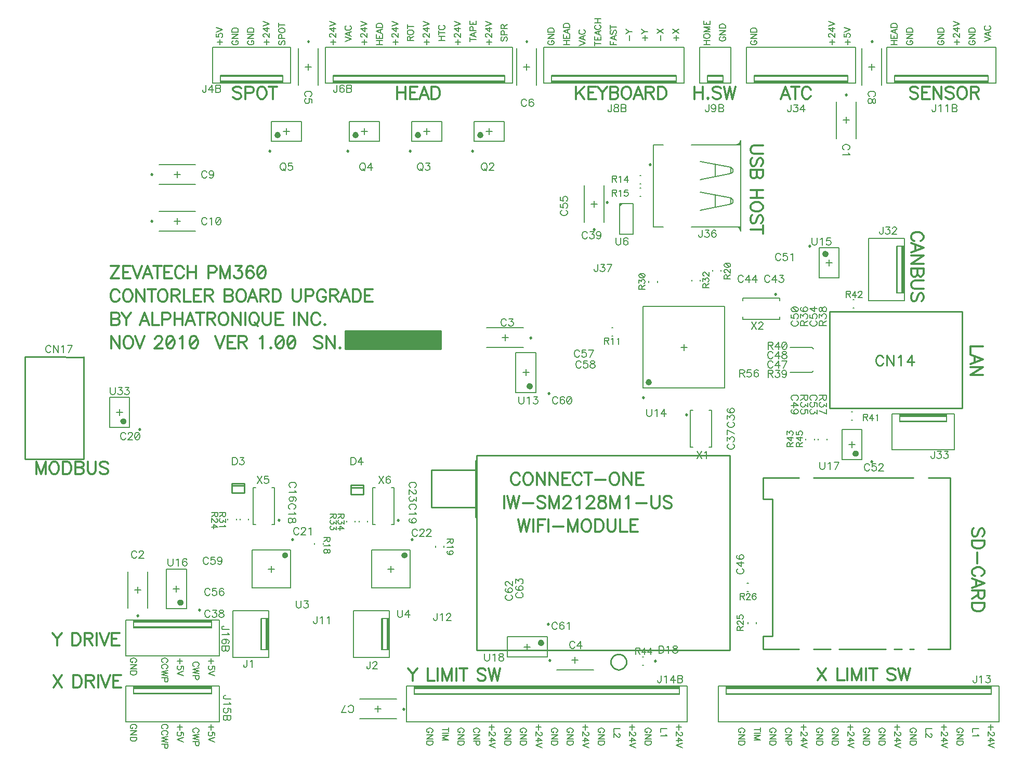
<source format=gto>
G04*
G04  File:            ALPH1105.R05, Sun Oct 31 16:15:01 2010*
G04  Source:          P-CAD 2006 PCB, Version 19.02.958, (\\Naslite-2\disk-0\OLD_DISK-0\Project\Project 2010B\ALPH1105\ALPH1105.PCB)*
G04  Format:          Gerber Format (RS-274-D), ASCII*
G04*
G04  Format Options:  Absolute Positioning*
G04                   Leading-Zero Suppression*
G04                   Scale Factor 1:1*
G04                   NO Circular Interpolation*
G04                   Inch Units*
G04                   Numeric Format: 4.4 (XXXX.XXXX)*
G04                   G54 NOT Used for Aperture Change*
G04                   Apertures Embedded*
G04*
G04  File Options:    Offset = (0.0mil,0.0mil)*
G04                   Drill Symbol Size = 80.0mil*
G04                   No Pad/Via Holes*
G04*
G04  File Contents:   No Pads*
G04                   No Vias*
G04                   Designators*
G04                   No Types*
G04                   No Values*
G04                   No Drill Symbols*
G04                   Top Silk*
G04*
%INALPH1105.R05*%
%ICAS*%
%MOIN*%
G04*
G04  Aperture MACROs for general use --- invoked via D-code assignment *
G04*
G04  General MACRO for flashed round with rotation and/or offset hole *
%AMROTOFFROUND*
1,1,$1,0.0000,0.0000*
1,0,$2,$3,$4*%
G04*
G04  General MACRO for flashed oval (obround) with rotation and/or offset hole *
%AMROTOFFOVAL*
21,1,$1,$2,0.0000,0.0000,$3*
1,1,$4,$5,$6*
1,1,$4,0-$5,0-$6*
1,0,$7,$8,$9*%
G04*
G04  General MACRO for flashed oval (obround) with rotation and no hole *
%AMROTOVALNOHOLE*
21,1,$1,$2,0.0000,0.0000,$3*
1,1,$4,$5,$6*
1,1,$4,0-$5,0-$6*%
G04*
G04  General MACRO for flashed rectangle with rotation and/or offset hole *
%AMROTOFFRECT*
21,1,$1,$2,0.0000,0.0000,$3*
1,0,$4,$5,$6*%
G04*
G04  General MACRO for flashed rectangle with rotation and no hole *
%AMROTRECTNOHOLE*
21,1,$1,$2,0.0000,0.0000,$3*%
G04*
G04  General MACRO for flashed rounded-rectangle *
%AMROUNDRECT*
21,1,$1,$2-$4,0.0000,0.0000,$3*
21,1,$1-$4,$2,0.0000,0.0000,$3*
1,1,$4,$5,$6*
1,1,$4,$7,$8*
1,1,$4,0-$5,0-$6*
1,1,$4,0-$7,0-$8*
1,0,$9,$10,$11*%
G04*
G04  General MACRO for flashed rounded-rectangle with rotation and no hole *
%AMROUNDRECTNOHOLE*
21,1,$1,$2-$4,0.0000,0.0000,$3*
21,1,$1-$4,$2,0.0000,0.0000,$3*
1,1,$4,$5,$6*
1,1,$4,$7,$8*
1,1,$4,0-$5,0-$6*
1,1,$4,0-$7,0-$8*%
G04*
G04  General MACRO for flashed regular polygon *
%AMREGPOLY*
5,1,$1,0.0000,0.0000,$2,$3+$4*
1,0,$5,$6,$7*%
G04*
G04  General MACRO for flashed regular polygon with no hole *
%AMREGPOLYNOHOLE*
5,1,$1,0.0000,0.0000,$2,$3+$4*%
G04*
G04  General MACRO for target *
%AMTARGET*
6,0,0,$1,$2,$3,4,$4,$5,$6*%
G04*
G04  General MACRO for mounting hole *
%AMMTHOLE*
1,1,$1,0,0*
1,0,$2,0,0*
$1=$1-$2*
$1=$1/2*
21,1,$2+$1,$3,0,0,$4*
21,1,$3,$2+$1,0,0,$4*%
G04*
G04*
G04  D10 : "Ellipse X10.0mil Y10.0mil H0.0mil 0.0deg (0.0mil,0.0mil) Draw"*
G04  Disc: OuterDia=0.0100*
%ADD10C, 0.0100*%
G04  D11 : "Ellipse X0.0mil Y0.0mil H0.0mil 0.0deg (0.0mil,0.0mil) Draw"*
G04  Disc: OuterDia=0.0000*
%ADD11C, 0.0000*%
G04  D12 : "Ellipse X1.0mil Y1.0mil H0.0mil 0.0deg (0.0mil,0.0mil) Draw"*
G04  Disc: OuterDia=0.0010*
%ADD12C, 0.0010*%
G04  D13 : "Ellipse X12.0mil Y12.0mil H0.0mil 0.0deg (0.0mil,0.0mil) Draw"*
G04  Disc: OuterDia=0.0120*
%ADD13C, 0.0120*%
G04  D14 : "Ellipse X15.0mil Y15.0mil H0.0mil 0.0deg (0.0mil,0.0mil) Draw"*
G04  Disc: OuterDia=0.0150*
%ADD14C, 0.0150*%
G04  D15 : "Ellipse X16.0mil Y16.0mil H0.0mil 0.0deg (0.0mil,0.0mil) Draw"*
G04  Disc: OuterDia=0.0160*
%ADD15C, 0.0160*%
G04  D16 : "Ellipse X19.7mil Y19.7mil H0.0mil 0.0deg (0.0mil,0.0mil) Draw"*
G04  Disc: OuterDia=0.0197*
%ADD16C, 0.0197*%
G04  D17 : "Ellipse X2.0mil Y2.0mil H0.0mil 0.0deg (0.0mil,0.0mil) Draw"*
G04  Disc: OuterDia=0.0020*
%ADD17C, 0.0020*%
G04  D18 : "Ellipse X20.0mil Y20.0mil H0.0mil 0.0deg (0.0mil,0.0mil) Draw"*
G04  Disc: OuterDia=0.0200*
%ADD18C, 0.0200*%
G04  D19 : "Ellipse X24.0mil Y24.0mil H0.0mil 0.0deg (0.0mil,0.0mil) Draw"*
G04  Disc: OuterDia=0.0240*
%ADD19C, 0.0240*%
G04  D20 : "Ellipse X25.0mil Y25.0mil H0.0mil 0.0deg (0.0mil,0.0mil) Draw"*
G04  Disc: OuterDia=0.0250*
%ADD20C, 0.0250*%
G04  D21 : "Ellipse X3.9mil Y3.9mil H0.0mil 0.0deg (0.0mil,0.0mil) Draw"*
G04  Disc: OuterDia=0.0039*
%ADD21C, 0.0039*%
G04  D22 : "Ellipse X30.0mil Y30.0mil H0.0mil 0.0deg (0.0mil,0.0mil) Draw"*
G04  Disc: OuterDia=0.0300*
%ADD22C, 0.0300*%
G04  D23 : "Ellipse X4.0mil Y4.0mil H0.0mil 0.0deg (0.0mil,0.0mil) Draw"*
G04  Disc: OuterDia=0.0040*
%ADD23C, 0.0040*%
G04  D24 : "Ellipse X40.0mil Y40.0mil H0.0mil 0.0deg (0.0mil,0.0mil) Draw"*
G04  Disc: OuterDia=0.0400*
%ADD24C, 0.0400*%
G04  D25 : "Ellipse X5.0mil Y5.0mil H0.0mil 0.0deg (0.0mil,0.0mil) Draw"*
G04  Disc: OuterDia=0.0050*
%ADD25C, 0.0050*%
G04  D26 : "Ellipse X5.9mil Y5.9mil H0.0mil 0.0deg (0.0mil,0.0mil) Draw"*
G04  Disc: OuterDia=0.0059*
%ADD26C, 0.0059*%
G04  D27 : "Ellipse X6.0mil Y6.0mil H0.0mil 0.0deg (0.0mil,0.0mil) Draw"*
G04  Disc: OuterDia=0.0060*
%ADD27C, 0.0060*%
G04  D28 : "Ellipse X60.0mil Y60.0mil H0.0mil 0.0deg (0.0mil,0.0mil) Draw"*
G04  Disc: OuterDia=0.0600*
%ADD28C, 0.0600*%
G04  D29 : "Ellipse X7.0mil Y7.0mil H0.0mil 0.0deg (0.0mil,0.0mil) Draw"*
G04  Disc: OuterDia=0.0070*
%ADD29C, 0.0070*%
G04  D30 : "Ellipse X7.9mil Y7.9mil H0.0mil 0.0deg (0.0mil,0.0mil) Draw"*
G04  Disc: OuterDia=0.0079*
%ADD30C, 0.0079*%
G04  D31 : "Ellipse X7.9mil Y7.9mil H0.0mil 0.0deg (0.0mil,0.0mil) Draw"*
G04  Disc: OuterDia=0.0079*
%ADD31C, 0.0079*%
G04  D32 : "Ellipse X8.0mil Y8.0mil H0.0mil 0.0deg (0.0mil,0.0mil) Draw"*
G04  Disc: OuterDia=0.0080*
%ADD32C, 0.0080*%
G04  D33 : "Ellipse X9.8mil Y9.8mil H0.0mil 0.0deg (0.0mil,0.0mil) Draw"*
G04  Disc: OuterDia=0.0098*
%ADD33C, 0.0098*%
G04  D34 : "Ellipse X110.2mil Y110.2mil H0.0mil 0.0deg (0.0mil,0.0mil) Flash"*
G04  Disc: OuterDia=0.1102*
%ADD34C, 0.1102*%
G04  D35 : "Ellipse X128.0mil Y128.0mil H0.0mil 0.0deg (0.0mil,0.0mil) Flash"*
G04  Disc: OuterDia=0.1280*
%ADD35C, 0.1280*%
G04  D36 : "Ellipse X135.0mil Y135.0mil H0.0mil 0.0deg (0.0mil,0.0mil) Flash"*
G04  Disc: OuterDia=0.1350*
%ADD36C, 0.1350*%
G04  D37 : "Ellipse X142.0mil Y142.0mil H0.0mil 0.0deg (0.0mil,0.0mil) Flash"*
G04  Disc: OuterDia=0.1420*
%ADD37C, 0.1420*%
G04  D38 : "Ellipse X149.6mil Y149.6mil H0.0mil 0.0deg (0.0mil,0.0mil) Flash"*
G04  Disc: OuterDia=0.1496*
%ADD38C, 0.1496*%
G04  D39 : "Ellipse X204.7mil Y204.7mil H0.0mil 0.0deg (0.0mil,0.0mil) Flash"*
G04  Disc: OuterDia=0.2047*
%ADD39C, 0.2047*%
G04  D40 : "Ellipse X315.0mil Y315.0mil H0.0mil 0.0deg (0.0mil,0.0mil) Flash"*
G04  Disc: OuterDia=0.3150*
%ADD40C, 0.3150*%
G04  D41 : "Ellipse X39.4mil Y39.4mil H0.0mil 0.0deg (0.0mil,0.0mil) Flash"*
G04  Disc: OuterDia=0.0394*
%ADD41C, 0.0394*%
G04  D42 : "Ellipse X42.0mil Y42.0mil H0.0mil 0.0deg (0.0mil,0.0mil) Flash"*
G04  Disc: OuterDia=0.0420*
%ADD42C, 0.0420*%
G04  D43 : "Ellipse X60.0mil Y60.0mil H0.0mil 0.0deg (0.0mil,0.0mil) Flash"*
G04  Disc: OuterDia=0.0600*
%ADD43C, 0.0600*%
G04  D44 : "Ellipse X63.0mil Y63.0mil H0.0mil 0.0deg (0.0mil,0.0mil) Flash"*
G04  Disc: OuterDia=0.0630*
%ADD44C, 0.0630*%
G04  D45 : "Ellipse X65.0mil Y65.0mil H0.0mil 0.0deg (0.0mil,0.0mil) Flash"*
G04  Disc: OuterDia=0.0650*
%ADD45C, 0.0650*%
G04  D46 : "Ellipse X68.9mil Y68.9mil H0.0mil 0.0deg (0.0mil,0.0mil) Flash"*
G04  Disc: OuterDia=0.0689*
%ADD46C, 0.0689*%
G04  D47 : "Ellipse X70.0mil Y70.0mil H0.0mil 0.0deg (0.0mil,0.0mil) Flash"*
G04  Disc: OuterDia=0.0700*
%ADD47C, 0.0700*%
G04  D48 : "Ellipse X78.9mil Y78.9mil H0.0mil 0.0deg (0.0mil,0.0mil) Flash"*
G04  Disc: OuterDia=0.0789*
%ADD48C, 0.0789*%
G04  D49 : "Ellipse X80.0mil Y80.0mil H0.0mil 0.0deg (0.0mil,0.0mil) Flash"*
G04  Disc: OuterDia=0.0800*
%ADD49C, 0.0800*%
G04  D50 : "Ellipse X82.7mil Y82.7mil H0.0mil 0.0deg (0.0mil,0.0mil) Flash"*
G04  Disc: OuterDia=0.0827*
%ADD50C, 0.0827*%
G04  D51 : "Oval X78.7mil Y23.6mil H0.0mil 0.0deg (0.0mil,0.0mil) Flash"*
G04  Obround: DimX=0.0787, DimY=0.0236, Rotation=0.0, OffsetX=0.0000, OffsetY=0.0000, HoleDia=0.0000 *
%ADD51O, 0.0787 X0.0236*%
G04  D52 : "Rounded Rectangle X39.4mil Y78.7mil H0.0mil 0.0deg (0.0mil,0.0mil) Flash"*
G04  RoundRct: DimX=0.0394, DimY=0.0787, CornerRad=0.0098, Rotation=0.0, OffsetX=0.0000, OffsetY=0.0000, HoleDia=0.0000 *
%ADD52ROUNDRECTNOHOLE, 0.0394 X0.0787 X0.0 X0.0197 X-0.0098 X-0.0295 X-0.0098 X0.0295*%
G04  D53 : "Rounded Rectangle X78.7mil Y43.3mil H0.0mil 0.0deg (0.0mil,0.0mil) Flash"*
G04  RoundRct: DimX=0.0787, DimY=0.0433, CornerRad=0.0108, Rotation=0.0, OffsetX=0.0000, OffsetY=0.0000, HoleDia=0.0000 *
%ADD53ROUNDRECTNOHOLE, 0.0787 X0.0433 X0.0 X0.0217 X-0.0285 X-0.0108 X-0.0285 X0.0108*%
G04  D54 : "Rounded Rectangle X78.7mil Y78.7mil H0.0mil 0.0deg (0.0mil,0.0mil) Flash"*
G04  RoundRct: DimX=0.0787, DimY=0.0787, CornerRad=0.0197, Rotation=0.0, OffsetX=0.0000, OffsetY=0.0000, HoleDia=0.0000 *
%ADD54ROUNDRECTNOHOLE, 0.0787 X0.0787 X0.0 X0.0394 X-0.0197 X-0.0197 X-0.0197 X0.0197*%
G04  D55 : "Rectangle X126.0mil Y80.7mil H0.0mil 0.0deg (0.0mil,0.0mil) Flash"*
G04  Rectangular: DimX=0.1260, DimY=0.0807, Rotation=0.0, OffsetX=0.0000, OffsetY=0.0000, HoleDia=0.0000 *
%ADD55R, 0.1260 X0.0807*%
G04  D56 : "Rectangle X80.7mil Y126.0mil H0.0mil 0.0deg (0.0mil,0.0mil) Flash"*
G04  Rectangular: DimX=0.0807, DimY=0.1260, Rotation=0.0, OffsetX=0.0000, OffsetY=0.0000, HoleDia=0.0000 *
%ADD56R, 0.0807 X0.1260*%
G04  D57 : "Rectangle X37.4mil Y35.4mil H0.0mil 0.0deg (0.0mil,0.0mil) Flash"*
G04  Rectangular: DimX=0.0374, DimY=0.0354, Rotation=0.0, OffsetX=0.0000, OffsetY=0.0000, HoleDia=0.0000 *
%ADD57R, 0.0374 X0.0354*%
G04  D58 : "Rectangle X35.4mil Y37.4mil H0.0mil 0.0deg (0.0mil,0.0mil) Flash"*
G04  Rectangular: DimX=0.0354, DimY=0.0374, Rotation=0.0, OffsetX=0.0000, OffsetY=0.0000, HoleDia=0.0000 *
%ADD58R, 0.0354 X0.0374*%
G04  D59 : "Rectangle X39.4mil Y35.4mil H0.0mil 0.0deg (0.0mil,0.0mil) Flash"*
G04  Rectangular: DimX=0.0394, DimY=0.0354, Rotation=0.0, OffsetX=0.0000, OffsetY=0.0000, HoleDia=0.0000 *
%ADD59R, 0.0394 X0.0354*%
G04  D60 : "Rectangle X35.4mil Y39.4mil H0.0mil 0.0deg (0.0mil,0.0mil) Flash"*
G04  Rectangular: DimX=0.0354, DimY=0.0394, Rotation=0.0, OffsetX=0.0000, OffsetY=0.0000, HoleDia=0.0000 *
%ADD60R, 0.0354 X0.0394*%
G04  D61 : "Rectangle X33.5mil Y45.3mil H0.0mil 0.0deg (0.0mil,0.0mil) Flash"*
G04  Rectangular: DimX=0.0335, DimY=0.0453, Rotation=0.0, OffsetX=0.0000, OffsetY=0.0000, HoleDia=0.0000 *
%ADD61R, 0.0335 X0.0453*%
G04  D62 : "Rectangle X57.1mil Y37.4mil H0.0mil 0.0deg (0.0mil,0.0mil) Flash"*
G04  Rectangular: DimX=0.0571, DimY=0.0374, Rotation=0.0, OffsetX=0.0000, OffsetY=0.0000, HoleDia=0.0000 *
%ADD62R, 0.0571 X0.0374*%
G04  D63 : "Rectangle X37.4mil Y57.1mil H0.0mil 0.0deg (0.0mil,0.0mil) Flash"*
G04  Rectangular: DimX=0.0374, DimY=0.0571, Rotation=0.0, OffsetX=0.0000, OffsetY=0.0000, HoleDia=0.0000 *
%ADD63R, 0.0374 X0.0571*%
G04  D64 : "Rectangle X57.1mil Y45.3mil H0.0mil 0.0deg (0.0mil,0.0mil) Flash"*
G04  Rectangular: DimX=0.0571, DimY=0.0453, Rotation=0.0, OffsetX=0.0000, OffsetY=0.0000, HoleDia=0.0000 *
%ADD64R, 0.0571 X0.0453*%
G04  D65 : "Rectangle X45.3mil Y57.1mil H0.0mil 0.0deg (0.0mil,0.0mil) Flash"*
G04  Rectangular: DimX=0.0453, DimY=0.0571, Rotation=0.0, OffsetX=0.0000, OffsetY=0.0000, HoleDia=0.0000 *
%ADD65R, 0.0453 X0.0571*%
G04  D66 : "Rectangle X59.0mil Y37.4mil H0.0mil 0.0deg (0.0mil,0.0mil) Flash"*
G04  Rectangular: DimX=0.0590, DimY=0.0374, Rotation=0.0, OffsetX=0.0000, OffsetY=0.0000, HoleDia=0.0000 *
%ADD66R, 0.0590 X0.0374*%
G04  D67 : "Rectangle X59.1mil Y11.8mil H0.0mil 0.0deg (0.0mil,0.0mil) Flash"*
G04  Rectangular: DimX=0.0591, DimY=0.0118, Rotation=0.0, OffsetX=0.0000, OffsetY=0.0000, HoleDia=0.0000 *
%ADD67R, 0.0591 X0.0118*%
G04  D68 : "Rectangle X11.8mil Y59.1mil H0.0mil 0.0deg (0.0mil,0.0mil) Flash"*
G04  Rectangular: DimX=0.0118, DimY=0.0591, Rotation=0.0, OffsetX=0.0000, OffsetY=0.0000, HoleDia=0.0000 *
%ADD68R, 0.0118 X0.0591*%
G04  D69 : "Rectangle X39.4mil Y59.1mil H0.0mil 0.0deg (0.0mil,0.0mil) Flash"*
G04  Rectangular: DimX=0.0394, DimY=0.0591, Rotation=0.0, OffsetX=0.0000, OffsetY=0.0000, HoleDia=0.0000 *
%ADD69R, 0.0394 X0.0591*%
G04  D70 : "Rectangle X61.0mil Y23.6mil H0.0mil 0.0deg (0.0mil,0.0mil) Flash"*
G04  Rectangular: DimX=0.0610, DimY=0.0236, Rotation=0.0, OffsetX=0.0000, OffsetY=0.0000, HoleDia=0.0000 *
%ADD70R, 0.0610 X0.0236*%
G04  D71 : "Rectangle X23.6mil Y61.0mil H0.0mil 0.0deg (0.0mil,0.0mil) Flash"*
G04  Rectangular: DimX=0.0236, DimY=0.0610, Rotation=0.0, OffsetX=0.0000, OffsetY=0.0000, HoleDia=0.0000 *
%ADD71R, 0.0236 X0.0610*%
G04  D72 : "Rectangle X63.0mil Y11.8mil H0.0mil 0.0deg (0.0mil,0.0mil) Flash"*
G04  Rectangular: DimX=0.0630, DimY=0.0118, Rotation=0.0, OffsetX=0.0000, OffsetY=0.0000, HoleDia=0.0000 *
%ADD72R, 0.0630 X0.0118*%
G04  D73 : "Rectangle X11.8mil Y63.0mil H0.0mil 0.0deg (0.0mil,0.0mil) Flash"*
G04  Rectangular: DimX=0.0118, DimY=0.0630, Rotation=0.0, OffsetX=0.0000, OffsetY=0.0000, HoleDia=0.0000 *
%ADD73R, 0.0118 X0.0630*%
G04  D74 : "Rectangle X63.0mil Y63.0mil H0.0mil 0.0deg (0.0mil,0.0mil) Flash"*
G04  Square: Side=0.0630, Rotation=0.0, OffsetX=0.0000, OffsetY=0.0000, HoleDia=0.0000*
%ADD74R, 0.0630 X0.0630*%
G04  D75 : "Rectangle X65.0mil Y65.0mil H0.0mil 0.0deg (0.0mil,0.0mil) Flash"*
G04  Square: Side=0.0650, Rotation=0.0, OffsetX=0.0000, OffsetY=0.0000, HoleDia=0.0000*
%ADD75R, 0.0650 X0.0650*%
G04  D76 : "Rectangle X80.7mil Y25.6mil H0.0mil 0.0deg (0.0mil,0.0mil) Flash"*
G04  Rectangular: DimX=0.0807, DimY=0.0256, Rotation=0.0, OffsetX=0.0000, OffsetY=0.0000, HoleDia=0.0000 *
%ADD76R, 0.0807 X0.0256*%
G04  D77 : "Rectangle X25.6mil Y80.7mil H0.0mil 0.0deg (0.0mil,0.0mil) Flash"*
G04  Rectangular: DimX=0.0256, DimY=0.0807, Rotation=0.0, OffsetX=0.0000, OffsetY=0.0000, HoleDia=0.0000 *
%ADD77R, 0.0256 X0.0807*%
G04  D78 : "Rectangle X86.6mil Y82.7mil H0.0mil 0.0deg (0.0mil,0.0mil) Flash"*
G04  Rectangular: DimX=0.0866, DimY=0.0827, Rotation=0.0, OffsetX=0.0000, OffsetY=0.0000, HoleDia=0.0000 *
%ADD78R, 0.0866 X0.0827*%
G04  D79 : "Rectangle X82.7mil Y86.6mil H0.0mil 0.0deg (0.0mil,0.0mil) Flash"*
G04  Rectangular: DimX=0.0827, DimY=0.0866, Rotation=0.0, OffsetX=0.0000, OffsetY=0.0000, HoleDia=0.0000 *
%ADD79R, 0.0827 X0.0866*%
G04  D80 : "Rectangle X92.5mil Y88.6mil H0.0mil 0.0deg (0.0mil,0.0mil) Flash"*
G04  Rectangular: DimX=0.0925, DimY=0.0886, Rotation=0.0, OffsetX=0.0000, OffsetY=0.0000, HoleDia=0.0000 *
%ADD80R, 0.0925 X0.0886*%
G04  D81 : "Rectangle X88.6mil Y92.5mil H0.0mil 0.0deg (0.0mil,0.0mil) Flash"*
G04  Rectangular: DimX=0.0886, DimY=0.0925, Rotation=0.0, OffsetX=0.0000, OffsetY=0.0000, HoleDia=0.0000 *
%ADD81R, 0.0886 X0.0925*%
G04  D82 : "Rectangle X94.5mil Y61.0mil H0.0mil 0.0deg (0.0mil,0.0mil) Flash"*
G04  Rectangular: DimX=0.0945, DimY=0.0610, Rotation=0.0, OffsetX=0.0000, OffsetY=0.0000, HoleDia=0.0000 *
%ADD82R, 0.0945 X0.0610*%
G04  D83 : "Ellipse X24.0mil Y24.0mil H0.0mil 0.0deg (0.0mil,0.0mil) Flash"*
G04  Disc: OuterDia=0.0240*
%ADD83C, 0.0240*%
G04  D84 : "Ellipse X40.0mil Y40.0mil H0.0mil 0.0deg (0.0mil,0.0mil) Flash"*
G04  Disc: OuterDia=0.0400*
%ADD84C, 0.0400*%
G04*
%FSLAX44Y44*%
%SFA1B1*%
%OFA0.0000B0.0000*%
G04*
G70*
G90*
G01*
D2*
%LNTop Silk*%
D27*
X58093Y61412*
X58131Y61431D1*
X58168Y61468*
X58187Y61506*
Y61581*
X58168Y61618*
X58131Y61656*
X58093Y61675*
X58037Y61693*
X57943*
X57887Y61675*
X57850Y61656*
X57812Y61618*
X57793Y61581*
Y61506*
X57812Y61468*
X57850Y61431*
X57887Y61412*
X57943*
Y61506*
X58187Y61018D2*
X57793D1*
X58187Y61281*
X57793*
X58187Y60868D2*
X57793D1*
Y60737*
X57812Y60681*
X57850Y60643*
X57887Y60625*
X57943Y60606*
X58037*
X58093Y60625*
X58131Y60643*
X58168Y60681*
X58187Y60737*
Y60868*
X62093Y61162D2*
X62131Y61181D1*
X62168Y61218*
X62187Y61256*
Y61331*
X62168Y61368*
X62131Y61406*
X62093Y61424*
X62037Y61443*
X61943*
X61887Y61424*
X61850Y61406*
X61812Y61368*
X61793Y61331*
Y61256*
X61812Y61218*
X61850Y61181*
X61887Y61162*
X62187Y61068D2*
X61793Y60975D1*
X62187Y60881*
X61793Y60787*
X62187Y60693*
X61981Y60581D2*
Y60412D1*
X62000Y60356*
X62018Y60337*
X62056Y60318*
X62112*
X62150Y60337*
X62168Y60356*
X62187Y60412*
Y60581*
X61793*
X61131Y61506D2*
X60793D1*
X60962Y61675D2*
Y61337D1*
X61187Y60981D2*
Y61168D1*
X61018Y61187*
X61037Y61168*
X61056Y61112*
Y61056*
X61037Y61000*
X61000Y60962*
X60943Y60943*
X60906*
X60850Y60962*
X60812Y61000*
X60793Y61056*
Y61112*
X60812Y61168*
X60831Y61187*
X60868Y61206*
X61187Y60868D2*
X60793Y60718D1*
X61187Y60568*
X62093Y65412D2*
X62131Y65431D1*
X62168Y65468*
X62187Y65506*
Y65581*
X62168Y65618*
X62131Y65656*
X62093Y65674*
X62037Y65693*
X61943*
X61887Y65674*
X61850Y65656*
X61812Y65618*
X61793Y65581*
Y65506*
X61812Y65468*
X61850Y65431*
X61887Y65412*
X62187Y65318D2*
X61793Y65225D1*
X62187Y65131*
X61793Y65037*
X62187Y64943*
X61981Y64831D2*
Y64662D1*
X62000Y64606*
X62018Y64587*
X62056Y64568*
X62112*
X62150Y64587*
X62168Y64606*
X62187Y64662*
Y64831*
X61793*
X63368Y105493D2*
X63706D1*
X63537Y105325D2*
Y105662D1*
X63312Y106018D2*
Y105831D1*
X63481Y105812*
X63462Y105831*
X63443Y105887*
Y105943*
X63462Y106000*
X63500Y106037*
X63556Y106056*
X63593*
X63650Y106037*
X63687Y106000*
X63706Y105943*
Y105887*
X63687Y105831*
X63668Y105812*
X63631Y105793*
X63312Y106131D2*
X63706Y106281D1*
X63312Y106431*
X65406Y105587D2*
X65368Y105568D1*
X65331Y105531*
X65312Y105493*
Y105418*
X65331Y105381*
X65368Y105343*
X65406Y105325*
X65462Y105306*
X65556*
X65612Y105325*
X65650Y105343*
X65687Y105381*
X65706Y105418*
Y105493*
X65687Y105531*
X65650Y105568*
X65612Y105587*
X65556*
Y105493*
X65312Y105981D2*
X65706D1*
X65312Y105718*
X65706*
X65312Y106131D2*
X65706D1*
Y106262*
X65687Y106318*
X65650Y106356*
X65612Y106374*
X65556Y106393*
X65462*
X65406Y106374*
X65368Y106356*
X65331Y106318*
X65312Y106262*
Y106131*
X64406Y105587D2*
X64368Y105568D1*
X64331Y105531*
X64312Y105493*
Y105418*
X64331Y105381*
X64368Y105343*
X64406Y105325*
X64462Y105306*
X64556*
X64612Y105325*
X64650Y105343*
X64687Y105381*
X64706Y105418*
Y105493*
X64687Y105531*
X64650Y105568*
X64612Y105587*
X64556*
Y105493*
X64312Y105981D2*
X64706D1*
X64312Y105718*
X64706*
X64312Y106131D2*
X64706D1*
Y106262*
X64687Y106318*
X64650Y106356*
X64612Y106374*
X64556Y106393*
X64462*
X64406Y106374*
X64368Y106356*
X64331Y106318*
X64312Y106262*
Y106131*
X66368Y105493D2*
X66706D1*
X66537Y105325D2*
Y105662D1*
X66406Y105812D2*
X66387D1*
X66350Y105831*
X66331Y105850*
X66312Y105887*
Y105962*
X66331Y106000*
X66350Y106018*
X66387Y106037*
X66425*
X66462Y106018*
X66518Y105981*
X66706Y105793*
Y106056*
Y106356D2*
X66312D1*
X66575Y106168*
Y106450*
X66312Y106506D2*
X66706Y106656D1*
X66312Y106806*
X67362Y105572D2*
X67324Y105534D1*
X67305Y105477*
Y105401*
X67324Y105344*
X67362Y105306*
X67400*
X67438Y105325*
X67457Y105344*
X67476Y105382*
X67514Y105496*
X67533Y105534*
X67552Y105553*
X67590Y105572*
X67647*
X67685Y105534*
X67704Y105477*
Y105401*
X67685Y105344*
X67647Y105306*
X67514Y105705D2*
Y105876D1*
X67495Y105933*
X67476Y105952*
X67438Y105971*
X67381*
X67343Y105952*
X67324Y105933*
X67305Y105876*
Y105705*
X67704*
X67305Y106199D2*
X67324Y106161D1*
X67362Y106123*
X67400Y106104*
X67457Y106085*
X67552*
X67609Y106104*
X67647Y106123*
X67685Y106161*
X67704Y106199*
Y106275*
X67685Y106313*
X67647Y106351*
X67609Y106370*
X67552Y106389*
X67457*
X67400Y106370*
X67362Y106351*
X67324Y106313*
X67305Y106275*
Y106199*
Y106598D2*
X67704D1*
X67305Y106465D2*
Y106731D1*
X70618Y105493D2*
X70956D1*
X70787Y105325D2*
Y105662D1*
X70656Y105812D2*
X70637D1*
X70600Y105831*
X70581Y105850*
X70562Y105887*
Y105962*
X70581Y106000*
X70600Y106018*
X70637Y106037*
X70675*
X70712Y106018*
X70768Y105981*
X70956Y105793*
Y106056*
Y106356D2*
X70562D1*
X70825Y106168*
Y106450*
X70562Y106506D2*
X70956Y106656D1*
X70562Y106806*
X72618Y105493D2*
X72956D1*
X72787Y105325D2*
Y105662D1*
X72656Y105812D2*
X72637D1*
X72600Y105831*
X72581Y105850*
X72562Y105887*
Y105962*
X72581Y106000*
X72600Y106018*
X72637Y106037*
X72675*
X72712Y106018*
X72768Y105981*
X72956Y105793*
Y106056*
Y106356D2*
X72562D1*
X72825Y106168*
Y106450*
X72562Y106506D2*
X72956Y106656D1*
X72562Y106806*
X73562Y105325D2*
X73956D1*
X73562Y105587D2*
X73956D1*
X73750Y105325D2*
Y105587D1*
X73562Y105981D2*
Y105737D1*
X73956*
Y105981*
X73750Y105737D2*
Y105887D1*
X73956Y106337D2*
X73562Y106187D1*
X73956Y106037*
X73825Y106093D2*
Y106281D1*
X73562Y106431D2*
X73956D1*
Y106562*
X73937Y106618*
X73900Y106656*
X73862Y106674*
X73806Y106693*
X73712*
X73656Y106674*
X73618Y106656*
X73581Y106618*
X73562Y106562*
Y106431*
X77093Y61162D2*
X77131Y61181D1*
X77168Y61218*
X77187Y61256*
Y61331*
X77168Y61368*
X77131Y61406*
X77093Y61425*
X77037Y61443*
X76943*
X76887Y61425*
X76850Y61406*
X76812Y61368*
X76793Y61331*
Y61256*
X76812Y61218*
X76850Y61181*
X76887Y61162*
X76943*
Y61256*
X77187Y60768D2*
X76793D1*
X77187Y61031*
X76793*
X77187Y60618D2*
X76793D1*
Y60487*
X76812Y60431*
X76850Y60393*
X76887Y60375*
X76943Y60356*
X77037*
X77093Y60375*
X77131Y60393*
X77168Y60431*
X77187Y60487*
Y60618*
X76618Y105493D2*
X76956D1*
X76787Y105325D2*
Y105662D1*
X76656Y105812D2*
X76637D1*
X76600Y105831*
X76581Y105850*
X76562Y105887*
Y105962*
X76581Y106000*
X76600Y106018*
X76637Y106037*
X76675*
X76712Y106018*
X76768Y105981*
X76956Y105793*
Y106056*
Y106356D2*
X76562D1*
X76825Y106168*
Y106450*
X76562Y106506D2*
X76956Y106656D1*
X76562Y106806*
X75744Y105576D2*
Y105747D1*
X75725Y105805*
X75706Y105824*
X75667Y105843*
X75629*
X75591Y105824*
X75572Y105805*
X75553Y105747*
Y105576*
X75953*
X75744Y105709D2*
X75953Y105843D1*
X75553Y106072D2*
X75572Y106034D1*
X75610Y105995*
X75648Y105976*
X75706Y105957*
X75801*
X75858Y105976*
X75896Y105995*
X75934Y106034*
X75953Y106072*
Y106148*
X75934Y106186*
X75896Y106224*
X75858Y106243*
X75801Y106262*
X75706*
X75648Y106243*
X75610Y106224*
X75572Y106186*
X75553Y106148*
Y106072*
Y106472D2*
X75953D1*
X75553Y106339D2*
Y106606D1*
X80093Y61162D2*
X80131Y61181D1*
X80168Y61218*
X80187Y61256*
Y61331*
X80168Y61368*
X80131Y61406*
X80093Y61425*
X80037Y61443*
X79943*
X79887Y61425*
X79850Y61406*
X79812Y61368*
X79793Y61331*
Y61256*
X79812Y61218*
X79850Y61181*
X79887Y61162*
X80187Y60768D2*
X79793D1*
X80187Y61031*
X79793*
X79981Y60618D2*
Y60450D1*
X80000Y60393*
X80018Y60375*
X80056Y60356*
X80112*
X80150Y60375*
X80168Y60393*
X80187Y60450*
Y60618*
X79793*
X79093Y61162D2*
X79131Y61181D1*
X79168Y61218*
X79187Y61256*
Y61331*
X79168Y61368*
X79131Y61406*
X79093Y61425*
X79037Y61443*
X78943*
X78887Y61425*
X78850Y61406*
X78812Y61368*
X78793Y61331*
Y61256*
X78812Y61218*
X78850Y61181*
X78887Y61162*
X78943*
Y61256*
X79187Y60768D2*
X78793D1*
X79187Y61031*
X78793*
X79187Y60618D2*
X78793D1*
Y60487*
X78812Y60431*
X78850Y60393*
X78887Y60375*
X78943Y60356*
X79037*
X79093Y60375*
X79131Y60393*
X79168Y60431*
X79187Y60487*
Y60618*
X78618Y105493D2*
X78956D1*
X78787Y105325D2*
Y105662D1*
X78656Y105812D2*
X78637D1*
X78600Y105831*
X78581Y105850*
X78562Y105887*
Y105962*
X78581Y106000*
X78600Y106018*
X78637Y106037*
X78675*
X78712Y106018*
X78768Y105981*
X78956Y105793*
Y106056*
Y106356D2*
X78562D1*
X78825Y106168*
Y106450*
X78562Y106506D2*
X78956Y106656D1*
X78562Y106806*
X79562Y105650D2*
X79956D1*
X79562Y105518D2*
Y105781D1*
X79956Y106118D2*
X79562Y105968D1*
X79956Y105818*
X79825Y105875D2*
Y106062D1*
X79768Y106212D2*
Y106381D1*
X79750Y106437*
X79731Y106456*
X79693Y106475*
X79637*
X79600Y106456*
X79581Y106437*
X79562Y106381*
Y106212*
X79956*
X79562Y106849D2*
Y106606D1*
X79956*
Y106849*
X79750Y106606D2*
Y106756D1*
X83093Y61162D2*
X83131Y61181D1*
X83168Y61218*
X83187Y61256*
Y61331*
X83168Y61368*
X83131Y61406*
X83093Y61425*
X83037Y61443*
X82943*
X82887Y61425*
X82850Y61406*
X82812Y61368*
X82793Y61331*
Y61256*
X82812Y61218*
X82850Y61181*
X82887Y61162*
X82943*
Y61256*
X83187Y60768D2*
X82793D1*
X83187Y61031*
X82793*
X83187Y60618D2*
X82793D1*
Y60487*
X82812Y60431*
X82850Y60393*
X82887Y60375*
X82943Y60356*
X83037*
X83093Y60375*
X83131Y60393*
X83168Y60431*
X83187Y60487*
Y60618*
X82093Y61162D2*
X82131Y61181D1*
X82168Y61218*
X82187Y61256*
Y61331*
X82168Y61368*
X82131Y61406*
X82093Y61425*
X82037Y61443*
X81943*
X81887Y61425*
X81850Y61406*
X81812Y61368*
X81793Y61331*
Y61256*
X81812Y61218*
X81850Y61181*
X81887Y61162*
X81943*
Y61256*
X82187Y60768D2*
X81793D1*
X82187Y61031*
X81793*
X82187Y60618D2*
X81793D1*
Y60487*
X81812Y60431*
X81850Y60393*
X81887Y60375*
X81943Y60356*
X82037*
X82093Y60375*
X82131Y60393*
X82168Y60431*
X82187Y60487*
Y60618*
X81618Y105818D2*
X81581Y105781D1*
X81562Y105725*
Y105650*
X81581Y105593*
X81618Y105556*
X81656*
X81693Y105575*
X81712Y105593*
X81731Y105631*
X81768Y105743*
X81787Y105781*
X81806Y105800*
X81843Y105818*
X81900*
X81937Y105781*
X81956Y105725*
Y105650*
X81937Y105593*
X81900Y105556*
X81768Y105950D2*
Y106118D1*
X81750Y106175*
X81731Y106193*
X81693Y106212*
X81637*
X81600Y106193*
X81581Y106175*
X81562Y106118*
Y105950*
X81956*
X81750Y106343D2*
Y106512D1*
X81731Y106568*
X81712Y106587*
X81675Y106606*
X81637*
X81600Y106587*
X81581Y106568*
X81562Y106512*
Y106343*
X81956*
X81750Y106474D2*
X81956Y106606D1*
X86093Y61162D2*
X86131Y61181D1*
X86168Y61218*
X86187Y61256*
Y61331*
X86168Y61368*
X86131Y61406*
X86093Y61425*
X86037Y61443*
X85943*
X85887Y61425*
X85850Y61406*
X85812Y61368*
X85793Y61331*
Y61256*
X85812Y61218*
X85850Y61181*
X85887Y61162*
X85943*
Y61256*
X86187Y60768D2*
X85793D1*
X86187Y61031*
X85793*
X86187Y60618D2*
X85793D1*
Y60487*
X85812Y60431*
X85850Y60393*
X85887Y60375*
X85943Y60356*
X86037*
X86093Y60375*
X86131Y60393*
X86168Y60431*
X86187Y60487*
Y60618*
X85093Y61162D2*
X85131Y61181D1*
X85168Y61218*
X85187Y61256*
Y61331*
X85168Y61368*
X85131Y61406*
X85093Y61425*
X85037Y61443*
X84943*
X84887Y61425*
X84850Y61406*
X84812Y61368*
X84793Y61331*
Y61256*
X84812Y61218*
X84850Y61181*
X84887Y61162*
X84943*
Y61256*
X85187Y60768D2*
X84793D1*
X85187Y61031*
X84793*
X85187Y60618D2*
X84793D1*
Y60487*
X84812Y60431*
X84850Y60393*
X84887Y60375*
X84943Y60356*
X85037*
X85093Y60375*
X85131Y60393*
X85168Y60431*
X85187Y60487*
Y60618*
X84656Y105587D2*
X84618Y105568D1*
X84581Y105531*
X84562Y105493*
Y105418*
X84581Y105381*
X84618Y105343*
X84656Y105325*
X84712Y105306*
X84806*
X84862Y105325*
X84900Y105343*
X84937Y105381*
X84956Y105418*
Y105493*
X84937Y105531*
X84900Y105568*
X84862Y105587*
X84806*
Y105493*
X84562Y105981D2*
X84956D1*
X84562Y105718*
X84956*
X84562Y106131D2*
X84956D1*
Y106262*
X84937Y106318*
X84900Y106356*
X84862Y106374*
X84806Y106393*
X84712*
X84656Y106374*
X84618Y106356*
X84581Y106318*
X84562Y106262*
Y106131*
X85562Y105325D2*
X85956D1*
X85562Y105587D2*
X85956D1*
X85750Y105325D2*
Y105587D1*
X85562Y105981D2*
Y105737D1*
X85956*
Y105981*
X85750Y105737D2*
Y105887D1*
X85956Y106337D2*
X85562Y106187D1*
X85956Y106037*
X85825Y106093D2*
Y106281D1*
X85562Y106431D2*
X85956D1*
Y106562*
X85937Y106618*
X85900Y106656*
X85862Y106674*
X85806Y106693*
X85712*
X85656Y106674*
X85618Y106656*
X85581Y106618*
X85562Y106562*
Y106431*
X89202Y61422D2*
X88797D1*
Y61191*
X89105Y61095D2*
X89125D1*
X89163Y61076*
X89182Y61056*
X89202Y61018*
Y60941*
X89182Y60902*
X89163Y60883*
X89125Y60864*
X89086*
X89047Y60883*
X88990Y60921*
X88797Y61114*
Y60844*
X88093Y61162D2*
X88131Y61181D1*
X88168Y61218*
X88187Y61256*
Y61331*
X88168Y61368*
X88131Y61406*
X88093Y61425*
X88037Y61443*
X87943*
X87887Y61425*
X87850Y61406*
X87812Y61368*
X87793Y61331*
Y61256*
X87812Y61218*
X87850Y61181*
X87887Y61162*
X87943*
Y61256*
X88187Y60768D2*
X87793D1*
X88187Y61031*
X87793*
X88187Y60618D2*
X87793D1*
Y60487*
X87812Y60431*
X87850Y60393*
X87887Y60375*
X87943Y60356*
X88037*
X88093Y60375*
X88131Y60393*
X88168Y60431*
X88187Y60487*
Y60618*
X87562Y105400D2*
X87956D1*
X87562Y105268D2*
Y105531D1*
Y105868D2*
Y105625D1*
X87956*
Y105868*
X87750Y105625D2*
Y105775D1*
X87956Y106224D2*
X87562Y106074D1*
X87956Y105924*
X87825Y105981D2*
Y106168D1*
X87656Y106581D2*
X87618Y106562D1*
X87581Y106524*
X87562Y106487*
Y106412*
X87581Y106374*
X87618Y106337*
X87656Y106318*
X87712Y106299*
X87806*
X87862Y106318*
X87900Y106337*
X87937Y106374*
X87956Y106412*
Y106487*
X87937Y106524*
X87900Y106562*
X87862Y106581*
X87562Y106712D2*
X87956D1*
X87562Y106975D2*
X87956D1*
X87750Y106712D2*
Y106975D1*
X88562Y105568D2*
Y105325D1*
X88956*
X88750D2*
Y105475D1*
X88956Y105906D2*
X88562Y105756D1*
X88956Y105606*
X88825Y105662D2*
Y105850D1*
X88618Y106243D2*
X88581Y106206D1*
X88562Y106150*
Y106075*
X88581Y106018*
X88618Y105981*
X88656*
X88693Y106000*
X88712Y106018*
X88731Y106056*
X88768Y106168*
X88787Y106206*
X88806Y106225*
X88843Y106243*
X88900*
X88937Y106206*
X88956Y106150*
Y106075*
X88937Y106018*
X88900Y105981*
X88562Y106450D2*
X88956D1*
X88562Y106318D2*
Y106581D1*
X92202Y61422D2*
X91797D1*
Y61191*
X92125Y61056D2*
X92144Y61018D1*
X92202Y60960*
X91797*
X91093Y61162D2*
X91131Y61181D1*
X91168Y61218*
X91187Y61256*
Y61331*
X91168Y61368*
X91131Y61406*
X91093Y61425*
X91037Y61443*
X90943*
X90887Y61425*
X90850Y61406*
X90812Y61368*
X90793Y61331*
Y61256*
X90812Y61218*
X90850Y61181*
X90887Y61162*
X90943*
Y61256*
X91187Y60768D2*
X90793D1*
X91187Y61031*
X90793*
X91187Y60618D2*
X90793D1*
Y60487*
X90812Y60431*
X90850Y60393*
X90887Y60375*
X90943Y60356*
X91037*
X91093Y60375*
X91131Y60393*
X91168Y60431*
X91187Y60487*
Y60618*
X90618Y105743D2*
X90956D1*
X90787Y105575D2*
Y105912D1*
X90562Y106006D2*
X90750Y106156D1*
X90956*
X90562Y106306D2*
X90750Y106156D1*
X91787Y105575D2*
Y105912D1*
X91562Y106043D2*
X91956Y106306D1*
X91562D2*
X91956Y106043D1*
X94556Y105325D2*
X94954D1*
X94556Y105591D2*
X94954D1*
X94746Y105325D2*
Y105591D1*
X94556Y105838D2*
X94575Y105800D1*
X94613Y105762*
X94651Y105743*
X94708Y105724*
X94802*
X94859Y105743*
X94897Y105762*
X94935Y105800*
X94954Y105838*
Y105913*
X94935Y105951*
X94897Y105989*
X94859Y106008*
X94802Y106027*
X94708*
X94651Y106008*
X94613Y105989*
X94575Y105951*
X94556Y105913*
Y105838*
X94954Y106463D2*
X94556D1*
X94954Y106312*
X94556Y106160*
X94954*
X94556Y106862D2*
Y106615D1*
X94954*
Y106862*
X94746Y106615D2*
Y106767D1*
X98187Y61350D2*
X97793D1*
X98187Y61481D2*
Y61218D1*
Y61125D2*
X97793D1*
Y60675D2*
X98187D1*
X97793Y60825*
X98187Y60975*
X97793*
X97093Y61162D2*
X97131Y61181D1*
X97168Y61218*
X97187Y61256*
Y61331*
X97168Y61368*
X97131Y61406*
X97093Y61425*
X97037Y61443*
X96943*
X96887Y61425*
X96850Y61406*
X96812Y61368*
X96793Y61331*
Y61256*
X96812Y61218*
X96850Y61181*
X96887Y61162*
X96943*
Y61256*
X97187Y60768D2*
X96793D1*
X97187Y61031*
X96793*
X97187Y60618D2*
X96793D1*
Y60487*
X96812Y60431*
X96850Y60393*
X96887Y60375*
X96943Y60356*
X97037*
X97093Y60375*
X97131Y60393*
X97168Y60431*
X97187Y60487*
Y60618*
X97656Y105587D2*
X97618Y105568D1*
X97581Y105531*
X97562Y105493*
Y105418*
X97581Y105381*
X97618Y105343*
X97656Y105325*
X97712Y105306*
X97806*
X97862Y105325*
X97900Y105343*
X97937Y105381*
X97956Y105418*
Y105493*
X97937Y105531*
X97900Y105568*
X97862Y105587*
X97806*
Y105493*
X97562Y105981D2*
X97956D1*
X97562Y105718*
X97956*
X97562Y106131D2*
X97956D1*
Y106262*
X97937Y106318*
X97900Y106356*
X97862Y106374*
X97806Y106393*
X97712*
X97656Y106374*
X97618Y106356*
X97581Y106318*
X97562Y106262*
Y106131*
X100093Y61162D2*
X100131Y61181D1*
X100168Y61218*
X100187Y61256*
Y61331*
X100168Y61368*
X100131Y61406*
X100093Y61425*
X100037Y61443*
X99943*
X99887Y61425*
X99850Y61406*
X99812Y61368*
X99793Y61331*
Y61256*
X99812Y61218*
X99850Y61181*
X99887Y61162*
X100187Y60768D2*
X99793D1*
X100187Y61031*
X99793*
X99981Y60618D2*
Y60450D1*
X100000Y60393*
X100018Y60375*
X100056Y60356*
X100112*
X100150Y60375*
X100168Y60393*
X100187Y60450*
Y60618*
X99793*
X101131Y61506D2*
X100793D1*
X100962Y61675D2*
Y61337D1*
X101093Y61187D2*
X101112D1*
X101150Y61168*
X101168Y61150*
X101187Y61112*
Y61037*
X101168Y61000*
X101150Y60981*
X101112Y60962*
X101075*
X101037Y60981*
X100981Y61018*
X100793Y61206*
Y60943*
Y60643D2*
X101187D1*
X100925Y60831*
Y60550*
X101187Y60493D2*
X100793Y60343D1*
X101187Y60193*
X100100Y85900D2*
X101500D1*
X101600Y85800*
X100100Y84300D2*
X101500D1*
X101600Y84400*
X104131Y61506D2*
X103793D1*
X103962Y61675D2*
Y61337D1*
X104093Y61187D2*
X104112D1*
X104150Y61168*
X104168Y61150*
X104187Y61112*
Y61037*
X104168Y61000*
X104150Y60981*
X104112Y60962*
X104075*
X104037Y60981*
X103981Y61018*
X103793Y61206*
Y60943*
Y60643D2*
X104187D1*
X103925Y60831*
Y60550*
X104187Y60493D2*
X103793Y60343D1*
X104187Y60193*
X103093Y61162D2*
X103131Y61181D1*
X103168Y61218*
X103187Y61256*
Y61331*
X103168Y61368*
X103131Y61406*
X103093Y61425*
X103037Y61443*
X102943*
X102887Y61425*
X102850Y61406*
X102812Y61368*
X102793Y61331*
Y61256*
X102812Y61218*
X102850Y61181*
X102887Y61162*
X102943*
Y61256*
X103187Y60768D2*
X102793D1*
X103187Y61031*
X102793*
X103187Y60618D2*
X102793D1*
Y60487*
X102812Y60431*
X102850Y60393*
X102887Y60375*
X102943Y60356*
X103037*
X103093Y60375*
X103131Y60393*
X103168Y60431*
X103187Y60487*
Y60618*
X102618Y105493D2*
X102956D1*
X102787Y105325D2*
Y105662D1*
X102656Y105812D2*
X102637D1*
X102600Y105831*
X102581Y105850*
X102562Y105887*
Y105962*
X102581Y106000*
X102600Y106018*
X102637Y106037*
X102675*
X102712Y106018*
X102768Y105981*
X102956Y105793*
Y106056*
Y106356D2*
X102562D1*
X102825Y106168*
Y106450*
X102562Y106506D2*
X102956Y106656D1*
X102562Y106806*
X103618Y105493D2*
X103956D1*
X103787Y105325D2*
Y105662D1*
X103562Y106018D2*
Y105831D1*
X103731Y105812*
X103712Y105831*
X103693Y105887*
Y105943*
X103712Y106000*
X103750Y106037*
X103806Y106056*
X103843*
X103900Y106037*
X103937Y106000*
X103956Y105943*
Y105887*
X103937Y105831*
X103918Y105812*
X103881Y105793*
X103562Y106131D2*
X103956Y106281D1*
X103562Y106431*
X107131Y61506D2*
X106793D1*
X106962Y61675D2*
Y61337D1*
X107093Y61187D2*
X107112D1*
X107150Y61168*
X107168Y61150*
X107187Y61112*
Y61037*
X107168Y61000*
X107150Y60981*
X107112Y60962*
X107075*
X107037Y60981*
X106981Y61018*
X106793Y61206*
Y60943*
Y60643D2*
X107187D1*
X106925Y60831*
Y60550*
X107187Y60493D2*
X106793Y60343D1*
X107187Y60193*
X106093Y61162D2*
X106131Y61181D1*
X106168Y61218*
X106187Y61256*
Y61331*
X106168Y61368*
X106131Y61406*
X106093Y61425*
X106037Y61443*
X105943*
X105887Y61425*
X105850Y61406*
X105812Y61368*
X105793Y61331*
Y61256*
X105812Y61218*
X105850Y61181*
X105887Y61162*
X105943*
Y61256*
X106187Y60768D2*
X105793D1*
X106187Y61031*
X105793*
X106187Y60618D2*
X105793D1*
Y60487*
X105812Y60431*
X105850Y60393*
X105887Y60375*
X105943Y60356*
X106037*
X106093Y60375*
X106131Y60393*
X106168Y60431*
X106187Y60487*
Y60618*
X106562Y105325D2*
X106956D1*
X106562Y105587D2*
X106956D1*
X106750Y105325D2*
Y105587D1*
X106562Y105981D2*
Y105737D1*
X106956*
Y105981*
X106750Y105737D2*
Y105887D1*
X106956Y106337D2*
X106562Y106187D1*
X106956Y106037*
X106825Y106093D2*
Y106281D1*
X106562Y106431D2*
X106956D1*
Y106562*
X106937Y106618*
X106900Y106656*
X106862Y106674*
X106806Y106693*
X106712*
X106656Y106674*
X106618Y106656*
X106581Y106618*
X106562Y106562*
Y106431*
X110131Y61506D2*
X109793D1*
X109962Y61675D2*
Y61337D1*
X110093Y61187D2*
X110112D1*
X110150Y61168*
X110168Y61150*
X110187Y61112*
Y61037*
X110168Y61000*
X110150Y60981*
X110112Y60962*
X110075*
X110037Y60981*
X109981Y61018*
X109793Y61206*
Y60943*
Y60643D2*
X110187D1*
X109925Y60831*
Y60550*
X110187Y60493D2*
X109793Y60343D1*
X110187Y60193*
X109202Y61422D2*
X108797D1*
Y61191*
X109105Y61095D2*
X109125D1*
X109163Y61076*
X109182Y61056*
X109202Y61018*
Y60941*
X109182Y60902*
X109163Y60883*
X109125Y60864*
X109086*
X109047Y60883*
X108990Y60921*
X108797Y61114*
Y60844*
X109656Y105587D2*
X109618Y105568D1*
X109581Y105531*
X109562Y105493*
Y105418*
X109581Y105381*
X109618Y105343*
X109656Y105325*
X109712Y105306*
X109806*
X109862Y105325*
X109900Y105343*
X109937Y105381*
X109956Y105418*
Y105493*
X109937Y105531*
X109900Y105568*
X109862Y105587*
X109806*
Y105493*
X109562Y105981D2*
X109956D1*
X109562Y105718*
X109956*
X109562Y106131D2*
X109956D1*
Y106262*
X109937Y106318*
X109900Y106356*
X109862Y106374*
X109806Y106393*
X109712*
X109656Y106374*
X109618Y106356*
X109581Y106318*
X109562Y106262*
Y106131*
X113131Y61506D2*
X112793D1*
X112962Y61675D2*
Y61337D1*
X113093Y61187D2*
X113112D1*
X113150Y61168*
X113168Y61150*
X113187Y61112*
Y61037*
X113168Y61000*
X113150Y60981*
X113112Y60962*
X113075*
X113037Y60981*
X112981Y61018*
X112793Y61206*
Y60943*
Y60643D2*
X113187D1*
X112925Y60831*
Y60550*
X113187Y60493D2*
X112793Y60343D1*
X113187Y60193*
X112202Y61422D2*
X111797D1*
Y61191*
X112125Y61056D2*
X112144Y61018D1*
X112202Y60960*
X111797*
X111656Y105587D2*
X111618Y105568D1*
X111581Y105531*
X111562Y105493*
Y105418*
X111581Y105381*
X111618Y105343*
X111656Y105325*
X111712Y105306*
X111806*
X111862Y105325*
X111900Y105343*
X111937Y105381*
X111956Y105418*
Y105493*
X111937Y105531*
X111900Y105568*
X111862Y105587*
X111806*
Y105493*
X111562Y105981D2*
X111956D1*
X111562Y105718*
X111956*
X111562Y106131D2*
X111956D1*
Y106262*
X111937Y106318*
X111900Y106356*
X111862Y106374*
X111806Y106393*
X111712*
X111656Y106374*
X111618Y106356*
X111581Y106318*
X111562Y106262*
Y106131*
X112553Y105519D2*
X112953Y105671D1*
X112553Y105824*
X112953Y106167D2*
X112553Y106015D1*
X112953Y105862*
X112820Y105919D2*
Y106110D1*
X112648Y106530D2*
X112610Y106511D1*
X112572Y106473*
X112553Y106435*
Y106358*
X112572Y106320*
X112610Y106282*
X112648Y106263*
X112705Y106244*
X112801*
X112858Y106263*
X112896Y106282*
X112934Y106320*
X112953Y106358*
Y106435*
X112934Y106473*
X112896Y106511*
X112858Y106530*
X58093Y65662D2*
X58131Y65681D1*
X58168Y65718*
X58187Y65756*
Y65831*
X58168Y65868*
X58131Y65906*
X58093Y65925*
X58037Y65943*
X57943*
X57887Y65925*
X57850Y65906*
X57812Y65868*
X57793Y65831*
Y65756*
X57812Y65718*
X57850Y65681*
X57887Y65662*
X57943*
Y65756*
X58187Y65268D2*
X57793D1*
X58187Y65531*
X57793*
X58187Y65118D2*
X57793D1*
Y64987*
X57812Y64931*
X57850Y64893*
X57887Y64875*
X57943Y64856*
X58037*
X58093Y64875*
X58131Y64893*
X58168Y64931*
X58187Y64987*
Y65118*
X61131Y65756D2*
X60793D1*
X60962Y65925D2*
Y65587D1*
X61187Y65231D2*
Y65418D1*
X61018Y65437*
X61037Y65418*
X61056Y65362*
Y65306*
X61037Y65250*
X61000Y65212*
X60943Y65193*
X60906*
X60850Y65212*
X60812Y65250*
X60793Y65306*
Y65362*
X60812Y65418*
X60831Y65437*
X60868Y65456*
X61187Y65118D2*
X60793Y64968D1*
X61187Y64818*
D2*
D13*
X100106Y101837*
X99806Y102625D1*
X99506Y101837*
X99618Y102100D2*
X99993D1*
X100443Y102625D2*
Y101837D1*
X100181Y102625D2*
X100706D1*
X101418Y102437D2*
X101381Y102512D1*
X101306Y102587*
X101231Y102625*
X101081*
X101006Y102587*
X100931Y102512*
X100893Y102437*
X100856Y102325*
Y102137*
X100893Y102025*
X100931Y101950*
X101006Y101875*
X101081Y101837*
X101231*
X101306Y101875*
X101381Y101950*
X101418Y102025*
X98350Y98850D2*
X97787D1*
X97675Y98812*
X97600Y98737*
X97562Y98625*
Y98550*
X97600Y98437*
X97675Y98362*
X97787Y98325*
X98350*
X98237Y97537D2*
X98312Y97612D1*
X98350Y97725*
Y97875*
X98312Y97987*
X98237Y98062*
X98162*
X98087Y98025*
X98050Y97987*
X98012Y97912*
X97937Y97687*
X97900Y97612*
X97862Y97575*
X97787Y97537*
X97675*
X97600Y97612*
X97562Y97725*
Y97875*
X97600Y97987*
X97675Y98062*
X98350Y97275D2*
X97562D1*
Y96937*
X97600Y96825*
X97637Y96787*
X97712Y96750*
X97825*
X97900Y96787*
X97937Y96825*
X97975Y96937*
X98012Y96825*
X98050Y96787*
X98125Y96750*
X98200*
X98275Y96787*
X98312Y96825*
X98350Y96937*
Y97275*
X97975D2*
Y96937D1*
X98350Y96000D2*
X97562D1*
X98350Y95475D2*
X97562D1*
X97975Y96000D2*
Y95475D1*
X98350Y94987D2*
X98312Y95062D1*
X98237Y95137*
X98162Y95175*
X98050Y95212*
X97862*
X97750Y95175*
X97675Y95137*
X97600Y95062*
X97562Y94987*
Y94837*
X97600Y94762*
X97675Y94687*
X97750Y94650*
X97862Y94612*
X98050*
X98162Y94650*
X98237Y94687*
X98312Y94762*
X98350Y94837*
Y94987*
X98237Y93862D2*
X98312Y93937D1*
X98350Y94050*
Y94200*
X98312Y94312*
X98237Y94387*
X98162*
X98087Y94350*
X98050Y94312*
X98012Y94237*
X97937Y94012*
X97900Y93937*
X97862Y93900*
X97787Y93862*
X97675*
X97600Y93937*
X97562Y94050*
Y94200*
X97600Y94312*
X97675Y94387*
X98350Y93450D2*
X97562D1*
X98350Y93712D2*
Y93187D1*
X112437Y73762D2*
X112512Y73837D1*
X112550Y73950*
Y74100*
X112512Y74212*
X112437Y74287*
X112362*
X112287Y74250*
X112250Y74212*
X112212Y74137*
X112137Y73912*
X112100Y73837*
X112062Y73800*
X111987Y73762*
X111875*
X111800Y73837*
X111762Y73950*
Y74100*
X111800Y74212*
X111875Y74287*
X112550Y73500D2*
X111762D1*
Y73237*
X111800Y73125*
X111875Y73050*
X111950Y73012*
X112062Y72975*
X112250*
X112362Y73012*
X112437Y73050*
X112512Y73125*
X112550Y73237*
Y73500*
X112100Y72712D2*
Y72037D1*
X112362Y71212D2*
X112437Y71250D1*
X112512Y71325*
X112550Y71400*
Y71550*
X112512Y71625*
X112437Y71700*
X112362Y71737*
X112250Y71775*
X112062*
X111950Y71737*
X111875Y71700*
X111800Y71625*
X111762Y71550*
Y71400*
X111800Y71325*
X111875Y71250*
X111950Y71212*
X111762Y70462D2*
X112550Y70762D1*
X111762Y71062*
X112025Y70950D2*
Y70575D1*
X112175Y70275D2*
Y69937D1*
X112212Y69825*
X112250Y69787*
X112325Y69750*
X112400*
X112475Y69787*
X112512Y69825*
X112550Y69937*
Y70275*
X111762*
X112175Y70012D2*
X111762Y69750D1*
X112550Y69487D2*
X111762D1*
Y69225*
X111800Y69112*
X111875Y69037*
X111950Y69000*
X112062Y68962*
X112250*
X112362Y69000*
X112437Y69037*
X112512Y69112*
X112550Y69225*
Y69487*
X112450Y85950D2*
X111662D1*
Y85500*
Y84825D2*
X112450Y85125D1*
X111662Y85425*
X111925Y85312D2*
Y84937D1*
X112450Y84112D2*
X111662D1*
X112450Y84637*
X111662*
D2*
D27*
X60098Y61408*
X60136Y61427D1*
X60174Y61465*
X60193Y61503*
Y61579*
X60174Y61617*
X60136Y61655*
X60098Y61674*
X60041Y61693*
X59947*
X59890Y61674*
X59852Y61655*
X59814Y61617*
X59795Y61579*
Y61503*
X59814Y61465*
X59852Y61427*
X59890Y61408*
X60098Y61010D2*
X60136Y61029D1*
X60174Y61067*
X60193Y61105*
Y61180*
X60174Y61218*
X60136Y61256*
X60098Y61275*
X60041Y61294*
X59947*
X59890Y61275*
X59852Y61256*
X59814Y61218*
X59795Y61180*
Y61105*
X59814Y61067*
X59852Y61029*
X59890Y61010*
X60193Y60915D2*
X59795Y60820D1*
X60193Y60725*
X59795Y60630*
X60193Y60536*
X59984Y60422D2*
Y60251D1*
X60003Y60194*
X60022Y60175*
X60060Y60156*
X60117*
X60155Y60175*
X60174Y60194*
X60193Y60251*
Y60422*
X59795*
D2*
D13*
X52872Y64850*
X53397Y64062D1*
Y64850D2*
X52872Y64062D1*
X54147Y64850D2*
Y64062D1*
X54410*
X54522Y64100*
X54597Y64175*
X54635Y64250*
X54672Y64362*
Y64550*
X54635Y64662*
X54597Y64737*
X54522Y64812*
X54410Y64850*
X54147*
X54935Y64475D2*
X55272D1*
X55385Y64512*
X55422Y64550*
X55460Y64625*
Y64700*
X55422Y64775*
X55385Y64812*
X55272Y64850*
X54935*
Y64062*
X55197Y64475D2*
X55460Y64062D1*
X55722Y64850D2*
Y64062D1*
X55910Y64850D2*
X56210Y64062D1*
X56510Y64850*
X57185D2*
X56697D1*
Y64062*
X57185*
X56697Y64475D2*
X56997D1*
X52787Y67550D2*
X53087Y67175D1*
Y66762*
X53387Y67550D2*
X53087Y67175D1*
X54062Y67550D2*
Y66762D1*
X54325*
X54437Y66800*
X54512Y66875*
X54550Y66950*
X54587Y67062*
Y67250*
X54550Y67362*
X54512Y67437*
X54437Y67512*
X54325Y67550*
X54062*
X54850Y67175D2*
X55187D1*
X55300Y67212*
X55337Y67250*
X55375Y67325*
Y67400*
X55337Y67475*
X55300Y67512*
X55187Y67550*
X54850*
Y66762*
X55112Y67175D2*
X55375Y66762D1*
X55637Y67550D2*
Y66762D1*
X55825Y67550D2*
X56125Y66762D1*
X56425Y67550*
X57100D2*
X56612D1*
Y66762*
X57100*
X56612Y67175D2*
X56912D1*
D2*
D27*
X63131Y61506*
X62793D1*
X62962Y61675D2*
Y61337D1*
X63187Y60981D2*
Y61168D1*
X63018Y61187*
X63037Y61168*
X63056Y61112*
Y61056*
X63037Y61000*
X63000Y60962*
X62943Y60943*
X62906*
X62850Y60962*
X62812Y61000*
X62793Y61056*
Y61112*
X62812Y61168*
X62831Y61187*
X62868Y61206*
X63187Y60868D2*
X62793Y60718D1*
X63187Y60568*
X71553Y105519D2*
X71953Y105671D1*
X71553Y105824*
X71953Y106167D2*
X71553Y106015D1*
X71953Y105862*
X71820Y105919D2*
Y106110D1*
X71648Y106530D2*
X71610Y106511D1*
X71572Y106473*
X71553Y106435*
Y106358*
X71572Y106320*
X71610Y106282*
X71648Y106263*
X71705Y106244*
X71801*
X71858Y106263*
X71896Y106282*
X71934Y106320*
X71953Y106358*
Y106435*
X71934Y106473*
X71896Y106511*
X71858Y106530*
X78187Y61350D2*
X77793D1*
X78187Y61481D2*
Y61218D1*
Y61125D2*
X77793D1*
Y60675D2*
X78187D1*
X77793Y60825*
X78187Y60975*
X77793*
X81131Y61506D2*
X80793D1*
X80962Y61675D2*
Y61337D1*
X81093Y61187D2*
X81112D1*
X81150Y61168*
X81168Y61150*
X81187Y61112*
Y61037*
X81168Y61000*
X81150Y60981*
X81112Y60962*
X81075*
X81037Y60981*
X80981Y61018*
X80793Y61206*
Y60943*
Y60643D2*
X81187D1*
X80925Y60831*
Y60550*
X81187Y60493D2*
X80793Y60343D1*
X81187Y60193*
X84131Y61506D2*
X83793D1*
X83962Y61675D2*
Y61337D1*
X84093Y61187D2*
X84112D1*
X84150Y61168*
X84168Y61150*
X84187Y61112*
Y61037*
X84168Y61000*
X84150Y60981*
X84112Y60962*
X84075*
X84037Y60981*
X83981Y61018*
X83793Y61206*
Y60943*
Y60643D2*
X84187D1*
X83925Y60831*
Y60550*
X84187Y60493D2*
X83793Y60343D1*
X84187Y60193*
D2*
D13*
X75587Y65280*
X75887Y64905D1*
Y64492*
X76187Y65280D2*
X75887Y64905D1*
X76862Y65280D2*
Y64492D1*
X77312*
X77500Y65280D2*
Y64492D1*
X78400D2*
Y65280D1*
X78100Y64492*
X77800Y65280*
Y64492*
X78700Y65280D2*
Y64492D1*
X79150Y65280D2*
Y64492D1*
X78887Y65280D2*
X79412D1*
X80575Y65167D2*
X80500Y65242D1*
X80387Y65280*
X80237*
X80125Y65242*
X80050Y65167*
Y65092*
X80087Y65017*
X80125Y64980*
X80200Y64942*
X80425Y64867*
X80500Y64830*
X80537Y64792*
X80575Y64717*
Y64605*
X80500Y64530*
X80387Y64492*
X80237*
X80125Y64530*
X80050Y64605*
X80762Y65280D2*
X80950Y64492D1*
X81137Y65280*
X81325Y64492*
X81512Y65280*
D2*
D27*
X74618Y105493*
X74956D1*
X74787Y105325D2*
Y105662D1*
X74656Y105812D2*
X74637D1*
X74600Y105831*
X74581Y105850*
X74562Y105887*
Y105962*
X74581Y106000*
X74600Y106018*
X74637Y106037*
X74675*
X74712Y106018*
X74768Y105981*
X74956Y105793*
Y106056*
Y106356D2*
X74562D1*
X74825Y106168*
Y106450*
X74562Y106506D2*
X74956Y106656D1*
X74562Y106806*
X80618Y105493D2*
X80956D1*
X80787Y105325D2*
Y105662D1*
X80656Y105812D2*
X80637D1*
X80600Y105831*
X80581Y105850*
X80562Y105887*
Y105962*
X80581Y106000*
X80600Y106018*
X80637Y106037*
X80675*
X80712Y106018*
X80768Y105981*
X80956Y105793*
Y106056*
Y106356D2*
X80562D1*
X80825Y106168*
Y106450*
X80562Y106506D2*
X80956Y106656D1*
X80562Y106806*
X77553Y105576D2*
X77953D1*
X77553Y105843D2*
X77953D1*
X77744Y105576D2*
Y105843D1*
X77553Y106072D2*
X77953D1*
X77553Y105938D2*
Y106205D1*
X77648Y106568D2*
X77610Y106549D1*
X77572Y106510*
X77553Y106472*
Y106396*
X77572Y106358*
X77610Y106320*
X77648Y106301*
X77706Y106281*
X77801*
X77858Y106301*
X77896Y106320*
X77934Y106358*
X77953Y106396*
Y106472*
X77934Y106510*
X77896Y106549*
X77858Y106568*
X87131Y61506D2*
X86793D1*
X86962Y61675D2*
Y61337D1*
X87093Y61187D2*
X87112D1*
X87150Y61168*
X87168Y61150*
X87187Y61112*
Y61037*
X87168Y61000*
X87150Y60981*
X87112Y60962*
X87075*
X87037Y60981*
X86981Y61018*
X86793Y61206*
Y60943*
Y60643D2*
X87187D1*
X86925Y60831*
Y60550*
X87187Y60493D2*
X86793Y60343D1*
X87187Y60193*
X90131Y61506D2*
X89793D1*
X89962Y61675D2*
Y61337D1*
X90093Y61187D2*
X90112D1*
X90150Y61168*
X90168Y61150*
X90187Y61112*
Y61037*
X90168Y61000*
X90150Y60981*
X90112Y60962*
X90075*
X90037Y60981*
X89981Y61018*
X89793Y61206*
Y60943*
Y60643D2*
X90187D1*
X89925Y60831*
Y60550*
X90187Y60493D2*
X89793Y60343D1*
X90187Y60193*
X93131Y61506D2*
X92793D1*
X92962Y61675D2*
Y61337D1*
X93093Y61187D2*
X93112D1*
X93150Y61168*
X93168Y61150*
X93187Y61112*
Y61037*
X93168Y61000*
X93150Y60981*
X93112Y60962*
X93075*
X93037Y60981*
X92981Y61018*
X92793Y61206*
Y60943*
Y60643D2*
X93187D1*
X92925Y60831*
Y60550*
X93187Y60493D2*
X92793Y60343D1*
X93187Y60193*
X86553Y105269D2*
X86953Y105421D1*
X86553Y105574*
X86953Y105917D2*
X86553Y105765D1*
X86953Y105612*
X86820Y105669D2*
Y105860D1*
X86648Y106280D2*
X86610Y106261D1*
X86572Y106223*
X86553Y106185*
Y106108*
X86572Y106070*
X86610Y106032*
X86648Y106013*
X86705Y105994*
X86801*
X86858Y106013*
X86896Y106032*
X86934Y106070*
X86953Y106108*
Y106185*
X86934Y106223*
X86896Y106261*
X86858Y106280*
X89787Y105575D2*
Y105912D1*
X89562Y106006D2*
X89750Y106156D1*
X89956*
X89562Y106306D2*
X89750Y106156D1*
X92618Y105743D2*
X92956D1*
X92787Y105575D2*
Y105912D1*
X92562Y106043D2*
X92956Y106306D1*
X92562D2*
X92956Y106043D1*
X95656Y105837D2*
X95618Y105818D1*
X95581Y105781*
X95562Y105743*
Y105668*
X95581Y105631*
X95618Y105593*
X95656Y105575*
X95712Y105556*
X95806*
X95862Y105575*
X95900Y105593*
X95937Y105631*
X95956Y105668*
Y105743*
X95937Y105781*
X95900Y105818*
X95862Y105837*
X95806*
Y105743*
X95562Y106231D2*
X95956D1*
X95562Y105968*
X95956*
X95562Y106381D2*
X95956D1*
Y106512*
X95937Y106568*
X95900Y106606*
X95862Y106624*
X95806Y106643*
X95712*
X95656Y106624*
X95618Y106606*
X95581Y106568*
X95562Y106512*
Y106381*
X99093Y61162D2*
X99131Y61181D1*
X99168Y61218*
X99187Y61256*
Y61331*
X99168Y61368*
X99131Y61406*
X99093Y61425*
X99037Y61443*
X98943*
X98887Y61425*
X98850Y61406*
X98812Y61368*
X98793Y61331*
Y61256*
X98812Y61218*
X98850Y61181*
X98887Y61162*
X98943*
Y61256*
X99187Y60768D2*
X98793D1*
X99187Y61031*
X98793*
X99187Y60618D2*
X98793D1*
Y60487*
X98812Y60431*
X98850Y60393*
X98887Y60375*
X98943Y60356*
X99037*
X99093Y60375*
X99131Y60393*
X99168Y60431*
X99187Y60487*
Y60618*
X108093Y61162D2*
X108131Y61181D1*
X108168Y61218*
X108187Y61256*
Y61331*
X108168Y61368*
X108131Y61406*
X108093Y61425*
X108037Y61443*
X107943*
X107887Y61425*
X107850Y61406*
X107812Y61368*
X107793Y61331*
Y61256*
X107812Y61218*
X107850Y61181*
X107887Y61162*
X107943*
Y61256*
X108187Y60768D2*
X107793D1*
X108187Y61031*
X107793*
X108187Y60618D2*
X107793D1*
Y60487*
X107812Y60431*
X107850Y60393*
X107887Y60375*
X107943Y60356*
X108037*
X108093Y60375*
X108131Y60393*
X108168Y60431*
X108187Y60487*
Y60618*
X105093Y61162D2*
X105131Y61181D1*
X105168Y61218*
X105187Y61256*
Y61331*
X105168Y61368*
X105131Y61406*
X105093Y61425*
X105037Y61443*
X104943*
X104887Y61425*
X104850Y61406*
X104812Y61368*
X104793Y61331*
Y61256*
X104812Y61218*
X104850Y61181*
X104887Y61162*
X104943*
Y61256*
X105187Y60768D2*
X104793D1*
X105187Y61031*
X104793*
X105187Y60618D2*
X104793D1*
Y60487*
X104812Y60431*
X104850Y60393*
X104887Y60375*
X104943Y60356*
X105037*
X105093Y60375*
X105131Y60393*
X105168Y60431*
X105187Y60487*
Y60618*
X102093Y61162D2*
X102131Y61181D1*
X102168Y61218*
X102187Y61256*
Y61331*
X102168Y61368*
X102131Y61406*
X102093Y61425*
X102037Y61443*
X101943*
X101887Y61425*
X101850Y61406*
X101812Y61368*
X101793Y61331*
Y61256*
X101812Y61218*
X101850Y61181*
X101887Y61162*
X101943*
Y61256*
X102187Y60768D2*
X101793D1*
X102187Y61031*
X101793*
X102187Y60618D2*
X101793D1*
Y60487*
X101812Y60431*
X101850Y60393*
X101887Y60375*
X101943Y60356*
X102037*
X102093Y60375*
X102131Y60393*
X102168Y60431*
X102187Y60487*
Y60618*
D2*
D13*
X101862Y65300*
X102387Y64512D1*
Y65300D2*
X101862Y64512D1*
X103137Y65300D2*
Y64512D1*
X103587*
X103775Y65300D2*
Y64512D1*
X104675D2*
Y65300D1*
X104375Y64512*
X104075Y65300*
Y64512*
X104975Y65300D2*
Y64512D1*
X105425Y65300D2*
Y64512D1*
X105162Y65300D2*
X105687D1*
X106850Y65187D2*
X106775Y65262D1*
X106662Y65300*
X106512*
X106400Y65262*
X106325Y65187*
Y65112*
X106362Y65037*
X106400Y65000*
X106475Y64962*
X106700Y64887*
X106775Y64850*
X106812Y64812*
X106850Y64737*
Y64625*
X106775Y64550*
X106662Y64512*
X106512*
X106400Y64550*
X106325Y64625*
X107037Y65300D2*
X107225Y64512D1*
X107412Y65300*
X107600Y64512*
X107787Y65300*
D2*
D27*
X107656Y105587*
X107618Y105568D1*
X107581Y105531*
X107562Y105493*
Y105418*
X107581Y105381*
X107618Y105343*
X107656Y105325*
X107712Y105306*
X107806*
X107862Y105325*
X107900Y105343*
X107937Y105381*
X107956Y105418*
Y105493*
X107937Y105531*
X107900Y105568*
X107862Y105587*
X107806*
Y105493*
X107562Y105981D2*
X107956D1*
X107562Y105718*
X107956*
X107562Y106131D2*
X107956D1*
Y106262*
X107937Y106318*
X107900Y106356*
X107862Y106374*
X107806Y106393*
X107712*
X107656Y106374*
X107618Y106356*
X107581Y106318*
X107562Y106262*
Y106131*
X111093Y61162D2*
X111131Y61181D1*
X111168Y61218*
X111187Y61256*
Y61331*
X111168Y61368*
X111131Y61406*
X111093Y61425*
X111037Y61443*
X110943*
X110887Y61425*
X110850Y61406*
X110812Y61368*
X110793Y61331*
Y61256*
X110812Y61218*
X110850Y61181*
X110887Y61162*
X110943*
Y61256*
X111187Y60768D2*
X110793D1*
X111187Y61031*
X110793*
X111187Y60618D2*
X110793D1*
Y60487*
X110812Y60431*
X110850Y60393*
X110887Y60375*
X110943Y60356*
X111037*
X111093Y60375*
X111131Y60393*
X111168Y60431*
X111187Y60487*
Y60618*
X110618Y105493D2*
X110956D1*
X110787Y105325D2*
Y105662D1*
X110656Y105812D2*
X110637D1*
X110600Y105831*
X110581Y105850*
X110562Y105887*
Y105962*
X110581Y106000*
X110600Y106018*
X110637Y106037*
X110675*
X110712Y106018*
X110768Y105981*
X110956Y105793*
Y106056*
Y106356D2*
X110562D1*
X110825Y106168*
Y106450*
X110562Y106506D2*
X110956Y106656D1*
X110562Y106806*
X60098Y65658D2*
X60136Y65677D1*
X60174Y65715*
X60193Y65753*
Y65829*
X60174Y65867*
X60136Y65905*
X60098Y65924*
X60041Y65943*
X59947*
X59890Y65924*
X59852Y65905*
X59814Y65867*
X59795Y65829*
Y65753*
X59814Y65715*
X59852Y65677*
X59890Y65658*
X60098Y65260D2*
X60136Y65279D1*
X60174Y65317*
X60193Y65355*
Y65430*
X60174Y65468*
X60136Y65506*
X60098Y65525*
X60041Y65544*
X59947*
X59890Y65525*
X59852Y65506*
X59814Y65468*
X59795Y65430*
Y65355*
X59814Y65317*
X59852Y65279*
X59890Y65260*
X60193Y65165D2*
X59795Y65070D1*
X60193Y64975*
X59795Y64880*
X60193Y64786*
X59984Y64672D2*
Y64501D1*
X60003Y64444*
X60022Y64425*
X60060Y64406*
X60117*
X60155Y64425*
X60174Y64444*
X60193Y64501*
Y64672*
X59795*
D2*
D13*
X52350Y77762*
Y78550D1*
X52050Y77762*
X51750Y78550*
Y77762*
X52837Y78550D2*
X52762Y78512D1*
X52687Y78437*
X52650Y78362*
X52612Y78250*
Y78062*
X52650Y77950*
X52687Y77875*
X52762Y77800*
X52837Y77762*
X52987*
X53062Y77800*
X53137Y77875*
X53175Y77950*
X53212Y78062*
Y78250*
X53175Y78362*
X53137Y78437*
X53062Y78512*
X52987Y78550*
X52837*
X53475D2*
Y77762D1*
X53737*
X53850Y77800*
X53925Y77875*
X53962Y77950*
X54000Y78062*
Y78250*
X53962Y78362*
X53925Y78437*
X53850Y78512*
X53737Y78550*
X53475*
X54262D2*
Y77762D1*
X54600*
X54712Y77800*
X54750Y77837*
X54787Y77912*
Y78025*
X54750Y78100*
X54712Y78137*
X54600Y78175*
X54712Y78212*
X54750Y78250*
X54787Y78325*
Y78400*
X54750Y78475*
X54712Y78512*
X54600Y78550*
X54262*
Y78175D2*
X54600D1*
X55050Y78550D2*
Y77987D1*
X55087Y77875*
X55162Y77800*
X55275Y77762*
X55350*
X55462Y77800*
X55537Y77875*
X55575Y77987*
Y78550*
X56362Y78437D2*
X56287Y78512D1*
X56175Y78550*
X56025*
X55912Y78512*
X55837Y78437*
Y78362*
X55875Y78287*
X55912Y78250*
X55987Y78212*
X56212Y78137*
X56287Y78100*
X56325Y78062*
X56362Y77987*
Y77875*
X56287Y77800*
X56175Y77762*
X56025*
X55912Y77800*
X55837Y77875*
D2*
D27*
X63131Y65756*
X62793D1*
X62962Y65925D2*
Y65587D1*
X63187Y65231D2*
Y65418D1*
X63018Y65437*
X63037Y65418*
X63056Y65362*
Y65306*
X63037Y65250*
X63000Y65212*
X62943Y65193*
X62906*
X62850Y65212*
X62812Y65250*
X62793Y65306*
Y65362*
X62812Y65418*
X62831Y65437*
X62868Y65456*
X63187Y65118D2*
X62793Y64968D1*
X63187Y64818*
D2*
D13*
X64906Y102512*
X64831Y102587D1*
X64718Y102625*
X64568*
X64456Y102587*
X64381Y102512*
Y102437*
X64418Y102362*
X64456Y102325*
X64531Y102287*
X64756Y102212*
X64831Y102175*
X64868Y102137*
X64906Y102062*
Y101950*
X64831Y101875*
X64718Y101837*
X64568*
X64456Y101875*
X64381Y101950*
X65168Y102212D2*
X65506D1*
X65618Y102250*
X65656Y102287*
X65693Y102362*
Y102475*
X65656Y102550*
X65618Y102587*
X65506Y102625*
X65168*
Y101837*
X66143Y102625D2*
X66068Y102587D1*
X65993Y102512*
X65956Y102437*
X65918Y102325*
Y102137*
X65956Y102025*
X65993Y101950*
X66068Y101875*
X66143Y101837*
X66293*
X66368Y101875*
X66443Y101950*
X66481Y102025*
X66518Y102137*
Y102325*
X66481Y102437*
X66443Y102512*
X66368Y102587*
X66293Y102625*
X66143*
X66931D2*
Y101837D1*
X66668Y102625D2*
X67193D1*
X74900D2*
Y101837D1*
X75425Y102625D2*
Y101837D1*
X74900Y102250D2*
X75425D1*
X76212Y102625D2*
X75725D1*
Y101837*
X76212*
X75725Y102250D2*
X76025D1*
X76925Y101837D2*
X76625Y102625D1*
X76325Y101837*
X76437Y102100D2*
X76812D1*
X77112Y102625D2*
Y101837D1*
X77375*
X77487Y101875*
X77562Y101950*
X77600Y102025*
X77637Y102137*
Y102325*
X77600Y102437*
X77562Y102512*
X77487Y102587*
X77375Y102625*
X77112*
X86381D2*
Y101837D1*
X86906Y102625D2*
X86381Y102100D1*
X86568Y102287D2*
X86906Y101837D1*
X87656Y102625D2*
X87168D1*
Y101837*
X87656*
X87168Y102250D2*
X87468D1*
X87768Y102625D2*
X88068Y102250D1*
Y101837*
X88368Y102625D2*
X88068Y102250D1*
X88556Y102625D2*
Y101837D1*
X88893*
X89006Y101875*
X89043Y101912*
X89081Y101987*
Y102100*
X89043Y102175*
X89006Y102212*
X88893Y102250*
X89006Y102287*
X89043Y102325*
X89081Y102400*
Y102475*
X89043Y102550*
X89006Y102587*
X88893Y102625*
X88556*
Y102250D2*
X88893D1*
X89531Y102625D2*
X89456Y102587D1*
X89381Y102512*
X89343Y102437*
X89306Y102325*
Y102137*
X89343Y102025*
X89381Y101950*
X89456Y101875*
X89531Y101837*
X89681*
X89756Y101875*
X89831Y101950*
X89868Y102025*
X89906Y102137*
Y102325*
X89868Y102437*
X89831Y102512*
X89756Y102587*
X89681Y102625*
X89531*
X90656Y101837D2*
X90356Y102625D1*
X90056Y101837*
X90168Y102100D2*
X90543D1*
X90843Y102250D2*
X91181D1*
X91293Y102287*
X91331Y102325*
X91368Y102400*
Y102475*
X91331Y102550*
X91293Y102587*
X91181Y102625*
X90843*
Y101837*
X91106Y102250D2*
X91368Y101837D1*
X91631Y102625D2*
Y101837D1*
X91893*
X92006Y101875*
X92081Y101950*
X92118Y102025*
X92156Y102137*
Y102325*
X92118Y102437*
X92081Y102512*
X92006Y102587*
X91893Y102625*
X91631*
X93975D2*
Y101837D1*
X94500Y102625D2*
Y101837D1*
X93975Y102250D2*
X94500D1*
X94837Y101912D2*
X94800Y101875D1*
X94837Y101837*
X94875Y101875*
X94837Y101912*
X95662Y102512D2*
X95587Y102587D1*
X95475Y102625*
X95325*
X95212Y102587*
X95137Y102512*
Y102437*
X95175Y102362*
X95212Y102325*
X95287Y102287*
X95512Y102212*
X95587Y102175*
X95625Y102137*
X95662Y102062*
Y101950*
X95587Y101875*
X95475Y101837*
X95325*
X95212Y101875*
X95137Y101950*
X95850Y102625D2*
X96037Y101837D1*
X96225Y102625*
X96412Y101837*
X96600Y102625*
X108462Y92725D2*
X108537Y92762D1*
X108612Y92837*
X108650Y92912*
Y93062*
X108612Y93137*
X108537Y93212*
X108462Y93250*
X108350Y93287*
X108162*
X108050Y93250*
X107975Y93212*
X107900Y93137*
X107862Y93062*
Y92912*
X107900Y92837*
X107975Y92762*
X108050Y92725*
X107862Y91975D2*
X108650Y92275D1*
X107862Y92575*
X108125Y92462D2*
Y92087D1*
X108650Y91262D2*
X107862D1*
X108650Y91787*
X107862*
X108650Y90962D2*
X107862D1*
Y90625*
X107900Y90512*
X107937Y90475*
X108012Y90437*
X108125*
X108200Y90475*
X108237Y90512*
X108275Y90625*
X108312Y90512*
X108350Y90475*
X108425Y90437*
X108500*
X108575Y90475*
X108612Y90512*
X108650Y90625*
Y90962*
X108275D2*
Y90625D1*
X108650Y90175D2*
X108087D1*
X107975Y90137*
X107900Y90062*
X107862Y89950*
Y89875*
X107900Y89762*
X107975Y89687*
X108087Y89650*
X108650*
X108537Y88862D2*
X108612Y88937D1*
X108650Y89050*
Y89200*
X108612Y89312*
X108537Y89387*
X108462*
X108387Y89350*
X108350Y89312*
X108312Y89237*
X108237Y89012*
X108200Y88937*
X108162Y88900*
X108087Y88862*
X107975*
X107900Y88937*
X107862Y89050*
Y89200*
X107900Y89312*
X107975Y89387*
X82762Y77662D2*
X82725Y77737D1*
X82650Y77812*
X82575Y77850*
X82425*
X82350Y77812*
X82275Y77737*
X82237Y77662*
X82200Y77550*
Y77362*
X82237Y77250*
X82275Y77175*
X82350Y77100*
X82425Y77062*
X82575*
X82650Y77100*
X82725Y77175*
X82762Y77250*
X83212Y77850D2*
X83137Y77812D1*
X83062Y77737*
X83025Y77662*
X82987Y77550*
Y77362*
X83025Y77250*
X83062Y77175*
X83137Y77100*
X83212Y77062*
X83362*
X83437Y77100*
X83512Y77175*
X83550Y77250*
X83587Y77362*
Y77550*
X83550Y77662*
X83512Y77737*
X83437Y77812*
X83362Y77850*
X83212*
X84375D2*
Y77062D1*
X83850Y77850*
Y77062*
X85200Y77850D2*
Y77062D1*
X84675Y77850*
Y77062*
X85987Y77850D2*
X85500D1*
Y77062*
X85987*
X85500Y77475D2*
X85800D1*
X86737Y77662D2*
X86700Y77737D1*
X86625Y77812*
X86550Y77850*
X86400*
X86325Y77812*
X86250Y77737*
X86212Y77662*
X86175Y77550*
Y77362*
X86212Y77250*
X86250Y77175*
X86325Y77100*
X86400Y77062*
X86550*
X86625Y77100*
X86700Y77175*
X86737Y77250*
X87150Y77850D2*
Y77062D1*
X86887Y77850D2*
X87412D1*
X87600Y77400D2*
X88275D1*
X88762Y77850D2*
X88687Y77812D1*
X88612Y77737*
X88575Y77662*
X88537Y77550*
Y77362*
X88575Y77250*
X88612Y77175*
X88687Y77100*
X88762Y77062*
X88912*
X88987Y77100*
X89062Y77175*
X89100Y77250*
X89137Y77362*
Y77550*
X89100Y77662*
X89062Y77737*
X88987Y77812*
X88912Y77850*
X88762*
X89925D2*
Y77062D1*
X89400Y77850*
Y77062*
X90712Y77850D2*
X90225D1*
Y77062*
X90712*
X90225Y77475D2*
X90525D1*
X81750Y76350D2*
Y75562D1*
X81975Y76350D2*
X82162Y75562D1*
X82350Y76350*
X82537Y75562*
X82725Y76350*
X82950Y75900D2*
X83625D1*
X84412Y76237D2*
X84337Y76312D1*
X84225Y76350*
X84075*
X83962Y76312*
X83887Y76237*
Y76162*
X83925Y76087*
X83962Y76050*
X84037Y76012*
X84262Y75937*
X84337Y75900*
X84375Y75862*
X84412Y75787*
Y75675*
X84337Y75600*
X84225Y75562*
X84075*
X83962Y75600*
X83887Y75675*
X85275Y75562D2*
Y76350D1*
X84975Y75562*
X84675Y76350*
Y75562*
X85575Y76162D2*
Y76200D1*
X85612Y76275*
X85650Y76312*
X85725Y76350*
X85875*
X85950Y76312*
X85987Y76275*
X86025Y76200*
Y76125*
X85987Y76050*
X85912Y75937*
X85537Y75562*
X86062*
X86400Y76200D2*
X86475Y76237D1*
X86587Y76350*
Y75562*
X87075Y76162D2*
Y76200D1*
X87112Y76275*
X87150Y76312*
X87225Y76350*
X87375*
X87450Y76312*
X87487Y76275*
X87525Y76200*
Y76125*
X87487Y76050*
X87412Y75937*
X87037Y75562*
X87562*
X87975Y76350D2*
X87862Y76312D1*
X87825Y76237*
Y76162*
X87862Y76087*
X87937Y76050*
X88087Y76012*
X88200Y75975*
X88275Y75900*
X88312Y75825*
Y75712*
X88275Y75637*
X88237Y75600*
X88125Y75562*
X87975*
X87862Y75600*
X87825Y75637*
X87787Y75712*
Y75825*
X87825Y75900*
X87900Y75975*
X88012Y76012*
X88162Y76050*
X88237Y76087*
X88275Y76162*
Y76237*
X88237Y76312*
X88125Y76350*
X87975*
X89175Y75562D2*
Y76350D1*
X88875Y75562*
X88575Y76350*
Y75562*
X89550Y76200D2*
X89625Y76237D1*
X89737Y76350*
Y75562*
X90225Y75900D2*
X90900D1*
X91200Y76350D2*
Y75787D1*
X91237Y75675*
X91312Y75600*
X91425Y75562*
X91500*
X91612Y75600*
X91687Y75675*
X91725Y75787*
Y76350*
X92512Y76237D2*
X92437Y76312D1*
X92325Y76350*
X92175*
X92062Y76312*
X91987Y76237*
Y76162*
X92025Y76087*
X92062Y76050*
X92137Y76012*
X92362Y75937*
X92437Y75900*
X92475Y75862*
X92512Y75787*
Y75675*
X92437Y75600*
X92325Y75562*
X92175*
X92062Y75600*
X91987Y75675*
X82650Y74850D2*
X82837Y74062D1*
X83025Y74850*
X83212Y74062*
X83400Y74850*
X83625D2*
Y74062D1*
X84412Y74850D2*
X83925D1*
Y74062*
Y74475D2*
X84225D1*
X84600Y74850D2*
Y74062D1*
X84900Y74400D2*
X85575D1*
X86475Y74062D2*
Y74850D1*
X86175Y74062*
X85875Y74850*
Y74062*
X86962Y74850D2*
X86887Y74812D1*
X86812Y74737*
X86775Y74662*
X86737Y74550*
Y74362*
X86775Y74250*
X86812Y74175*
X86887Y74100*
X86962Y74062*
X87112*
X87187Y74100*
X87262Y74175*
X87300Y74250*
X87337Y74362*
Y74550*
X87300Y74662*
X87262Y74737*
X87187Y74812*
X87112Y74850*
X86962*
X87600D2*
Y74062D1*
X87862*
X87975Y74100*
X88050Y74175*
X88087Y74250*
X88125Y74362*
Y74550*
X88087Y74662*
X88050Y74737*
X87975Y74812*
X87862Y74850*
X87600*
X88387D2*
Y74287D1*
X88425Y74175*
X88500Y74100*
X88612Y74062*
X88687*
X88800Y74100*
X88875Y74175*
X88912Y74287*
Y74850*
X89212D2*
Y74062D1*
X89662*
X90337Y74850D2*
X89850D1*
Y74062*
X90337*
X89850Y74475D2*
X90150D1*
D2*
D10*
X71600Y85850*
X77650D1*
X71600Y85900D2*
X77650D1*
X71600Y85950D2*
X77650D1*
X71600Y86000D2*
X77650D1*
X71600Y86050D2*
X77650D1*
X71600Y86100D2*
X77650D1*
X71600Y86150D2*
X77650D1*
X71600Y86200D2*
X77650D1*
X71600Y86250D2*
X77650D1*
X71600Y86300D2*
X77650D1*
X71600Y86350D2*
X77650D1*
X71600Y86400D2*
X77650D1*
X71600Y86450D2*
X77650D1*
X71600Y86500D2*
X77650D1*
X71600Y86550D2*
X77650D1*
X71600Y86600D2*
X77650D1*
X71600Y86650D2*
X77650D1*
X71600Y86700D2*
X77650D1*
X71600Y86750D2*
X77650D1*
X71600Y86800D2*
X77650D1*
X71600Y86850D2*
X77650D1*
X77700Y86950D2*
X71550D1*
Y85800*
X77700*
Y86950*
D2*
D13*
X108312Y102512*
X108237Y102587D1*
X108125Y102625*
X107975*
X107862Y102587*
X107787Y102512*
Y102437*
X107825Y102362*
X107862Y102325*
X107937Y102287*
X108162Y102212*
X108237Y102175*
X108275Y102137*
X108312Y102062*
Y101950*
X108237Y101875*
X108125Y101837*
X107975*
X107862Y101875*
X107787Y101950*
X109062Y102625D2*
X108575D1*
Y101837*
X109062*
X108575Y102250D2*
X108875D1*
X109812Y102625D2*
Y101837D1*
X109287Y102625*
Y101837*
X110600Y102512D2*
X110525Y102587D1*
X110412Y102625*
X110262*
X110150Y102587*
X110075Y102512*
Y102437*
X110112Y102362*
X110150Y102325*
X110225Y102287*
X110450Y102212*
X110525Y102175*
X110562Y102137*
X110600Y102062*
Y101950*
X110525Y101875*
X110412Y101837*
X110262*
X110150Y101875*
X110075Y101950*
X111050Y102625D2*
X110975Y102587D1*
X110900Y102512*
X110862Y102437*
X110825Y102325*
Y102137*
X110862Y102025*
X110900Y101950*
X110975Y101875*
X111050Y101837*
X111200*
X111275Y101875*
X111350Y101950*
X111387Y102025*
X111425Y102137*
Y102325*
X111387Y102437*
X111350Y102512*
X111275Y102587*
X111200Y102625*
X111050*
X111687Y102250D2*
X112025D1*
X112137Y102287*
X112175Y102325*
X112212Y102400*
Y102475*
X112175Y102550*
X112137Y102587*
X112025Y102625*
X111687*
Y101837*
X111950Y102250D2*
X112212Y101837D1*
X56532Y91110D2*
X57057D1*
X56532Y90322*
X57057*
X57807Y91110D2*
X57320D1*
Y90322*
X57807*
X57320Y90735D2*
X57620D1*
X57920Y91110D2*
X58220Y90322D1*
X58520Y91110*
X59195Y90322D2*
X58895Y91110D1*
X58595Y90322*
X58707Y90585D2*
X59082D1*
X59532Y91110D2*
Y90322D1*
X59270Y91110D2*
X59795D1*
X60470D2*
X59982D1*
Y90322*
X60470*
X59982Y90735D2*
X60282D1*
X61220Y90922D2*
X61182Y90997D1*
X61107Y91072*
X61032Y91110*
X60882*
X60807Y91072*
X60732Y90997*
X60695Y90922*
X60657Y90810*
Y90622*
X60695Y90510*
X60732Y90435*
X60807Y90360*
X60882Y90322*
X61032*
X61107Y90360*
X61182Y90435*
X61220Y90510*
X61482Y91110D2*
Y90322D1*
X62007Y91110D2*
Y90322D1*
X61482Y90735D2*
X62007D1*
X62795Y90697D2*
X63132D1*
X63245Y90735*
X63282Y90772*
X63320Y90847*
Y90960*
X63282Y91035*
X63245Y91072*
X63132Y91110*
X62795*
Y90322*
X64182D2*
Y91110D1*
X63882Y90322*
X63582Y91110*
Y90322*
X64520Y91110D2*
X64932D1*
X64707Y90810*
X64820*
X64895Y90772*
X64932Y90735*
X64970Y90622*
Y90547*
X64932Y90435*
X64857Y90360*
X64745Y90322*
X64632*
X64520Y90360*
X64482Y90397*
X64445Y90472*
X65682Y90997D2*
X65645Y91072D1*
X65532Y91110*
X65457*
X65345Y91072*
X65270Y90960*
X65232Y90772*
Y90585*
X65270Y90435*
X65345Y90360*
X65457Y90322*
X65495*
X65607Y90360*
X65682Y90435*
X65720Y90547*
Y90585*
X65682Y90697*
X65607Y90772*
X65495Y90810*
X65457*
X65345Y90772*
X65270Y90697*
X65232Y90585*
X66170Y91110D2*
X66057Y91072D1*
X65982Y90960*
X65945Y90772*
Y90660*
X65982Y90472*
X66057Y90360*
X66170Y90322*
X66245*
X66357Y90360*
X66432Y90472*
X66470Y90660*
Y90772*
X66432Y90960*
X66357Y91072*
X66245Y91110*
X66170*
X66432Y90960D2*
X65982Y90472D1*
X57095Y89422D2*
X57057Y89497D1*
X56982Y89572*
X56907Y89610*
X56757*
X56682Y89572*
X56607Y89497*
X56570Y89422*
X56532Y89310*
Y89122*
X56570Y89010*
X56607Y88935*
X56682Y88860*
X56757Y88822*
X56907*
X56982Y88860*
X57057Y88935*
X57095Y89010*
X57545Y89610D2*
X57470Y89572D1*
X57395Y89497*
X57357Y89422*
X57320Y89310*
Y89122*
X57357Y89010*
X57395Y88935*
X57470Y88860*
X57545Y88822*
X57695*
X57770Y88860*
X57845Y88935*
X57882Y89010*
X57920Y89122*
Y89310*
X57882Y89422*
X57845Y89497*
X57770Y89572*
X57695Y89610*
X57545*
X58707D2*
Y88822D1*
X58182Y89610*
Y88822*
X59157Y89610D2*
Y88822D1*
X58895Y89610D2*
X59420D1*
X59795D2*
X59720Y89572D1*
X59645Y89497*
X59607Y89422*
X59570Y89310*
Y89122*
X59607Y89010*
X59645Y88935*
X59720Y88860*
X59795Y88822*
X59945*
X60020Y88860*
X60095Y88935*
X60132Y89010*
X60170Y89122*
Y89310*
X60132Y89422*
X60095Y89497*
X60020Y89572*
X59945Y89610*
X59795*
X60432Y89235D2*
X60770D1*
X60882Y89272*
X60920Y89310*
X60957Y89385*
Y89460*
X60920Y89535*
X60882Y89572*
X60770Y89610*
X60432*
Y88822*
X60695Y89235D2*
X60957Y88822D1*
X61220Y89610D2*
Y88822D1*
X61670*
X62345Y89610D2*
X61857D1*
Y88822*
X62345*
X61857Y89235D2*
X62157D1*
X62570D2*
X62907D1*
X63020Y89272*
X63057Y89310*
X63095Y89385*
Y89460*
X63057Y89535*
X63020Y89572*
X62907Y89610*
X62570*
Y88822*
X62832Y89235D2*
X63095Y88822D1*
X63845Y89610D2*
Y88822D1*
X64182*
X64295Y88860*
X64332Y88897*
X64370Y88972*
Y89085*
X64332Y89160*
X64295Y89197*
X64182Y89235*
X64295Y89272*
X64332Y89310*
X64370Y89385*
Y89460*
X64332Y89535*
X64295Y89572*
X64182Y89610*
X63845*
Y89235D2*
X64182D1*
X64820Y89610D2*
X64745Y89572D1*
X64670Y89497*
X64632Y89422*
X64595Y89310*
Y89122*
X64632Y89010*
X64670Y88935*
X64745Y88860*
X64820Y88822*
X64970*
X65045Y88860*
X65120Y88935*
X65157Y89010*
X65195Y89122*
Y89310*
X65157Y89422*
X65120Y89497*
X65045Y89572*
X64970Y89610*
X64820*
X65945Y88822D2*
X65645Y89610D1*
X65345Y88822*
X65457Y89085D2*
X65832D1*
X66132Y89235D2*
X66470D1*
X66582Y89272*
X66620Y89310*
X66657Y89385*
Y89460*
X66620Y89535*
X66582Y89572*
X66470Y89610*
X66132*
Y88822*
X66395Y89235D2*
X66657Y88822D1*
X66920Y89610D2*
Y88822D1*
X67182*
X67295Y88860*
X67370Y88935*
X67407Y89010*
X67445Y89122*
Y89310*
X67407Y89422*
X67370Y89497*
X67295Y89572*
X67182Y89610*
X66920*
X68195D2*
Y89047D1*
X68232Y88935*
X68307Y88860*
X68420Y88822*
X68495*
X68607Y88860*
X68682Y88935*
X68720Y89047*
Y89610*
X69020Y89197D2*
X69357D1*
X69470Y89235*
X69507Y89272*
X69545Y89347*
Y89460*
X69507Y89535*
X69470Y89572*
X69357Y89610*
X69020*
Y88822*
X70332Y89422D2*
X70295Y89497D1*
X70220Y89572*
X70145Y89610*
X69995*
X69920Y89572*
X69845Y89497*
X69807Y89422*
X69770Y89310*
Y89122*
X69807Y89010*
X69845Y88935*
X69920Y88860*
X69995Y88822*
X70145*
X70220Y88860*
X70295Y88935*
X70332Y89010*
Y89122*
X70145*
X70595Y89235D2*
X70932D1*
X71045Y89272*
X71082Y89310*
X71120Y89385*
Y89460*
X71082Y89535*
X71045Y89572*
X70932Y89610*
X70595*
Y88822*
X70857Y89235D2*
X71120Y88822D1*
X71870D2*
X71570Y89610D1*
X71270Y88822*
X71382Y89085D2*
X71757D1*
X72057Y89610D2*
Y88822D1*
X72320*
X72432Y88860*
X72507Y88935*
X72545Y89010*
X72582Y89122*
Y89310*
X72545Y89422*
X72507Y89497*
X72432Y89572*
X72320Y89610*
X72057*
X73332D2*
X72845D1*
Y88822*
X73332*
X72845Y89235D2*
X73145D1*
X56570Y88110D2*
Y87322D1*
X56907*
X57020Y87360*
X57057Y87397*
X57095Y87472*
Y87585*
X57057Y87660*
X57020Y87697*
X56907Y87735*
X57020Y87772*
X57057Y87810*
X57095Y87885*
Y87960*
X57057Y88035*
X57020Y88072*
X56907Y88110*
X56570*
Y87735D2*
X56907D1*
X57245Y88110D2*
X57545Y87735D1*
Y87322*
X57845Y88110D2*
X57545Y87735D1*
X59007Y87322D2*
X58707Y88110D1*
X58407Y87322*
X58520Y87585D2*
X58895D1*
X59195Y88110D2*
Y87322D1*
X59645*
X59832Y87697D2*
X60170D1*
X60282Y87735*
X60320Y87772*
X60357Y87847*
Y87960*
X60320Y88035*
X60282Y88072*
X60170Y88110*
X59832*
Y87322*
X60620Y88110D2*
Y87322D1*
X61145Y88110D2*
Y87322D1*
X60620Y87735D2*
X61145D1*
X61932Y87322D2*
X61632Y88110D1*
X61332Y87322*
X61445Y87585D2*
X61820D1*
X62270Y88110D2*
Y87322D1*
X62007Y88110D2*
X62532D1*
X62720Y87735D2*
X63057D1*
X63170Y87772*
X63207Y87810*
X63245Y87885*
Y87960*
X63207Y88035*
X63170Y88072*
X63057Y88110*
X62720*
Y87322*
X62982Y87735D2*
X63245Y87322D1*
X63695Y88110D2*
X63620Y88072D1*
X63545Y87997*
X63507Y87922*
X63470Y87810*
Y87622*
X63507Y87510*
X63545Y87435*
X63620Y87360*
X63695Y87322*
X63845*
X63920Y87360*
X63995Y87435*
X64032Y87510*
X64070Y87622*
Y87810*
X64032Y87922*
X63995Y87997*
X63920Y88072*
X63845Y88110*
X63695*
X64857D2*
Y87322D1*
X64332Y88110*
Y87322*
X65157Y88110D2*
Y87322D1*
X65645Y88110D2*
X65570Y88072D1*
X65495Y87997*
X65457Y87922*
X65420Y87810*
Y87622*
X65457Y87510*
X65495Y87435*
X65570Y87360*
X65645Y87322*
X65795*
X65870Y87360*
X65945Y87435*
X65982Y87510*
X66020Y87622*
Y87810*
X65982Y87922*
X65945Y87997*
X65870Y88072*
X65795Y88110*
X65645*
X65757Y87472D2*
X65982Y87247D1*
X66282Y88110D2*
Y87547D1*
X66320Y87435*
X66395Y87360*
X66507Y87322*
X66582*
X66695Y87360*
X66770Y87435*
X66807Y87547*
Y88110*
X67595D2*
X67107D1*
Y87322*
X67595*
X67107Y87735D2*
X67407D1*
X68307Y88110D2*
Y87322D1*
X69132Y88110D2*
Y87322D1*
X68607Y88110*
Y87322*
X69957Y87922D2*
X69920Y87997D1*
X69845Y88072*
X69770Y88110*
X69620*
X69545Y88072*
X69470Y87997*
X69432Y87922*
X69395Y87810*
Y87622*
X69432Y87510*
X69470Y87435*
X69545Y87360*
X69620Y87322*
X69770*
X69845Y87360*
X69920Y87435*
X69957Y87510*
X70257Y87397D2*
X70220Y87360D1*
X70257Y87322*
X70295Y87360*
X70257Y87397*
X57095Y86610D2*
Y85822D1*
X56570Y86610*
Y85822*
X57582Y86610D2*
X57507Y86572D1*
X57432Y86497*
X57395Y86422*
X57357Y86310*
Y86122*
X57395Y86010*
X57432Y85935*
X57507Y85860*
X57582Y85822*
X57732*
X57807Y85860*
X57882Y85935*
X57920Y86010*
X57957Y86122*
Y86310*
X57920Y86422*
X57882Y86497*
X57807Y86572*
X57732Y86610*
X57582*
X58107D2*
X58407Y85822D1*
X58707Y86610*
X59382Y86422D2*
Y86460D1*
X59420Y86535*
X59457Y86572*
X59532Y86610*
X59682*
X59757Y86572*
X59795Y86535*
X59832Y86460*
Y86385*
X59795Y86310*
X59720Y86197*
X59345Y85822*
X59870*
X60320Y86610D2*
X60207Y86572D1*
X60132Y86460*
X60095Y86272*
Y86160*
X60132Y85972*
X60207Y85860*
X60320Y85822*
X60395*
X60507Y85860*
X60582Y85972*
X60620Y86160*
Y86272*
X60582Y86460*
X60507Y86572*
X60395Y86610*
X60320*
X60582Y86460D2*
X60132Y85972D1*
X60957Y86460D2*
X61032Y86497D1*
X61145Y86610*
Y85822*
X61820Y86610D2*
X61707Y86572D1*
X61632Y86460*
X61595Y86272*
Y86160*
X61632Y85972*
X61707Y85860*
X61820Y85822*
X61895*
X62007Y85860*
X62082Y85972*
X62120Y86160*
Y86272*
X62082Y86460*
X62007Y86572*
X61895Y86610*
X61820*
X62082Y86460D2*
X61632Y85972D1*
X63245Y86610D2*
X63545Y85822D1*
X63845Y86610*
X64520D2*
X64032D1*
Y85822*
X64520*
X64032Y86235D2*
X64332D1*
X64745D2*
X65082D1*
X65195Y86272*
X65232Y86310*
X65270Y86385*
Y86460*
X65232Y86535*
X65195Y86572*
X65082Y86610*
X64745*
Y85822*
X65007Y86235D2*
X65270Y85822D1*
X66095Y86460D2*
X66170Y86497D1*
X66282Y86610*
Y85822*
X66807Y85897D2*
X66770Y85860D1*
X66807Y85822*
X66845Y85860*
X66807Y85897*
X67332Y86610D2*
X67220Y86572D1*
X67145Y86460*
X67107Y86272*
Y86160*
X67145Y85972*
X67220Y85860*
X67332Y85822*
X67407*
X67520Y85860*
X67595Y85972*
X67632Y86160*
Y86272*
X67595Y86460*
X67520Y86572*
X67407Y86610*
X67332*
X67595Y86460D2*
X67145Y85972D1*
X68082Y86610D2*
X67970Y86572D1*
X67895Y86460*
X67857Y86272*
Y86160*
X67895Y85972*
X67970Y85860*
X68082Y85822*
X68157*
X68270Y85860*
X68345Y85972*
X68382Y86160*
Y86272*
X68345Y86460*
X68270Y86572*
X68157Y86610*
X68082*
X68345Y86460D2*
X67895Y85972D1*
X70107Y86497D2*
X70032Y86572D1*
X69920Y86610*
X69770*
X69657Y86572*
X69582Y86497*
Y86422*
X69620Y86347*
X69657Y86310*
X69732Y86272*
X69957Y86197*
X70032Y86160*
X70070Y86122*
X70107Y86047*
Y85935*
X70032Y85860*
X69920Y85822*
X69770*
X69657Y85860*
X69582Y85935*
X70895Y86610D2*
Y85822D1*
X70370Y86610*
Y85822*
X71232Y85897D2*
X71195Y85860D1*
X71232Y85822*
X71270Y85860*
X71232Y85897*
D2*
D10*
D29*
X68317Y76899*
X68362Y76921D1*
X68406Y76966*
X68428Y77010*
Y77099*
X68406Y77144*
X68362Y77188*
X68317Y77211*
X68251Y77233*
X68139*
X68073Y77211*
X68028Y77188*
X67984Y77144*
X67961Y77099*
Y77010*
X67984Y76966*
X68028Y76921*
X68073Y76899*
X68340Y76699D2*
X68362Y76655D1*
X68428Y76588*
X67961*
X68362Y76032D2*
X68406Y76054D1*
X68428Y76121*
Y76165*
X68406Y76232*
X68340Y76276*
X68228Y76299*
X68117*
X68028Y76276*
X67984Y76232*
X67961Y76165*
Y76143*
X67984Y76076*
X68028Y76032*
X68095Y76010*
X68117*
X68184Y76032*
X68228Y76076*
X68251Y76143*
Y76165*
X68228Y76232*
X68184Y76276*
X68117Y76299*
D2*
D30*
X69614Y73319*
Y73240D1*
X70165Y73319D2*
Y73240D1*
D2*
D10*
D26*
X70405Y73687*
Y73518D1*
X70424Y73462*
X70443Y73443*
X70480Y73425*
X70518*
X70555Y73443*
X70574Y73462*
X70593Y73518*
Y73687*
X70199*
X70405Y73556D2*
X70199Y73425D1*
X70518Y73256D2*
X70536Y73218D1*
X70593Y73162*
X70199*
X70593Y72843D2*
X70574Y72899D1*
X70536Y72918*
X70499*
X70461Y72899*
X70443Y72862*
X70424Y72787*
X70405Y72730*
X70368Y72693*
X70330Y72674*
X70274*
X70236Y72693*
X70217Y72712*
X70199Y72768*
Y72843*
X70217Y72899*
X70236Y72918*
X70274Y72937*
X70330*
X70368Y72918*
X70405Y72881*
X70424Y72824*
X70443Y72749*
X70461Y72712*
X70499Y72693*
X70536*
X70574Y72712*
X70593Y72768*
Y72843*
D2*
D10*
D29*
X85200Y82617*
X85178Y82662D1*
X85133Y82706*
X85089Y82728*
X85000*
X84955Y82706*
X84911Y82662*
X84888Y82617*
X84866Y82551*
Y82439*
X84888Y82373*
X84911Y82328*
X84955Y82284*
X85000Y82261*
X85089*
X85133Y82284*
X85178Y82328*
X85200Y82373*
X85622Y82662D2*
X85600Y82706D1*
X85533Y82728*
X85489*
X85422Y82706*
X85378Y82640*
X85355Y82528*
Y82417*
X85378Y82328*
X85422Y82284*
X85489Y82261*
X85511*
X85578Y82284*
X85622Y82328*
X85645Y82395*
Y82417*
X85622Y82484*
X85578Y82528*
X85511Y82551*
X85489*
X85422Y82528*
X85378Y82484*
X85355Y82417*
X85911Y82728D2*
X85845Y82706D1*
X85800Y82640*
X85778Y82528*
Y82462*
X85800Y82350*
X85845Y82284*
X85911Y82261*
X85956*
X86023Y82284*
X86067Y82350*
X86089Y82462*
Y82528*
X86067Y82640*
X86023Y82706*
X85956Y82728*
X85911*
X86067Y82640D2*
X85800Y82350D1*
D2*
D10*
D29*
X85482Y94700*
X85437Y94678D1*
X85393Y94633*
X85371Y94589*
Y94500*
X85393Y94455*
X85437Y94411*
X85482Y94388*
X85548Y94366*
X85660*
X85726Y94388*
X85771Y94411*
X85815Y94455*
X85838Y94500*
Y94589*
X85815Y94633*
X85771Y94678*
X85726Y94700*
X85371Y95100D2*
Y94878D1*
X85571Y94855*
X85548Y94878*
X85526Y94944*
Y95011*
X85548Y95078*
X85593Y95122*
X85660Y95145*
X85704*
X85771Y95122*
X85815Y95078*
X85838Y95011*
Y94944*
X85815Y94878*
X85793Y94855*
X85749Y94833*
X85371Y95545D2*
Y95323D1*
X85571Y95300*
X85548Y95323*
X85526Y95389*
Y95456*
X85548Y95523*
X85593Y95567*
X85660Y95589*
X85704*
X85771Y95567*
X85815Y95523*
X85838Y95456*
Y95389*
X85815Y95323*
X85793Y95300*
X85749Y95278*
D2*
D10*
D30*
X97945Y68160*
Y68239D1*
X97394Y68160D2*
Y68239D1*
D2*
D10*
D26*
X96894Y67712*
Y67881D1*
X96875Y67937*
X96856Y67956*
X96819Y67974*
X96781*
X96744Y67956*
X96725Y67937*
X96706Y67881*
Y67712*
X97100*
X96894Y67843D2*
X97100Y67974D1*
X96800Y68106D2*
X96781D1*
X96744Y68124*
X96725Y68143*
X96706Y68181*
Y68256*
X96725Y68293*
X96744Y68312*
X96781Y68331*
X96819*
X96856Y68312*
X96913Y68275*
X97100Y68087*
Y68350*
X96706Y68687D2*
Y68500D1*
X96875Y68481*
X96856Y68500*
X96838Y68556*
Y68612*
X96856Y68669*
X96894Y68706*
X96950Y68725*
X96988*
X97044Y68706*
X97082Y68669*
X97100Y68612*
Y68556*
X97082Y68500*
X97063Y68481*
X97025Y68462*
D2*
D30*
X97340Y70204*
X97419D1*
X97340Y70755D2*
X97419D1*
D2*
D10*
D26*
X96912Y69905*
X97081D1*
X97137Y69924*
X97156Y69943*
X97174Y69980*
Y70018*
X97156Y70055*
X97137Y70074*
X97081Y70093*
X96912*
Y69699*
X97043Y69905D2*
X97174Y69699D1*
X97306Y69999D2*
Y70018D1*
X97324Y70055*
X97343Y70074*
X97381Y70093*
X97456*
X97493Y70074*
X97512Y70055*
X97531Y70018*
Y69980*
X97512Y69943*
X97475Y69886*
X97287Y69699*
X97550*
X97906Y70036D2*
X97887Y70074D1*
X97831Y70093*
X97794*
X97737Y70074*
X97700Y70018*
X97681Y69924*
Y69830*
X97700Y69755*
X97737Y69717*
X97794Y69699*
X97812*
X97869Y69717*
X97906Y69755*
X97925Y69811*
Y69830*
X97906Y69886*
X97869Y69924*
X97812Y69943*
X97794*
X97737Y69924*
X97700Y69886*
X97681Y69830*
D2*
D30*
X101665Y79950*
Y80029D1*
X101114Y79950D2*
Y80029D1*
D2*
D10*
D26*
X100694Y79512*
Y79681D1*
X100675Y79737*
X100656Y79756*
X100619Y79774*
X100581*
X100544Y79756*
X100525Y79737*
X100506Y79681*
Y79512*
X100900*
X100694Y79643D2*
X100900Y79774D1*
Y80075D2*
X100506D1*
X100769Y79887*
Y80168*
X100506Y80487D2*
Y80300D1*
X100675Y80281*
X100656Y80300*
X100638Y80356*
Y80412*
X100656Y80469*
X100694Y80506*
X100750Y80525*
X100788*
X100844Y80506*
X100882Y80469*
X100900Y80412*
Y80356*
X100882Y80300*
X100863Y80281*
X100825Y80262*
D2*
D10*
D29*
X99500Y91817*
X99478Y91862D1*
X99433Y91906*
X99389Y91928*
X99300*
X99255Y91906*
X99211Y91862*
X99188Y91817*
X99166Y91751*
Y91639*
X99188Y91573*
X99211Y91528*
X99255Y91484*
X99300Y91461*
X99389*
X99433Y91484*
X99478Y91528*
X99500Y91573*
X99900Y91928D2*
X99678D1*
X99655Y91728*
X99678Y91751*
X99744Y91773*
X99811*
X99878Y91751*
X99922Y91706*
X99945Y91639*
Y91595*
X99922Y91528*
X99878Y91484*
X99811Y91461*
X99744*
X99678Y91484*
X99655Y91506*
X99633Y91550*
X100145Y91840D2*
X100189Y91862D1*
X100256Y91928*
Y91461*
D2*
D30*
X104209Y88965*
X104130D1*
X104209Y88414D2*
X104130D1*
D2*
D10*
D26*
X103712Y89305*
X103881D1*
X103937Y89324*
X103956Y89343*
X103974Y89380*
Y89418*
X103956Y89455*
X103937Y89474*
X103881Y89493*
X103712*
Y89099*
X103843Y89305D2*
X103974Y89099D1*
X104275D2*
Y89493D1*
X104087Y89230*
X104368*
X104481Y89399D2*
Y89418D1*
X104500Y89455*
X104518Y89474*
X104556Y89493*
X104631*
X104669Y89474*
X104687Y89455*
X104706Y89418*
Y89380*
X104687Y89343*
X104650Y89286*
X104462Y89099*
X104725*
D2*
D33*
X58260Y68735*
X58210Y68686D1*
X58260Y68636*
X58309Y68686*
X58260Y68735*
D2*
D25*
Y70120*
Y70520D1*
X58060Y70320D2*
X58460D1*
D2*
D30*
X58889Y69138*
Y71501D1*
X57630Y69138D2*
Y71501D1*
D2*
D10*
D29*
X58203Y72721*
X58181Y72766D1*
X58136Y72811*
X58091Y72834*
X58001*
X57956Y72811*
X57912Y72766*
X57889Y72721*
X57867Y72654*
Y72542*
X57889Y72475*
X57912Y72430*
X57956Y72385*
X58001Y72363*
X58091*
X58136Y72385*
X58181Y72430*
X58203Y72475*
X58360Y72721D2*
Y72744D1*
X58382Y72789*
X58405Y72811*
X58450Y72834*
X58539*
X58584Y72811*
X58607Y72789*
X58629Y72744*
Y72699*
X58607Y72654*
X58562Y72587*
X58338Y72363*
X58652*
D2*
D10*
X65110Y77170*
X64315D1*
X65108Y77010D2*
X64310D1*
X65108Y76570D2*
X64310D1*
Y77170D2*
X64313Y76570D1*
X65106Y77170D2*
X65110Y76570D1*
D2*
D29*
X64341Y78827*
Y78356D1*
X64498*
X64565Y78379*
X64610Y78424*
X64632Y78469*
X64655Y78536*
Y78648*
X64632Y78715*
X64610Y78760*
X64565Y78805*
X64498Y78827*
X64341*
X64834D2*
X65081D1*
X64946Y78648*
X65013*
X65058Y78626*
X65081Y78603*
X65103Y78536*
Y78491*
X65081Y78424*
X65036Y78379*
X64969Y78356*
X64901*
X64834Y78379*
X64812Y78401*
X64789Y78446*
D2*
D30*
X64034Y74889*
Y74810D1*
X64585Y74889D2*
Y74810D1*
D2*
D10*
D26*
X63705Y75287*
Y75118D1*
X63724Y75062*
X63743Y75043*
X63780Y75025*
X63818*
X63855Y75043*
X63874Y75062*
X63893Y75118*
Y75287*
X63499*
X63705Y75156D2*
X63499Y75025D1*
X63893Y74875D2*
Y74668D1*
X63743Y74781*
Y74724*
X63724Y74687*
X63705Y74668*
X63649Y74649*
X63611*
X63555Y74668*
X63517Y74706*
X63499Y74762*
Y74818*
X63517Y74875*
X63536Y74893*
X63574Y74912*
X63818Y74481D2*
X63836Y74443D1*
X63893Y74387*
X63499*
D2*
D29*
X68277Y75509*
X68322Y75531D1*
X68366Y75576*
X68388Y75620*
Y75709*
X68366Y75754*
X68322Y75798*
X68277Y75821*
X68211Y75843*
X68099*
X68033Y75821*
X67988Y75798*
X67944Y75754*
X67921Y75709*
Y75620*
X67944Y75576*
X67988Y75531*
X68033Y75509*
X68300Y75309D2*
X68322Y75265D1*
X68388Y75198*
X67921*
X68388Y74820D2*
X68366Y74886D1*
X68322Y74909*
X68277*
X68233Y74886*
X68211Y74842*
X68188Y74753*
X68166Y74686*
X68122Y74642*
X68077Y74620*
X68010*
X67966Y74642*
X67944Y74664*
X67921Y74731*
Y74820*
X67944Y74886*
X67966Y74909*
X68010Y74931*
X68077*
X68122Y74909*
X68166Y74864*
X68188Y74798*
X68211Y74709*
X68233Y74664*
X68277Y74642*
X68322*
X68366Y74664*
X68388Y74731*
Y74820*
D2*
D10*
D29*
X69762Y68612*
Y68262D1*
X69740Y68196*
X69718Y68175*
X69675Y68153*
X69631*
X69587Y68175*
X69565Y68196*
X69543Y68262*
Y68306*
X69981Y68525D2*
X70025Y68546D1*
X70090Y68612*
Y68153*
X70418Y68525D2*
X70462Y68546D1*
X70528Y68612*
Y68153*
D2*
D10*
D32*
X74400Y66500*
X73900D1*
Y68500D2*
X74400D1*
X72100Y66000D2*
X74400D1*
Y69000D2*
X72100D1*
X73900Y66500D2*
Y68500D1*
X73950Y66500D2*
Y68500D1*
X74300Y66500D2*
Y68500D1*
X74250Y66500D2*
Y68500D1*
X74350Y66500D2*
Y68500D1*
X74400Y66000D2*
Y69000D1*
X72100D2*
Y66000D1*
D2*
D10*
D29*
X73168Y65718*
Y65368D1*
X73146Y65303*
X73125Y65281*
X73081Y65259*
X73037*
X72993Y65281*
X72971Y65303*
X72950Y65368*
Y65412*
X73343Y65609D2*
Y65631D1*
X73365Y65675*
X73387Y65696*
X73431Y65718*
X73518*
X73562Y65696*
X73584Y65675*
X73606Y65631*
Y65587*
X73584Y65543*
X73540Y65478*
X73321Y65259*
X73628*
X81942Y70000D2*
X81897Y69978D1*
X81853Y69933*
X81831Y69889*
Y69800*
X81853Y69755*
X81897Y69711*
X81942Y69688*
X82008Y69666*
X82120*
X82186Y69688*
X82231Y69711*
X82275Y69755*
X82298Y69800*
Y69889*
X82275Y69933*
X82231Y69978*
X82186Y70000*
X81897Y70422D2*
X81853Y70400D1*
X81831Y70333*
Y70289*
X81853Y70222*
X81919Y70178*
X82031Y70155*
X82142*
X82231Y70178*
X82275Y70222*
X82298Y70289*
Y70311*
X82275Y70378*
X82231Y70422*
X82164Y70445*
X82142*
X82075Y70422*
X82031Y70378*
X82008Y70311*
Y70289*
X82031Y70222*
X82075Y70178*
X82142Y70155*
X81942Y70600D2*
X81919D1*
X81875Y70623*
X81853Y70645*
X81831Y70689*
Y70778*
X81853Y70823*
X81875Y70845*
X81919Y70867*
X81964*
X82008Y70845*
X82075Y70800*
X82298Y70578*
Y70889*
D2*
D10*
D29*
X82622Y70140*
X82577Y70118D1*
X82533Y70073*
X82511Y70029*
Y69940*
X82533Y69895*
X82577Y69851*
X82622Y69828*
X82688Y69806*
X82800*
X82866Y69828*
X82911Y69851*
X82955Y69895*
X82978Y69940*
Y70029*
X82955Y70073*
X82911Y70118*
X82866Y70140*
X82577Y70562D2*
X82533Y70540D1*
X82511Y70473*
Y70429*
X82533Y70362*
X82599Y70318*
X82711Y70295*
X82822*
X82911Y70318*
X82955Y70362*
X82978Y70429*
Y70451*
X82955Y70518*
X82911Y70562*
X82844Y70585*
X82822*
X82755Y70562*
X82711Y70518*
X82688Y70451*
Y70429*
X82711Y70362*
X82755Y70318*
X82822Y70295*
X82511Y70763D2*
Y71007D1*
X82688Y70874*
Y70940*
X82711Y70985*
X82733Y71007*
X82800Y71029*
X82844*
X82911Y71007*
X82955Y70963*
X82978Y70896*
Y70829*
X82955Y70763*
X82933Y70740*
X82889Y70718*
D2*
D10*
D33*
X83200Y105484*
X83249Y105533D1*
X83200Y105583*
X83150Y105533*
X83200Y105484*
D2*
D25*
Y104100*
Y103700D1*
X83400Y103900D2*
X83000D1*
D2*
D30*
X82570Y105081*
Y102718D1*
X83829Y105081D2*
Y102718D1*
D2*
D10*
D29*
X83203Y101721*
X83181Y101766D1*
X83136Y101811*
X83091Y101834*
X83001*
X82956Y101811*
X82912Y101766*
X82889Y101721*
X82867Y101654*
Y101542*
X82889Y101475*
X82912Y101430*
X82956Y101385*
X83001Y101363*
X83091*
X83136Y101385*
X83181Y101430*
X83203Y101475*
X83629Y101766D2*
X83607Y101811D1*
X83539Y101834*
X83495*
X83427Y101811*
X83382Y101744*
X83360Y101632*
Y101520*
X83382Y101430*
X83427Y101385*
X83495Y101363*
X83517*
X83584Y101385*
X83629Y101430*
X83652Y101497*
Y101520*
X83629Y101587*
X83584Y101632*
X83517Y101654*
X83495*
X83427Y101632*
X83382Y101587*
X83360Y101520*
D2*
D10*
X89600Y65700*
X89590Y65797D1*
X89561Y65891*
X89515Y65977*
X89453Y66053*
X89377Y66115*
X89291Y66161*
X89197Y66190*
X89100Y66200*
X89002Y66190*
X88908Y66161*
X88822Y66115*
X88746Y66053*
X88684Y65977*
X88638Y65891*
X88609Y65797*
X88600Y65700*
X88609Y65602*
X88638Y65508*
X88684Y65422*
X88746Y65346*
X88822Y65284*
X88908Y65238*
X89002Y65209*
X89100Y65200*
X89197Y65209*
X89291Y65238*
X89377Y65284*
X89453Y65346*
X89515Y65422*
X89561Y65508*
X89590Y65602*
X89600Y65700*
D2*
D29*
D10*
D29*
X87762Y91212*
Y90862D1*
X87740Y90796*
X87718Y90775*
X87675Y90753*
X87631*
X87587Y90775*
X87565Y90796*
X87543Y90862*
Y90906*
X87959Y91212D2*
X88200D1*
X88068Y91037*
X88134*
X88178Y91015*
X88200Y90993*
X88221Y90928*
Y90884*
X88200Y90818*
X88156Y90775*
X88090Y90753*
X88025*
X87959Y90775*
X87937Y90796*
X87915Y90840*
X88440Y90753D2*
X88659Y91212D1*
X88353*
D2*
D30*
X88729Y87165*
X88650D1*
X88729Y86614D2*
X88650D1*
D2*
D10*
D26*
X88212Y86305*
X88381D1*
X88437Y86324*
X88456Y86343*
X88474Y86380*
Y86418*
X88456Y86455*
X88437Y86474*
X88381Y86493*
X88212*
Y86099*
X88343Y86305D2*
X88474Y86099D1*
X88643Y86418D2*
X88681Y86436D1*
X88737Y86493*
Y86099*
X89018Y86418D2*
X89056Y86436D1*
X89112Y86493*
Y86099*
D2*
D10*
D30*
X91034Y90149*
Y90070D1*
X91585Y90149D2*
Y90070D1*
D2*
D10*
D26*
X90594Y89612*
Y89781D1*
X90575Y89837*
X90556Y89856*
X90519Y89874*
X90481*
X90444Y89856*
X90425Y89837*
X90406Y89781*
Y89612*
X90800*
X90594Y89743D2*
X90800Y89874D1*
X90406Y90024D2*
Y90231D1*
X90556Y90118*
Y90175*
X90575Y90212*
X90594Y90231*
X90650Y90250*
X90688*
X90744Y90231*
X90782Y90193*
X90800Y90137*
Y90081*
X90782Y90024*
X90763Y90006*
X90725Y89987*
X90406Y90475D2*
X90425Y90418D1*
X90481Y90381*
X90575Y90362*
X90631*
X90725Y90381*
X90782Y90418*
X90800Y90475*
Y90512*
X90782Y90569*
X90725Y90606*
X90631Y90625*
X90575*
X90481Y90606*
X90425Y90569*
X90406Y90512*
Y90475*
X90481Y90606D2*
X90725Y90381D1*
D2*
D10*
D30*
X93868Y79498*
X93691D1*
D2*
D33*
X93484Y81585*
X93435Y81634D1*
X93385Y81585*
X93435Y81536*
X93484Y81585*
D2*
D30*
X93868Y81861*
X93691D1*
X95068Y79498D2*
X94891D1*
X95068Y81861D2*
X94891D1*
X93691D2*
Y79498D1*
X95068Y81861D2*
Y79498D1*
D2*
D10*
D29*
X94128Y79218*
X94434Y78759D1*
Y79218D2*
X94128Y78759D1*
X94631Y79131D2*
X94675Y79153D1*
X94740Y79218*
Y78759*
D2*
D10*
D30*
X94345Y90140*
Y90219D1*
X93794Y90140D2*
Y90219D1*
D2*
D10*
D26*
X94694Y89712*
Y89881D1*
X94675Y89937*
X94656Y89956*
X94619Y89974*
X94581*
X94544Y89956*
X94525Y89937*
X94506Y89881*
Y89712*
X94900*
X94694Y89843D2*
X94900Y89974D1*
X94506Y90124D2*
Y90331D1*
X94656Y90218*
Y90275*
X94675Y90312*
X94694Y90331*
X94750Y90350*
X94788*
X94844Y90331*
X94882Y90293*
X94900Y90237*
Y90181*
X94882Y90124*
X94863Y90106*
X94825Y90087*
X94600Y90481D2*
X94581D1*
X94544Y90500*
X94525Y90518*
X94506Y90556*
Y90631*
X94525Y90669*
X94544Y90687*
X94581Y90706*
X94619*
X94656Y90687*
X94713Y90650*
X94900Y90462*
Y90725*
D2*
D29*
X96782Y71690*
X96737Y71668D1*
X96693Y71623*
X96671Y71579*
Y71490*
X96693Y71445*
X96737Y71401*
X96782Y71378*
X96848Y71356*
X96960*
X97026Y71378*
X97071Y71401*
X97115Y71445*
X97138Y71490*
Y71579*
X97115Y71623*
X97071Y71668*
X97026Y71690*
X97138Y72046D2*
X96671D1*
X96982Y71823*
Y72157*
X96737Y72557D2*
X96693Y72535D1*
X96671Y72468*
Y72424*
X96693Y72357*
X96759Y72313*
X96871Y72290*
X96982*
X97071Y72313*
X97115Y72357*
X97138Y72424*
Y72446*
X97115Y72513*
X97071Y72557*
X97004Y72579*
X96982*
X96915Y72557*
X96871Y72513*
X96848Y72446*
Y72424*
X96871Y72357*
X96915Y72313*
X96982Y72290*
D2*
D10*
D29*
X96878Y84226*
X97079D1*
X97145Y84248*
X97168Y84271*
X97190Y84315*
Y84360*
X97168Y84404*
X97145Y84426*
X97079Y84448*
X96878*
Y83981*
X97034Y84226D2*
X97190Y83981D1*
X97590Y84448D2*
X97368D1*
X97345Y84248*
X97368Y84271*
X97434Y84293*
X97501*
X97568Y84271*
X97612Y84226*
X97635Y84159*
Y84115*
X97612Y84048*
X97568Y84004*
X97501Y83981*
X97434*
X97368Y84004*
X97345Y84026*
X97323Y84070*
X98057Y84382D2*
X98035Y84426D1*
X97968Y84448*
X97924*
X97857Y84426*
X97813Y84360*
X97790Y84248*
Y84137*
X97813Y84048*
X97857Y84004*
X97924Y83981*
X97946*
X98013Y84004*
X98057Y84048*
X98079Y84115*
Y84137*
X98057Y84204*
X98013Y84248*
X97946Y84271*
X97924*
X97857Y84248*
X97813Y84204*
X97790Y84137*
D2*
D10*
D29*
X97100Y90417*
X97078Y90462D1*
X97033Y90506*
X96989Y90528*
X96900*
X96855Y90506*
X96811Y90462*
X96788Y90417*
X96766Y90351*
Y90239*
X96788Y90173*
X96811Y90128*
X96855Y90084*
X96900Y90061*
X96989*
X97033Y90084*
X97078Y90128*
X97100Y90173*
X97456Y90061D2*
Y90528D1*
X97233Y90217*
X97567*
X97900Y90061D2*
Y90528D1*
X97678Y90217*
X98012*
D2*
D10*
D29*
X101006Y82811*
Y82610D1*
X101028Y82544*
X101051Y82521*
X101095Y82499*
X101140*
X101184Y82521*
X101206Y82544*
X101228Y82610*
Y82811*
X100761*
X101006Y82655D2*
X100761Y82499D1*
X101228Y82321D2*
Y82077D1*
X101051Y82210*
Y82143*
X101028Y82099*
X101006Y82077*
X100939Y82054*
X100895*
X100828Y82077*
X100784Y82121*
X100761Y82188*
Y82255*
X100784Y82321*
X100806Y82344*
X100850Y82366*
X101228Y81654D2*
Y81876D1*
X101028Y81899*
X101051Y81876*
X101073Y81810*
Y81743*
X101051Y81676*
X101006Y81632*
X100939Y81610*
X100895*
X100828Y81632*
X100784Y81676*
X100761Y81743*
Y81810*
X100784Y81876*
X100806Y81899*
X100850Y81921*
D2*
D10*
D29*
X100517Y82499*
X100562Y82521D1*
X100606Y82566*
X100628Y82610*
Y82699*
X100606Y82744*
X100562Y82788*
X100517Y82811*
X100451Y82833*
X100339*
X100273Y82811*
X100228Y82788*
X100184Y82744*
X100161Y82699*
Y82610*
X100184Y82566*
X100228Y82521*
X100273Y82499*
X100161Y82143D2*
X100628D1*
X100317Y82366*
Y82032*
X100473Y81632D2*
X100406Y81654D1*
X100362Y81699*
X100339Y81765*
Y81788*
X100362Y81854*
X100406Y81899*
X100473Y81921*
X100495*
X100562Y81899*
X100606Y81854*
X100628Y81788*
Y81765*
X100606Y81699*
X100562Y81654*
X100473Y81632*
X100362*
X100250Y81654*
X100184Y81699*
X100161Y81765*
Y81810*
X100184Y81876*
X100228Y81899*
D2*
D10*
D29*
X100282Y87600*
X100237Y87578D1*
X100193Y87533*
X100171Y87489*
Y87400*
X100193Y87355*
X100237Y87311*
X100282Y87288*
X100348Y87266*
X100460*
X100526Y87288*
X100571Y87311*
X100615Y87355*
X100638Y87400*
Y87489*
X100615Y87533*
X100571Y87578*
X100526Y87600*
X100171Y88000D2*
Y87778D1*
X100371Y87755*
X100348Y87778*
X100326Y87844*
Y87911*
X100348Y87978*
X100393Y88022*
X100460Y88045*
X100504*
X100571Y88022*
X100615Y87978*
X100638Y87911*
Y87844*
X100615Y87778*
X100593Y87755*
X100549Y87733*
X100171Y88311D2*
X100193Y88245D1*
X100259Y88200*
X100371Y88178*
X100437*
X100549Y88200*
X100615Y88245*
X100638Y88311*
Y88356*
X100615Y88423*
X100549Y88467*
X100437Y88489*
X100371*
X100259Y88467*
X100193Y88423*
X100171Y88356*
Y88311*
X100259Y88467D2*
X100549Y88200D1*
D2*
D10*
D29*
X100993Y87288*
Y87489D1*
X100971Y87555*
X100948Y87578*
X100904Y87600*
X100859*
X100815Y87578*
X100793Y87555*
X100771Y87489*
Y87288*
X101238*
X100993Y87444D2*
X101238Y87600D1*
X100771Y87778D2*
Y88022D1*
X100948Y87889*
Y87956*
X100971Y88000*
X100993Y88022*
X101060Y88045*
X101104*
X101171Y88022*
X101215Y87978*
X101238Y87911*
Y87844*
X101215Y87778*
X101193Y87755*
X101149Y87733*
X100837Y88467D2*
X100793Y88445D1*
X100771Y88378*
Y88334*
X100793Y88267*
X100859Y88223*
X100971Y88200*
X101082*
X101171Y88223*
X101215Y88267*
X101238Y88334*
Y88356*
X101215Y88423*
X101171Y88467*
X101104Y88489*
X101082*
X101015Y88467*
X100971Y88423*
X100948Y88356*
Y88334*
X100971Y88267*
X101015Y88223*
X101082Y88200*
D2*
D33*
X103690Y102064*
X103739Y102113D1*
X103690Y102163*
X103640Y102113*
X103690Y102064*
D2*
D25*
Y100680*
Y100280D1*
X103890Y100480D2*
X103490D1*
D2*
D30*
X103060Y101661*
Y99298D1*
X104319Y101661D2*
Y99298D1*
D2*
D29*
X103811Y98576*
X103856Y98598D1*
X103901Y98643*
X103924Y98688*
Y98778*
X103901Y98823*
X103856Y98867*
X103811Y98890*
X103744Y98912*
X103632*
X103565Y98890*
X103520Y98867*
X103475Y98823*
X103453Y98778*
Y98688*
X103475Y98643*
X103520Y98598*
X103565Y98576*
X103834Y98374D2*
X103856Y98329D1*
X103924Y98262*
X103453*
D2*
D10*
D32*
X107430Y89400*
X106930D1*
Y92400D2*
X107430D1*
X105130Y88900D2*
X107430D1*
Y92900D2*
X105130D1*
X106930Y89400D2*
Y92400D1*
X106980Y89400D2*
Y92400D1*
X107280Y89400D2*
Y92400D1*
X107380Y89400D2*
Y92400D1*
X107330Y89400D2*
Y92400D1*
X107430Y88900D2*
Y92900D1*
X105130D2*
Y88900D1*
D2*
D10*
D29*
X106050Y93618*
Y93268D1*
X106028Y93203*
X106006Y93181*
X105962Y93159*
X105918*
X105875Y93181*
X105853Y93203*
X105831Y93268*
Y93312*
X106246Y93618D2*
X106487D1*
X106356Y93443*
X106421*
X106465Y93421*
X106487Y93400*
X106509Y93334*
Y93290*
X106487Y93225*
X106443Y93181*
X106378Y93159*
X106312*
X106246Y93181*
X106225Y93203*
X106203Y93246*
X106662Y93509D2*
Y93531D1*
X106684Y93575*
X106706Y93596*
X106750Y93618*
X106837*
X106881Y93596*
X106903Y93575*
X106925Y93531*
Y93487*
X106903Y93443*
X106859Y93378*
X106640Y93159*
X106946*
D2*
D10*
D16*
X67229Y99612*
X67152Y99575D1*
X67133Y99491*
X67186Y99425*
X67271*
X67325Y99491*
X67306Y99575*
X67229Y99612*
D2*
D33*
X66717Y98539*
X66668Y98490D1*
X66717Y98440*
X66766Y98490*
X66717Y98539*
D2*
D30*
X66835Y99120*
X68764D1*
Y100379D2*
X66835D1*
X68764Y99120D2*
Y100379D1*
X66835D2*
Y99120D1*
D2*
D25*
X67800Y99550*
Y99950D1*
X67600Y99750D2*
X68000D1*
D2*
D10*
D29*
X67542Y97727*
X67497Y97705D1*
X67452Y97660*
X67430Y97615*
X67407Y97548*
Y97436*
X67430Y97368*
X67452Y97324*
X67497Y97279*
X67542Y97256*
X67631*
X67676Y97279*
X67721Y97324*
X67743Y97368*
X67766Y97436*
Y97548*
X67743Y97615*
X67721Y97660*
X67676Y97705*
X67631Y97727*
X67542*
X67609Y97346D2*
X67743Y97212D1*
X68169Y97727D2*
X67945D1*
X67923Y97525*
X67945Y97548*
X68012Y97570*
X68080*
X68147Y97548*
X68192Y97503*
X68214Y97436*
Y97391*
X68192Y97324*
X68147Y97279*
X68080Y97256*
X68012*
X67945Y97279*
X67923Y97301*
X67900Y97346*
D2*
D16*
X76229Y99612*
X76152Y99575D1*
X76133Y99491*
X76186Y99425*
X76271*
X76325Y99491*
X76306Y99575*
X76229Y99612*
D2*
D33*
X75717Y98539*
X75668Y98490D1*
X75717Y98440*
X75766Y98490*
X75717Y98539*
D2*
D30*
X75835Y99120*
X77764D1*
Y100379D2*
X75835D1*
X77764Y99120D2*
Y100379D1*
X75835D2*
Y99120D1*
D2*
D25*
X76800Y99550*
Y99950D1*
X76600Y99750D2*
X77000D1*
D2*
D10*
D29*
X76342Y97727*
X76297Y97705D1*
X76252Y97660*
X76230Y97615*
X76207Y97548*
Y97436*
X76230Y97368*
X76252Y97324*
X76297Y97279*
X76342Y97256*
X76431*
X76476Y97279*
X76521Y97324*
X76543Y97368*
X76566Y97436*
Y97548*
X76543Y97615*
X76521Y97660*
X76476Y97705*
X76431Y97727*
X76342*
X76409Y97346D2*
X76543Y97212D1*
X76745Y97727D2*
X76992D1*
X76857Y97548*
X76924*
X76969Y97525*
X76992Y97503*
X77014Y97436*
Y97391*
X76992Y97324*
X76947Y97279*
X76880Y97256*
X76812*
X76745Y97279*
X76723Y97301*
X76700Y97346*
X57500Y80317D2*
X57478Y80362D1*
X57433Y80406*
X57389Y80428*
X57300*
X57255Y80406*
X57211Y80362*
X57188Y80317*
X57166Y80251*
Y80139*
X57188Y80073*
X57211Y80028*
X57255Y79984*
X57300Y79961*
X57389*
X57433Y79984*
X57478Y80028*
X57500Y80073*
X57655Y80317D2*
Y80340D1*
X57678Y80384*
X57700Y80406*
X57744Y80428*
X57833*
X57878Y80406*
X57900Y80384*
X57922Y80340*
Y80295*
X57900Y80251*
X57856Y80184*
X57633Y79961*
X57945*
X58211Y80428D2*
X58145Y80406D1*
X58100Y80340*
X58078Y80228*
Y80162*
X58100Y80050*
X58145Y79984*
X58211Y79961*
X58256*
X58323Y79984*
X58367Y80050*
X58389Y80162*
Y80228*
X58367Y80340*
X58323Y80406*
X58256Y80428*
X58211*
X58367Y80340D2*
X58100Y80050D1*
D2*
D10*
D29*
X62900Y70317*
X62878Y70362D1*
X62833Y70406*
X62789Y70428*
X62700*
X62655Y70406*
X62611Y70362*
X62588Y70317*
X62566Y70251*
Y70139*
X62588Y70073*
X62611Y70028*
X62655Y69984*
X62700Y69961*
X62789*
X62833Y69984*
X62878Y70028*
X62900Y70073*
X63300Y70428D2*
X63078D1*
X63055Y70228*
X63078Y70251*
X63144Y70273*
X63211*
X63278Y70251*
X63322Y70206*
X63345Y70139*
Y70095*
X63322Y70028*
X63278Y69984*
X63211Y69961*
X63144*
X63078Y69984*
X63055Y70006*
X63033Y70050*
X63767Y70362D2*
X63745Y70406D1*
X63678Y70428*
X63634*
X63567Y70406*
X63523Y70340*
X63500Y70228*
Y70117*
X63523Y70028*
X63567Y69984*
X63634Y69961*
X63656*
X63723Y69984*
X63767Y70028*
X63789Y70095*
Y70117*
X63767Y70184*
X63723Y70228*
X63656Y70251*
X63634*
X63567Y70228*
X63523Y70184*
X63500Y70117*
D2*
D10*
D29*
X68600Y74217*
X68578Y74262D1*
X68533Y74306*
X68489Y74328*
X68400*
X68355Y74306*
X68311Y74262*
X68288Y74217*
X68266Y74151*
Y74039*
X68288Y73973*
X68311Y73928*
X68355Y73884*
X68400Y73861*
X68489*
X68533Y73884*
X68578Y73928*
X68600Y73973*
X68755Y74217D2*
Y74240D1*
X68778Y74284*
X68800Y74306*
X68844Y74328*
X68933*
X68978Y74306*
X69000Y74284*
X69022Y74240*
Y74195*
X69000Y74151*
X68956Y74084*
X68733Y73861*
X69045*
X69245Y74240D2*
X69289Y74262D1*
X69356Y74328*
Y73861*
D2*
D10*
D30*
X77364Y73149*
Y73070D1*
X77915Y73149D2*
Y73070D1*
D2*
D10*
D26*
X78305Y73587*
Y73418D1*
X78324Y73362*
X78343Y73343*
X78380Y73325*
X78418*
X78455Y73343*
X78474Y73362*
X78493Y73418*
Y73587*
X78099*
X78305Y73456D2*
X78099Y73325D1*
X78418Y73156D2*
X78436Y73118D1*
X78493Y73062*
X78099*
X78361Y72593D2*
X78305Y72612D1*
X78268Y72649*
X78249Y72705*
Y72724*
X78268Y72781*
X78305Y72818*
X78361Y72837*
X78380*
X78436Y72818*
X78474Y72781*
X78493Y72724*
Y72705*
X78474Y72649*
X78436Y72612*
X78361Y72593*
X78268*
X78174Y72612*
X78117Y72649*
X78099Y72705*
Y72743*
X78117Y72799*
X78155Y72818*
D2*
D10*
D29*
X76200Y74117*
X76178Y74162D1*
X76133Y74206*
X76089Y74228*
X76000*
X75955Y74206*
X75911Y74162*
X75888Y74117*
X75866Y74051*
Y73939*
X75888Y73873*
X75911Y73828*
X75955Y73784*
X76000Y73761*
X76089*
X76133Y73784*
X76178Y73828*
X76200Y73873*
X76355Y74117D2*
Y74140D1*
X76378Y74184*
X76400Y74206*
X76444Y74228*
X76533*
X76578Y74206*
X76600Y74184*
X76622Y74140*
Y74095*
X76600Y74051*
X76556Y73984*
X76333Y73761*
X76645*
X76800Y74117D2*
Y74140D1*
X76823Y74184*
X76845Y74206*
X76889Y74228*
X76978*
X77023Y74206*
X77045Y74184*
X77067Y74140*
Y74095*
X77045Y74051*
X77000Y73984*
X76778Y73761*
X77089*
D2*
D10*
D29*
X76017Y76899*
X76062Y76921D1*
X76106Y76966*
X76128Y77010*
Y77099*
X76106Y77144*
X76062Y77188*
X76017Y77211*
X75951Y77233*
X75839*
X75773Y77211*
X75728Y77188*
X75684Y77144*
X75661Y77099*
Y77010*
X75684Y76966*
X75728Y76921*
X75773Y76899*
X76017Y76744D2*
X76040D1*
X76084Y76721*
X76106Y76699*
X76128Y76655*
Y76566*
X76106Y76521*
X76084Y76499*
X76040Y76477*
X75995*
X75951Y76499*
X75884Y76543*
X75661Y76766*
Y76454*
X76128Y76276D2*
Y76032D1*
X75951Y76165*
Y76099*
X75928Y76054*
X75906Y76032*
X75839Y76010*
X75795*
X75728Y76032*
X75684Y76076*
X75661Y76143*
Y76210*
X75684Y76276*
X75706Y76299*
X75750Y76321*
D2*
D10*
D29*
X96182Y79700*
X96137Y79678D1*
X96093Y79633*
X96071Y79589*
Y79500*
X96093Y79455*
X96137Y79411*
X96182Y79388*
X96248Y79366*
X96360*
X96426Y79388*
X96471Y79411*
X96515Y79455*
X96538Y79500*
Y79589*
X96515Y79633*
X96471Y79678*
X96426Y79700*
X96071Y79878D2*
Y80122D1*
X96248Y79989*
Y80056*
X96271Y80100*
X96293Y80122*
X96360Y80145*
X96404*
X96471Y80122*
X96515Y80078*
X96538Y80011*
Y79944*
X96515Y79878*
X96493Y79855*
X96449Y79833*
X96538Y80367D2*
X96071Y80589D1*
Y80278*
D2*
D10*
D30*
X95124Y90859*
Y90780D1*
X95675Y90859D2*
Y90780D1*
D2*
D10*
D26*
X96064Y90282*
Y90451D1*
X96045Y90507*
X96026Y90526*
X95989Y90544*
X95951*
X95914Y90526*
X95895Y90507*
X95876Y90451*
Y90282*
X96270*
X96064Y90413D2*
X96270Y90544D1*
X95970Y90676D2*
X95951D1*
X95914Y90694*
X95895Y90713*
X95876Y90751*
Y90826*
X95895Y90863*
X95914Y90882*
X95951Y90901*
X95989*
X96026Y90882*
X96083Y90845*
X96270Y90657*
Y90920*
X95876Y91145D2*
X95895Y91088D1*
X95951Y91051*
X96045Y91032*
X96101*
X96195Y91051*
X96252Y91088*
X96270Y91145*
Y91182*
X96252Y91239*
X96195Y91276*
X96101Y91295*
X96045*
X95951Y91276*
X95895Y91239*
X95876Y91182*
Y91145*
X95951Y91276D2*
X96195Y91051D1*
D2*
D30*
X90460Y96384*
X90539D1*
X90460Y96935D2*
X90539D1*
D2*
D10*
D26*
X88712Y96705*
X88881D1*
X88937Y96724*
X88956Y96743*
X88974Y96780*
Y96818*
X88956Y96855*
X88937Y96874*
X88881Y96893*
X88712*
Y96499*
X88843Y96705D2*
X88974Y96499D1*
X89143Y96818D2*
X89181Y96836D1*
X89237Y96893*
Y96499*
X89650D2*
Y96893D1*
X89462Y96630*
X89744*
D2*
D10*
D30*
X102465Y79950*
Y80029D1*
X101914Y79950D2*
Y80029D1*
D2*
D10*
D26*
X100094Y79512*
Y79681D1*
X100075Y79737*
X100056Y79756*
X100019Y79774*
X99981*
X99944Y79756*
X99925Y79737*
X99906Y79681*
Y79512*
X100300*
X100094Y79643D2*
X100300Y79774D1*
Y80075D2*
X99906D1*
X100169Y79887*
Y80168*
X99906Y80300D2*
Y80506D1*
X100056Y80394*
Y80450*
X100075Y80487*
X100094Y80506*
X100150Y80525*
X100188*
X100244Y80506*
X100282Y80469*
X100300Y80412*
Y80356*
X100282Y80300*
X100263Y80281*
X100225Y80262*
D2*
D10*
D29*
X99000Y84917*
X98978Y84962D1*
X98933Y85006*
X98889Y85028*
X98800*
X98755Y85006*
X98711Y84962*
X98688Y84917*
X98666Y84851*
Y84739*
X98688Y84673*
X98711Y84628*
X98755Y84584*
X98800Y84561*
X98889*
X98933Y84584*
X98978Y84628*
X99000Y84673*
X99356Y84561D2*
Y85028D1*
X99133Y84717*
X99467*
X99667Y84561D2*
X99889Y85028D1*
X99578*
D2*
D10*
D29*
X99000Y85517*
X98978Y85562D1*
X98933Y85606*
X98889Y85628*
X98800*
X98755Y85606*
X98711Y85562*
X98688Y85517*
X98666Y85451*
Y85339*
X98688Y85273*
X98711Y85228*
X98755Y85184*
X98800Y85161*
X98889*
X98933Y85184*
X98978Y85228*
X99000Y85273*
X99356Y85161D2*
Y85628D1*
X99133Y85317*
X99467*
X99689Y85628D2*
X99623Y85606D1*
X99600Y85562*
Y85517*
X99623Y85473*
X99667Y85451*
X99756Y85428*
X99823Y85406*
X99867Y85362*
X99889Y85317*
Y85250*
X99867Y85206*
X99845Y85184*
X99778Y85161*
X99689*
X99623Y85184*
X99600Y85206*
X99578Y85250*
Y85317*
X99600Y85362*
X99645Y85406*
X99711Y85428*
X99800Y85451*
X99845Y85473*
X99867Y85517*
Y85562*
X99845Y85606*
X99778Y85628*
X99689*
D2*
D10*
D29*
X98688Y86006*
X98889D1*
X98955Y86028*
X98978Y86051*
X99000Y86095*
Y86140*
X98978Y86184*
X98955Y86206*
X98889Y86228*
X98688*
Y85761*
X98844Y86006D2*
X99000Y85761D1*
X99356D2*
Y86228D1*
X99133Y85917*
X99467*
X99711Y86228D2*
X99645Y86206D1*
X99600Y86140*
X99578Y86028*
Y85962*
X99600Y85850*
X99645Y85784*
X99711Y85761*
X99756*
X99823Y85784*
X99867Y85850*
X99889Y85962*
Y86028*
X99867Y86140*
X99823Y86206*
X99756Y86228*
X99711*
X99867Y86140D2*
X99600Y85850D1*
D2*
D10*
D16*
X57247Y81139*
X57284Y81062D1*
X57368Y81043*
X57434Y81096*
Y81181*
X57368Y81235*
X57284Y81216*
X57247Y81139*
D2*
D33*
X58320Y80627*
X58369Y80578D1*
X58419Y80627*
X58369Y80676*
X58320Y80627*
D2*
D30*
X57739Y80745*
Y82674D1*
X56480D2*
Y80745D1*
X57739Y82674D2*
X56480D1*
Y80745D2*
X57739D1*
D2*
D25*
X57310Y81710*
X56910D1*
X57110Y81510D2*
Y81910D1*
D2*
D10*
D29*
X56510Y83322*
Y82989D1*
X56533Y82922*
X56577Y82877*
X56644Y82855*
X56688*
X56755Y82877*
X56799Y82922*
X56822Y82989*
Y83322*
X57022D2*
X57266D1*
X57133Y83144*
X57200*
X57244Y83122*
X57266Y83100*
X57288Y83033*
Y82989*
X57266Y82922*
X57222Y82877*
X57155Y82855*
X57088*
X57022Y82877*
X56999Y82900*
X56977Y82944*
X57466Y83322D2*
X57711D1*
X57578Y83144*
X57644*
X57689Y83122*
X57711Y83100*
X57733Y83033*
Y82989*
X57711Y82922*
X57666Y82877*
X57600Y82855*
X57533*
X57466Y82877*
X57444Y82900*
X57422Y82944*
D2*
D10*
D26*
D10*
D29*
X62900Y68917*
X62878Y68962D1*
X62833Y69006*
X62789Y69028*
X62700*
X62655Y69006*
X62611Y68962*
X62588Y68917*
X62566Y68851*
Y68739*
X62588Y68673*
X62611Y68628*
X62655Y68584*
X62700Y68561*
X62789*
X62833Y68584*
X62878Y68628*
X62900Y68673*
X63078Y69028D2*
X63322D1*
X63189Y68851*
X63256*
X63300Y68828*
X63322Y68806*
X63345Y68739*
Y68695*
X63322Y68628*
X63278Y68584*
X63211Y68561*
X63144*
X63078Y68584*
X63055Y68606*
X63033Y68650*
X63589Y69028D2*
X63523Y69006D1*
X63500Y68962*
Y68917*
X63523Y68873*
X63567Y68851*
X63656Y68828*
X63723Y68806*
X63767Y68762*
X63789Y68717*
Y68650*
X63767Y68606*
X63745Y68584*
X63678Y68561*
X63589*
X63523Y68584*
X63500Y68606*
X63478Y68650*
Y68717*
X63500Y68762*
X63545Y68806*
X63611Y68828*
X63700Y68851*
X63745Y68873*
X63767Y68917*
Y68962*
X63745Y69006*
X63678Y69028*
X63589*
D2*
D10*
D29*
X62800Y72317*
X62778Y72362D1*
X62733Y72406*
X62689Y72428*
X62600*
X62555Y72406*
X62511Y72362*
X62488Y72317*
X62466Y72251*
Y72139*
X62488Y72073*
X62511Y72028*
X62555Y71984*
X62600Y71961*
X62689*
X62733Y71984*
X62778Y72028*
X62800Y72073*
X63200Y72428D2*
X62978D1*
X62955Y72228*
X62978Y72251*
X63044Y72273*
X63111*
X63178Y72251*
X63222Y72206*
X63245Y72139*
Y72095*
X63222Y72028*
X63178Y71984*
X63111Y71961*
X63044*
X62978Y71984*
X62955Y72006*
X62933Y72050*
X63667Y72273D2*
X63645Y72206D1*
X63600Y72162*
X63534Y72139*
X63511*
X63445Y72162*
X63400Y72206*
X63378Y72273*
Y72295*
X63400Y72362*
X63445Y72406*
X63511Y72428*
X63534*
X63600Y72406*
X63645Y72362*
X63667Y72273*
Y72162*
X63645Y72050*
X63600Y71984*
X63534Y71961*
X63489*
X63423Y71984*
X63400Y72028*
D2*
D32*
X66650Y66500*
X66150D1*
Y68500D2*
X66650D1*
X64350Y66000D2*
X66650D1*
Y69000D2*
X64350D1*
X66150Y66500D2*
Y68500D1*
X66200Y66500D2*
Y68500D1*
X66550Y66500D2*
Y68500D1*
X66500Y66500D2*
Y68500D1*
X66600Y66500D2*
Y68500D1*
X66650Y66000D2*
Y69000D1*
X64350D2*
Y66000D1*
D2*
D10*
D29*
X65268Y65818*
Y65468D1*
X65246Y65403*
X65225Y65381*
X65181Y65359*
X65137*
X65093Y65381*
X65071Y65403*
X65050Y65468*
Y65512*
X65487Y65731D2*
X65531Y65753D1*
X65596Y65818*
Y65359*
D2*
D30*
X66871Y76891*
X67048D1*
D2*
D33*
X67255Y74804*
X67304Y74755D1*
X67354Y74804*
X67304Y74853*
X67255Y74804*
D2*
D30*
X66871Y74528*
X67048D1*
X65671Y76891D2*
X65848D1*
X65671Y74528D2*
X65848D1*
X67048D2*
Y76891D1*
X65671Y74528D2*
Y76891D1*
D2*
D10*
D29*
X65928Y77618*
X66234Y77159D1*
Y77618D2*
X65928Y77159D1*
X66628Y77618D2*
X66409D1*
X66387Y77421*
X66409Y77443*
X66475Y77465*
X66540*
X66606Y77443*
X66650Y77400*
X66671Y77334*
Y77290*
X66650Y77225*
X66606Y77181*
X66540Y77159*
X66475*
X66409Y77181*
X66387Y77203*
X66365Y77246*
D2*
D30*
X64824Y74889*
Y74810D1*
X65375Y74889D2*
Y74810D1*
D2*
D10*
D26*
X63205Y75287*
Y75118D1*
X63224Y75062*
X63243Y75043*
X63280Y75025*
X63318*
X63355Y75043*
X63374Y75062*
X63393Y75118*
Y75287*
X62999*
X63205Y75156D2*
X62999Y75025D1*
X63299Y74893D2*
X63318D1*
X63355Y74875*
X63374Y74856*
X63393Y74818*
Y74743*
X63374Y74706*
X63355Y74687*
X63318Y74668*
X63280*
X63243Y74687*
X63186Y74724*
X62999Y74912*
Y74649*
Y74349D2*
X63393D1*
X63130Y74537*
Y74255*
D2*
D10*
X72740Y77040*
X71945D1*
X72738Y76880D2*
X71940D1*
X72738Y76440D2*
X71940D1*
Y77040D2*
X71943Y76440D1*
X72736Y77040D2*
X72740Y76440D1*
D2*
D29*
X71941Y78827*
Y78356D1*
X72098*
X72165Y78379*
X72210Y78424*
X72232Y78469*
X72255Y78536*
Y78648*
X72232Y78715*
X72210Y78760*
X72165Y78805*
X72098Y78827*
X71941*
X72613Y78356D2*
Y78827D1*
X72389Y78513*
X72726*
D2*
D30*
X71664Y74769*
Y74690D1*
X72215Y74769D2*
Y74690D1*
D2*
D10*
D26*
X71305Y75187*
Y75018D1*
X71324Y74962*
X71343Y74943*
X71380Y74925*
X71418*
X71455Y74943*
X71474Y74962*
X71493Y75018*
Y75187*
X71099*
X71305Y75056D2*
X71099Y74925D1*
X71493Y74775D2*
Y74568D1*
X71343Y74681*
Y74624*
X71324Y74587*
X71305Y74568*
X71249Y74549*
X71211*
X71155Y74568*
X71117Y74606*
X71099Y74662*
Y74718*
X71117Y74775*
X71136Y74793*
X71174Y74812*
X71099Y74249D2*
X71493D1*
X71230Y74437*
Y74155*
D2*
D30*
X72464Y74769*
Y74690D1*
X73015Y74769D2*
Y74690D1*
D2*
D10*
D26*
X70805Y75187*
Y75018D1*
X70824Y74962*
X70843Y74943*
X70880Y74925*
X70918*
X70955Y74943*
X70974Y74962*
X70993Y75018*
Y75187*
X70599*
X70805Y75056D2*
X70599Y74925D1*
X70993Y74775D2*
Y74568D1*
X70843Y74681*
Y74624*
X70824Y74587*
X70805Y74568*
X70749Y74549*
X70711*
X70655Y74568*
X70617Y74606*
X70599Y74662*
Y74718*
X70617Y74775*
X70636Y74793*
X70674Y74812*
X70993Y74399D2*
Y74193D1*
X70843Y74305*
Y74249*
X70824Y74212*
X70805Y74193*
X70749Y74174*
X70711*
X70655Y74193*
X70617Y74230*
X70599Y74287*
Y74343*
X70617Y74399*
X70636Y74418*
X70674Y74437*
D2*
D32*
X63550Y102850*
Y103350D1*
X63050Y105150D2*
Y102850D1*
X68050D2*
Y105150D1*
X67550Y103350D2*
Y102850D1*
X63550Y103300D2*
X67550D1*
X63550Y103350D2*
X67550D1*
X63550Y103000D2*
X67550D1*
X63550Y102950D2*
X67550D1*
X63550Y102900D2*
X67550D1*
X63050Y102850D2*
X68050D1*
Y105150D2*
X63050D1*
D2*
D29*
X62643Y102729*
Y102373D1*
X62621Y102306*
X62599Y102284*
X62554Y102262*
X62510*
X62465Y102284*
X62443Y102306*
X62421Y102373*
Y102417*
X63022Y102262D2*
Y102729D1*
X62799Y102417*
X63133*
X63267Y102729D2*
Y102262D1*
X63467*
X63534Y102284*
X63556Y102306*
X63578Y102351*
Y102417*
X63556Y102462*
X63534Y102484*
X63467Y102507*
X63534Y102529*
X63556Y102551*
X63578Y102596*
Y102640*
X63556Y102685*
X63534Y102707*
X63467Y102729*
X63267*
Y102507D2*
X63467D1*
D2*
D10*
D33*
X69200Y105484*
X69249Y105533D1*
X69200Y105583*
X69150Y105533*
X69200Y105484*
D2*
D25*
Y104100*
Y103700D1*
X69400Y103900D2*
X69000D1*
D2*
D30*
X68570Y105081*
Y102718D1*
X69829Y105081D2*
Y102718D1*
D2*
D29*
X69321Y101996*
X69366Y102018D1*
X69411Y102063*
X69434Y102108*
Y102198*
X69411Y102243*
X69366Y102287*
X69321Y102310*
X69254Y102332*
X69142*
X69075Y102310*
X69030Y102287*
X68985Y102243*
X68963Y102198*
Y102108*
X68985Y102063*
X69030Y102018*
X69075Y101996*
X69434Y101592D2*
Y101817D1*
X69232Y101839*
X69254Y101817*
X69277Y101749*
Y101682*
X69254Y101615*
X69209Y101570*
X69142Y101547*
X69097*
X69030Y101570*
X68985Y101615*
X68963Y101682*
Y101749*
X68985Y101817*
X69008Y101839*
X69052Y101861*
D2*
D10*
D29*
X77462Y68812*
Y68462D1*
X77440Y68396*
X77418Y68375*
X77375Y68353*
X77331*
X77287Y68375*
X77265Y68396*
X77243Y68462*
Y68506*
X77681Y68725D2*
X77725Y68746D1*
X77790Y68812*
Y68353*
X78075Y68703D2*
Y68725D1*
X78096Y68768*
X78118Y68790*
X78162Y68812*
X78250*
X78293Y68790*
X78315Y68768*
X78337Y68725*
Y68681*
X78315Y68637*
X78271Y68571*
X78053Y68353*
X78359*
D2*
D16*
X84125Y66817*
X84202Y66854D1*
X84221Y66937*
X84168Y67004*
X84083*
X84029Y66937*
X84048Y66854*
X84125Y66817*
D2*
D33*
X84578Y68087*
X84627Y68136D1*
X84578Y68185*
X84529Y68136*
X84578Y68087*
D2*
D30*
X84519Y67309*
X81960D1*
Y66010D2*
X84519D1*
X81960Y67309D2*
Y66010D1*
X84519D2*
Y67309D1*
D2*
D25*
X83240Y66860*
Y66460D1*
X83440Y66660D2*
X83040D1*
D2*
D10*
D29*
X80510Y66228*
Y65895D1*
X80533Y65828*
X80577Y65784*
X80644Y65761*
X80688*
X80755Y65784*
X80799Y65828*
X80822Y65895*
Y66228*
X81044Y66139D2*
X81088Y66162D1*
X81155Y66228*
Y65761*
X81533Y66228D2*
X81466Y66206D1*
X81444Y66162*
Y66117*
X81466Y66073*
X81511Y66050*
X81600Y66028*
X81666Y66006*
X81711Y65961*
X81733Y65917*
Y65850*
X81711Y65806*
X81689Y65784*
X81622Y65761*
X81533*
X81466Y65784*
X81444Y65806*
X81422Y65850*
Y65917*
X81444Y65961*
X81489Y66006*
X81555Y66028*
X81644Y66050*
X81689Y66073*
X81711Y66117*
Y66162*
X81689Y66206*
X81622Y66228*
X81533*
D2*
D10*
D29*
X76017Y75499*
X76062Y75521D1*
X76106Y75566*
X76128Y75610*
Y75699*
X76106Y75744*
X76062Y75788*
X76017Y75811*
X75951Y75833*
X75839*
X75773Y75811*
X75728Y75788*
X75684Y75744*
X75661Y75699*
Y75610*
X75684Y75566*
X75728Y75521*
X75773Y75499*
X76040Y75299D2*
X76062Y75255D1*
X76128Y75188*
X75661*
X75973Y74632D2*
X75906Y74654D1*
X75862Y74699*
X75839Y74765*
Y74788*
X75862Y74854*
X75906Y74899*
X75973Y74921*
X75995*
X76062Y74899*
X76106Y74854*
X76128Y74788*
Y74765*
X76106Y74699*
X76062Y74654*
X75973Y74632*
X75862*
X75750Y74654*
X75684Y74699*
X75661Y74765*
Y74810*
X75684Y74876*
X75728Y74899*
D2*
D33*
X83404Y86510*
X83453Y86460D1*
X83503Y86510*
X83453Y86559*
X83404Y86510*
D2*
D25*
X82020*
X81620D1*
X81820Y86310D2*
Y86710D1*
D2*
D30*
X83001Y87139*
X80638D1*
X83001Y85880D2*
X80638D1*
D2*
D10*
D29*
X81903Y87621*
X81881Y87666D1*
X81836Y87711*
X81791Y87734*
X81701*
X81656Y87711*
X81612Y87666*
X81589Y87621*
X81567Y87554*
Y87442*
X81589Y87375*
X81612Y87330*
X81656Y87285*
X81701Y87263*
X81791*
X81836Y87285*
X81881Y87330*
X81903Y87375*
X82082Y87734D2*
X82329D1*
X82195Y87554*
X82262*
X82307Y87532*
X82329Y87509*
X82352Y87442*
Y87397*
X82329Y87330*
X82284Y87285*
X82217Y87263*
X82150*
X82082Y87285*
X82060Y87308*
X82038Y87352*
D2*
D30*
X90709Y66035*
X90630D1*
X90709Y65484D2*
X90630D1*
D2*
D10*
D26*
X90212Y66405*
X90381D1*
X90437Y66424*
X90456Y66443*
X90474Y66480*
Y66518*
X90456Y66555*
X90437Y66574*
X90381Y66593*
X90212*
Y66199*
X90343Y66405D2*
X90474Y66199D1*
X90775D2*
Y66593D1*
X90587Y66330*
X90868*
X91150Y66199D2*
Y66593D1*
X90962Y66330*
X91244*
D2*
D33*
X91492Y65760*
X91443Y65809D1*
X91394Y65760*
X91443Y65710*
X91492Y65760*
D2*
D10*
D29*
X91688Y66728*
Y66261D1*
X91844*
X91911Y66284*
X91955Y66328*
X91978Y66373*
X92000Y66439*
Y66551*
X91978Y66617*
X91955Y66662*
X91911Y66706*
X91844Y66728*
X91688*
X92200Y66640D2*
X92244Y66662D1*
X92311Y66728*
Y66261*
X92689Y66728D2*
X92623Y66706D1*
X92600Y66662*
Y66617*
X92623Y66573*
X92667Y66551*
X92756Y66528*
X92823Y66506*
X92867Y66462*
X92889Y66417*
Y66350*
X92867Y66306*
X92845Y66284*
X92778Y66261*
X92689*
X92623Y66284*
X92600Y66306*
X92578Y66350*
Y66417*
X92600Y66462*
X92645Y66506*
X92711Y66528*
X92800Y66551*
X92845Y66573*
X92867Y66617*
Y66662*
X92845Y66706*
X92778Y66728*
X92689*
D2*
D10*
D29*
X96182Y81100*
X96137Y81078D1*
X96093Y81033*
X96071Y80989*
Y80900*
X96093Y80855*
X96137Y80811*
X96182Y80788*
X96248Y80766*
X96360*
X96426Y80788*
X96471Y80811*
X96515Y80855*
X96538Y80900*
Y80989*
X96515Y81033*
X96471Y81078*
X96426Y81100*
X96071Y81278D2*
Y81522D1*
X96248Y81389*
Y81456*
X96271Y81500*
X96293Y81522*
X96360Y81545*
X96404*
X96471Y81522*
X96515Y81478*
X96538Y81411*
Y81344*
X96515Y81278*
X96493Y81255*
X96449Y81233*
X96137Y81967D2*
X96093Y81945D1*
X96071Y81878*
Y81834*
X96093Y81767*
X96159Y81723*
X96271Y81700*
X96382*
X96471Y81723*
X96515Y81767*
X96538Y81834*
Y81856*
X96515Y81923*
X96471Y81967*
X96404Y81989*
X96382*
X96315Y81967*
X96271Y81923*
X96248Y81856*
Y81834*
X96271Y81767*
X96315Y81723*
X96382Y81700*
D2*
D10*
D33*
X88399Y95212*
X88350Y95261D1*
X88300Y95212*
X88350Y95163*
X88399Y95212*
D2*
D30*
X89176Y95074*
X89216Y95114D1*
X89176Y95035D2*
X89255Y95114D1*
X89176Y94996D2*
X89295Y95114D1*
X89176Y94956D2*
X89334Y95114D1*
X89176D2*
Y93145D1*
X90043D2*
Y95114D1*
X89176Y93145D2*
X90043D1*
Y95114D2*
X89176D1*
D2*
D10*
D29*
X88930Y92933*
Y92597D1*
X88952Y92530*
X88997Y92485*
X89064Y92463*
X89109*
X89176Y92485*
X89221Y92530*
X89243Y92597*
Y92933*
X89692Y92866D2*
X89669Y92911D1*
X89602Y92933*
X89557*
X89490Y92911*
X89445Y92844*
X89423Y92732*
Y92619*
X89445Y92530*
X89490Y92485*
X89557Y92463*
X89580*
X89647Y92485*
X89692Y92530*
X89714Y92597*
Y92619*
X89692Y92687*
X89647Y92732*
X89580Y92754*
X89557*
X89490Y92732*
X89445Y92687*
X89423Y92619*
D2*
D30*
X90460Y95584*
X90539D1*
X90460Y96135D2*
X90539D1*
D2*
D10*
D26*
X88712Y95805*
X88881D1*
X88937Y95824*
X88956Y95843*
X88974Y95880*
Y95918*
X88956Y95955*
X88937Y95974*
X88881Y95993*
X88712*
Y95599*
X88843Y95805D2*
X88974Y95599D1*
X89143Y95918D2*
X89181Y95936D1*
X89237Y95993*
Y95599*
X89687Y95993D2*
X89500D1*
X89481Y95824*
X89500Y95843*
X89556Y95861*
X89612*
X89669Y95843*
X89706Y95805*
X89725Y95749*
Y95711*
X89706Y95655*
X89669Y95617*
X89612Y95599*
X89556*
X89500Y95617*
X89481Y95636*
X89462Y95674*
D2*
D33*
X87530Y93505*
X87480Y93456D1*
X87530Y93406*
X87579Y93456*
X87530Y93505*
D2*
D25*
Y94890*
Y95290D1*
X87330Y95090D2*
X87730D1*
D2*
D30*
X88159Y93908*
Y96271D1*
X86900Y93908D2*
Y96271D1*
D2*
D10*
D29*
X87100Y93217*
X87078Y93262D1*
X87033Y93306*
X86989Y93328*
X86900*
X86855Y93306*
X86811Y93262*
X86788Y93217*
X86766Y93151*
Y93039*
X86788Y92973*
X86811Y92928*
X86855Y92884*
X86900Y92861*
X86989*
X87033Y92884*
X87078Y92928*
X87100Y92973*
X87278Y93328D2*
X87522D1*
X87389Y93151*
X87456*
X87500Y93128*
X87522Y93106*
X87545Y93039*
Y92995*
X87522Y92928*
X87478Y92884*
X87411Y92861*
X87344*
X87278Y92884*
X87255Y92906*
X87233Y92950*
X87967Y93173D2*
X87945Y93106D1*
X87900Y93062*
X87834Y93039*
X87811*
X87745Y93062*
X87700Y93106*
X87678Y93173*
Y93195*
X87700Y93262*
X87745Y93306*
X87811Y93328*
X87834*
X87900Y93306*
X87945Y93262*
X87967Y93173*
Y93062*
X87945Y92950*
X87900Y92884*
X87834Y92861*
X87789*
X87723Y92884*
X87700Y92928*
D2*
D32*
X94800Y102850*
Y103350D1*
X94300Y105150D2*
Y102850D1*
X96300D2*
Y105150D1*
X95800Y103350D2*
Y102850D1*
X94800Y102900D2*
X95800D1*
X94800Y102950D2*
X95800D1*
X94800Y103000D2*
X95800D1*
X94800Y103300D2*
X95800D1*
X94800Y103350D2*
X95800D1*
X94300Y102850D2*
X96300D1*
Y105150D2*
X94300D1*
D2*
D29*
X94893Y101479*
Y101123D1*
X94871Y101056*
X94849Y101034*
X94804Y101012*
X94760*
X94715Y101034*
X94693Y101056*
X94671Y101123*
Y101167*
X95339Y101323D2*
X95316Y101257D1*
X95272Y101212*
X95205Y101190*
X95183*
X95116Y101212*
X95071Y101257*
X95049Y101323*
Y101346*
X95071Y101412*
X95116Y101457*
X95183Y101479*
X95205*
X95272Y101457*
X95316Y101412*
X95339Y101323*
Y101212*
X95316Y101101*
X95272Y101034*
X95205Y101012*
X95160*
X95094Y101034*
X95071Y101078*
X95517Y101479D2*
Y101012D1*
X95717*
X95784Y101034*
X95806Y101056*
X95828Y101101*
Y101167*
X95806Y101212*
X95784Y101234*
X95717Y101257*
X95784Y101279*
X95806Y101301*
X95828Y101346*
Y101390*
X95806Y101435*
X95784Y101457*
X95717Y101479*
X95517*
Y101257D2*
X95717D1*
D2*
D10*
D30*
X104030Y81214*
X104109D1*
X104030Y81765D2*
X104109D1*
D2*
D10*
D26*
X104812Y81405*
X104981D1*
X105037Y81424*
X105056Y81443*
X105074Y81480*
Y81518*
X105056Y81555*
X105037Y81574*
X104981Y81593*
X104812*
Y81199*
X104943Y81405D2*
X105074Y81199D1*
X105375D2*
Y81593D1*
X105187Y81330*
X105468*
X105618Y81518D2*
X105656Y81536D1*
X105712Y81593*
Y81199*
D2*
D16*
X104197Y79069*
X104234Y78992D1*
X104318Y78973*
X104384Y79026*
Y79111*
X104318Y79165*
X104234Y79146*
X104197Y79069*
D2*
D33*
X105270Y78557*
X105319Y78508D1*
X105369Y78557*
X105319Y78606*
X105270Y78557*
D2*
D30*
X104689Y78675*
Y80604D1*
X103430D2*
Y78675D1*
X104689Y80604D2*
X103430D1*
Y78675D2*
X104689D1*
D2*
D25*
X104260Y79640*
X103860D1*
X104060Y79440D2*
Y79840D1*
D2*
D10*
D29*
X102010Y78522*
Y78189D1*
X102033Y78122*
X102077Y78077*
X102144Y78055*
X102188*
X102255Y78077*
X102299Y78122*
X102322Y78189*
Y78522*
X102544Y78433D2*
X102588Y78455D1*
X102655Y78522*
Y78055*
X103011D2*
X103233Y78522D1*
X102922*
D2*
D10*
D29*
X105200Y78317*
X105178Y78362D1*
X105133Y78406*
X105089Y78428*
X105000*
X104955Y78406*
X104911Y78362*
X104888Y78317*
X104866Y78251*
Y78139*
X104888Y78073*
X104911Y78028*
X104955Y77984*
X105000Y77961*
X105089*
X105133Y77984*
X105178Y78028*
X105200Y78073*
X105600Y78428D2*
X105378D1*
X105355Y78228*
X105378Y78251*
X105444Y78273*
X105511*
X105578Y78251*
X105622Y78206*
X105645Y78139*
Y78095*
X105622Y78028*
X105578Y77984*
X105511Y77961*
X105444*
X105378Y77984*
X105355Y78006*
X105333Y78050*
X105800Y78317D2*
Y78340D1*
X105823Y78384*
X105845Y78406*
X105889Y78428*
X105978*
X106023Y78406*
X106045Y78384*
X106067Y78340*
Y78295*
X106045Y78251*
X106000Y78184*
X105778Y77961*
X106089*
D2*
D10*
D29*
X102206Y82811*
Y82610D1*
X102228Y82544*
X102251Y82521*
X102295Y82499*
X102340*
X102384Y82521*
X102406Y82544*
X102428Y82610*
Y82811*
X101961*
X102206Y82655D2*
X101961Y82499D1*
X102428Y82321D2*
Y82077D1*
X102251Y82210*
Y82143*
X102228Y82099*
X102206Y82077*
X102139Y82054*
X102095*
X102028Y82077*
X101984Y82121*
X101961Y82188*
Y82255*
X101984Y82321*
X102006Y82344*
X102050Y82366*
X101961Y81832D2*
X102428Y81610D1*
Y81921*
D2*
D10*
D29*
X101717Y82499*
X101762Y82521D1*
X101806Y82566*
X101828Y82610*
Y82699*
X101806Y82744*
X101762Y82788*
X101717Y82811*
X101651Y82833*
X101539*
X101473Y82811*
X101428Y82788*
X101384Y82744*
X101361Y82699*
Y82610*
X101384Y82566*
X101428Y82521*
X101473Y82499*
X101828Y82099D2*
Y82321D1*
X101628Y82344*
X101651Y82321*
X101673Y82255*
Y82188*
X101651Y82121*
X101606Y82077*
X101539Y82054*
X101495*
X101428Y82077*
X101384Y82121*
X101361Y82188*
Y82255*
X101384Y82321*
X101406Y82344*
X101450Y82366*
X101828Y81876D2*
Y81632D1*
X101651Y81765*
Y81699*
X101628Y81654*
X101606Y81632*
X101539Y81610*
X101495*
X101428Y81632*
X101384Y81676*
X101361Y81743*
Y81810*
X101384Y81876*
X101406Y81899*
X101450Y81921*
D2*
D10*
D29*
X98688Y84206*
X98889D1*
X98955Y84228*
X98978Y84251*
X99000Y84295*
Y84340*
X98978Y84384*
X98955Y84406*
X98889Y84428*
X98688*
Y83961*
X98844Y84206D2*
X99000Y83961D1*
X99178Y84428D2*
X99422D1*
X99289Y84251*
X99356*
X99400Y84228*
X99422Y84206*
X99445Y84139*
Y84095*
X99422Y84028*
X99378Y83984*
X99311Y83961*
X99244*
X99178Y83984*
X99155Y84006*
X99133Y84050*
X99867Y84273D2*
X99845Y84206D1*
X99800Y84162*
X99734Y84139*
X99711*
X99645Y84162*
X99600Y84206*
X99578Y84273*
Y84295*
X99600Y84362*
X99645Y84406*
X99711Y84428*
X99734*
X99800Y84406*
X99845Y84362*
X99867Y84273*
Y84162*
X99845Y84050*
X99800Y83984*
X99734Y83961*
X99689*
X99623Y83984*
X99600Y84028*
D2*
D10*
D29*
X98800Y90417*
X98778Y90462D1*
X98733Y90506*
X98689Y90528*
X98600*
X98555Y90506*
X98511Y90462*
X98488Y90417*
X98466Y90351*
Y90239*
X98488Y90173*
X98511Y90128*
X98555Y90084*
X98600Y90061*
X98689*
X98733Y90084*
X98778Y90128*
X98800Y90173*
X99156Y90061D2*
Y90528D1*
X98933Y90217*
X99267*
X99423Y90528D2*
X99667D1*
X99534Y90351*
X99600*
X99645Y90328*
X99667Y90306*
X99689Y90239*
Y90195*
X99667Y90128*
X99623Y90084*
X99556Y90061*
X99489*
X99423Y90084*
X99400Y90106*
X99378Y90150*
D2*
D16*
X102462Y91880*
X102425Y91957D1*
X102341Y91976*
X102275Y91923*
Y91838*
X102341Y91784*
X102425Y91803*
X102462Y91880*
D2*
D33*
X101389Y92392*
X101340Y92441D1*
X101290Y92392*
X101340Y92343*
X101389Y92392*
D2*
D30*
X101970Y92274*
Y90345D1*
X103229D2*
Y92274D1*
X101970Y90345D2*
X103229D1*
Y92274D2*
X101970D1*
D2*
D25*
X102400Y91310*
X102800D1*
X102600Y91510D2*
Y91110D1*
D2*
D10*
D29*
X101510Y92922*
Y92589D1*
X101533Y92522*
X101577Y92477*
X101644Y92455*
X101688*
X101755Y92477*
X101799Y92522*
X101822Y92589*
Y92922*
X102044Y92833D2*
X102088Y92855D1*
X102155Y92922*
Y92455*
X102689Y92922D2*
X102466D1*
X102444Y92722*
X102466Y92744*
X102533Y92766*
X102600*
X102666Y92744*
X102711Y92700*
X102733Y92633*
Y92589*
X102711Y92522*
X102666Y92477*
X102600Y92455*
X102533*
X102466Y92477*
X102444Y92500*
X102422Y92544*
D2*
D10*
D29*
X101482Y87600*
X101437Y87578D1*
X101393Y87533*
X101371Y87489*
Y87400*
X101393Y87355*
X101437Y87311*
X101482Y87288*
X101548Y87266*
X101660*
X101726Y87288*
X101771Y87311*
X101815Y87355*
X101838Y87400*
Y87489*
X101815Y87533*
X101771Y87578*
X101726Y87600*
X101371Y88000D2*
Y87778D1*
X101571Y87755*
X101548Y87778*
X101526Y87844*
Y87911*
X101548Y87978*
X101593Y88022*
X101660Y88045*
X101704*
X101771Y88022*
X101815Y87978*
X101838Y87911*
Y87844*
X101815Y87778*
X101793Y87755*
X101749Y87733*
X101838Y88400D2*
X101371D1*
X101682Y88178*
Y88512*
D2*
D10*
D29*
X102193Y87288*
Y87489D1*
X102171Y87555*
X102148Y87578*
X102104Y87600*
X102059*
X102015Y87578*
X101993Y87555*
X101971Y87489*
Y87288*
X102438*
X102193Y87444D2*
X102438Y87600D1*
X101971Y87778D2*
Y88022D1*
X102148Y87889*
Y87956*
X102171Y88000*
X102193Y88022*
X102260Y88045*
X102304*
X102371Y88022*
X102415Y87978*
X102438Y87911*
Y87844*
X102415Y87778*
X102393Y87755*
X102349Y87733*
X101971Y88289D2*
X101993Y88223D1*
X102037Y88200*
X102082*
X102126Y88223*
X102148Y88267*
X102171Y88356*
X102193Y88423*
X102237Y88467*
X102282Y88489*
X102349*
X102393Y88467*
X102415Y88445*
X102438Y88378*
Y88289*
X102415Y88223*
X102393Y88200*
X102349Y88178*
X102282*
X102237Y88200*
X102193Y88245*
X102171Y88311*
X102148Y88400*
X102126Y88445*
X102082Y88467*
X102037*
X101993Y88445*
X101971Y88378*
Y88289*
D2*
D33*
X105340Y105484*
X105389Y105533D1*
X105340Y105583*
X105290Y105533*
X105340Y105484*
D2*
D25*
Y104100*
Y103700D1*
X105540Y103900D2*
X105140D1*
D2*
D30*
X104710Y105081*
Y102718D1*
X105969Y105081D2*
Y102718D1*
D2*
D29*
X105461Y101996*
X105506Y102018D1*
X105551Y102063*
X105574Y102108*
Y102198*
X105551Y102243*
X105506Y102287*
X105461Y102310*
X105394Y102332*
X105282*
X105215Y102310*
X105170Y102287*
X105125Y102243*
X105103Y102198*
Y102108*
X105125Y102063*
X105170Y102018*
X105215Y101996*
X105574Y101749D2*
X105551Y101817D1*
X105506Y101839*
X105461*
X105417Y101817*
X105394Y101772*
X105372Y101682*
X105349Y101615*
X105305Y101570*
X105260Y101547*
X105192*
X105148Y101570*
X105125Y101592*
X105103Y101660*
Y101749*
X105125Y101817*
X105148Y101839*
X105192Y101861*
X105260*
X105305Y101839*
X105349Y101794*
X105372Y101727*
X105394Y101637*
X105417Y101592*
X105461Y101570*
X105506*
X105551Y101592*
X105574Y101660*
Y101749*
D2*
D10*
D26*
D10*
X52547Y85272*
X51047D1*
X54797Y78710D2*
Y85272D1*
X51047D2*
Y78710D1*
X54790Y85270D2*
X52547Y85272D1*
X51047Y78710D2*
X54797D1*
D2*
D29*
X52698Y85909*
X52676Y85953D1*
X52632Y85997*
X52587Y86019*
X52499*
X52454Y85997*
X52410Y85953*
X52388Y85909*
X52366Y85842*
Y85732*
X52388Y85665*
X52410Y85621*
X52454Y85577*
X52499Y85554*
X52587*
X52632Y85577*
X52676Y85621*
X52698Y85665*
X53163Y86019D2*
Y85554D1*
X52853Y86019*
Y85554*
X53384Y85931D2*
X53429Y85953D1*
X53495Y86019*
Y85554*
X53849D2*
X54071Y86019D1*
X53761*
D2*
D16*
X67715Y72447*
X67792Y72484D1*
X67811Y72567*
X67758Y72634*
X67673*
X67620Y72567*
X67639Y72484*
X67715Y72447*
D2*
D33*
X68178Y73510*
X68227Y73559D1*
X68178Y73608*
X68129Y73559*
X68178Y73510*
D2*
D30*
X65609Y72900*
X68070D1*
Y70439D2*
X65609D1*
Y72900*
X68070D2*
Y70439D1*
D2*
D25*
X66840Y71870*
Y71470D1*
X67040Y71670D2*
X66640D1*
D2*
D10*
D29*
X68430Y69627*
Y69291D1*
X68452Y69224*
X68497Y69179*
X68564Y69156*
X68609*
X68676Y69179*
X68721Y69224*
X68743Y69291*
Y69627*
X68945D2*
X69192D1*
X69057Y69448*
X69124*
X69169Y69425*
X69192Y69403*
X69214Y69336*
Y69291*
X69192Y69224*
X69147Y69179*
X69080Y69156*
X69012*
X68945Y69179*
X68923Y69201*
X68900Y69246*
D2*
D16*
X80229Y99612*
X80152Y99575D1*
X80133Y99491*
X80186Y99425*
X80271*
X80325Y99491*
X80306Y99575*
X80229Y99612*
D2*
D33*
X79717Y98539*
X79668Y98490D1*
X79717Y98440*
X79766Y98490*
X79717Y98539*
D2*
D30*
X79835Y99120*
X81764D1*
Y100379D2*
X79835D1*
X81764Y99120D2*
Y100379D1*
X79835D2*
Y99120D1*
D2*
D25*
X80800Y99550*
Y99950D1*
X80600Y99750D2*
X81000D1*
D2*
D10*
D29*
X80442Y97727*
X80397Y97705D1*
X80352Y97660*
X80330Y97615*
X80307Y97548*
Y97436*
X80330Y97368*
X80352Y97324*
X80397Y97279*
X80442Y97256*
X80531*
X80576Y97279*
X80621Y97324*
X80643Y97368*
X80666Y97436*
Y97548*
X80643Y97615*
X80621Y97660*
X80576Y97705*
X80531Y97727*
X80442*
X80509Y97346D2*
X80643Y97212D1*
X80823Y97615D2*
Y97637D1*
X80845Y97682*
X80868Y97705*
X80912Y97727*
X81002*
X81047Y97705*
X81069Y97682*
X81092Y97637*
Y97592*
X81069Y97548*
X81024Y97480*
X80800Y97256*
X81114*
D2*
D16*
X83307Y83394*
X83344Y83317D1*
X83427Y83298*
X83494Y83351*
Y83436*
X83427Y83490*
X83344Y83471*
X83307Y83394*
D2*
D33*
X84577Y82941*
X84626Y82892D1*
X84675Y82941*
X84626Y82990*
X84577Y82941*
D2*
D30*
X83799Y83000*
Y85559D1*
X82500D2*
Y83000D1*
X83799Y85559D2*
X82500D1*
Y83000D2*
X83799D1*
D2*
D25*
X83350Y84280*
X82950D1*
X83150Y84080D2*
Y84480D1*
D2*
D10*
D29*
X82710Y82728*
Y82395D1*
X82733Y82328*
X82777Y82284*
X82844Y82261*
X82888*
X82955Y82284*
X82999Y82328*
X83022Y82395*
Y82728*
X83244Y82639D2*
X83288Y82662D1*
X83355Y82728*
Y82261*
X83666Y82728D2*
X83911D1*
X83778Y82550*
X83844*
X83889Y82528*
X83911Y82506*
X83933Y82439*
Y82395*
X83911Y82328*
X83866Y82284*
X83800Y82261*
X83733*
X83666Y82284*
X83644Y82306*
X83622Y82350*
D2*
D30*
X96918Y93346*
Y93622D1*
X94319Y94685D2*
X96288Y95078D1*
Y95472*
X94319Y95866*
X95303Y94882D2*
Y95669D1*
X96285Y95473D2*
X96367Y95435D1*
X96424Y95365*
X96445Y95277*
X96426Y95189*
X96370Y95118*
X96289Y95079*
X91957Y93622D2*
X91327D1*
X96918Y99173D2*
Y98858D1*
X94319Y96653D2*
X96288Y97047D1*
Y97441*
X94319Y97834*
X95303Y96850D2*
Y97637D1*
X96285Y97441D2*
X96367Y97403D1*
X96424Y97333*
X96445Y97246*
X96426Y97157*
X96370Y97087*
X96289Y97047*
X91327Y98897D2*
X91957D1*
D2*
D33*
X91111Y97687*
X91061Y97637D1*
X91111Y97588*
X91160Y97637*
X91111Y97687*
D2*
D30*
X96918Y93543*
X96800Y93622D1*
X96722Y93621D2*
X96812Y93584D1*
X96881Y93514*
X96918Y93424*
X96918Y93347D2*
X96906Y93433D1*
X96868Y93511*
X96806Y93572*
X96728Y93611*
X96642Y93622*
X96918Y93622D2*
X93768D1*
Y98897D2*
X96918D1*
X96642Y98897D2*
X96729Y98909D1*
X96807Y98947*
X96868Y99009*
X96907Y99087*
X96918Y99173*
X96918Y99015D2*
X96800Y98897D1*
X96918D2*
Y93622D1*
X91327D2*
Y98897D1*
D2*
D10*
D29*
X94462Y93418*
Y93068D1*
X94440Y93003*
X94418Y92981*
X94375Y92959*
X94331*
X94287Y92981*
X94265Y93003*
X94243Y93068*
Y93112*
X94659Y93418D2*
X94900D1*
X94768Y93243*
X94834*
X94878Y93221*
X94900Y93200*
X94921Y93134*
Y93090*
X94900Y93025*
X94856Y92981*
X94790Y92959*
X94725*
X94659Y92981*
X94637Y93003*
X94615Y93046*
X95337Y93353D2*
X95315Y93396D1*
X95250Y93418*
X95206*
X95140Y93396*
X95096Y93331*
X95075Y93221*
Y93112*
X95096Y93025*
X95140Y92981*
X95206Y92959*
X95228*
X95293Y92981*
X95337Y93025*
X95359Y93090*
Y93112*
X95337Y93178*
X95293Y93221*
X95228Y93243*
X95206*
X95140Y93221*
X95096Y93178*
X95075Y93112*
D2*
D33*
X90671Y82720*
X90622Y82671D1*
X90671Y82622*
X90721Y82671*
X90671Y82720*
D2*
D16*
X91036Y83744*
X90959Y83707D1*
X90940Y83624*
X90993Y83557*
X91078*
X91132Y83624*
X91113Y83707*
X91036Y83744*
D2*
D30*
X95898Y83291*
X90681D1*
Y88508D2*
X95898D1*
D2*
D25*
X93290Y85700*
Y86100D1*
X93090Y85900D2*
X93490D1*
D2*
D30*
X95898Y88508*
Y83291D1*
X90681D2*
Y88508D1*
D2*
D10*
D29*
X90910Y81922*
Y81589D1*
X90933Y81522*
X90977Y81477*
X91044Y81455*
X91088*
X91155Y81477*
X91199Y81522*
X91222Y81589*
Y81922*
X91444Y81833D2*
X91488Y81855D1*
X91555Y81922*
Y81455*
X92044D2*
Y81922D1*
X91822Y81611*
X92155*
D2*
D26*
D32*
X63000Y68400*
Y67900D1*
X58000D2*
Y68400D1*
X63500Y66100D2*
Y68400D1*
X57500D2*
Y66100D1*
X63000Y68250D2*
X58000D1*
X63000Y68300D2*
X58000D1*
X63000Y68350D2*
X58000D1*
X63500Y68400D2*
X57500D1*
X63000Y67950D2*
X58000D1*
X63000Y67900D2*
X58000D1*
X57500Y66100D2*
X63500D1*
D2*
D10*
D29*
X64126Y67776*
X63772D1*
X63705Y67798*
X63683Y67820*
X63661Y67864*
Y67909*
X63683Y67953*
X63705Y67975*
X63772Y67997*
X63816*
X64038Y67554D2*
X64060Y67510D1*
X64126Y67443*
X63661*
X64060Y66889D2*
X64104Y66911D1*
X64126Y66978*
Y67022*
X64104Y67089*
X64038Y67133*
X63927Y67155*
X63816*
X63727Y67133*
X63683Y67089*
X63661Y67022*
Y67000*
X63683Y66934*
X63727Y66889*
X63794Y66867*
X63816*
X63883Y66889*
X63927Y66934*
X63949Y67000*
Y67022*
X63927Y67089*
X63883Y67133*
X63816Y67155*
X64126Y66712D2*
X63661D1*
Y66512*
X63683Y66446*
X63705Y66424*
X63750Y66402*
X63816*
X63860Y66424*
X63883Y66446*
X63905Y66512*
X63927Y66446*
X63949Y66424*
X63993Y66402*
X64038*
X64082Y66424*
X64104Y66446*
X64126Y66512*
Y66712*
X63905D2*
Y66512D1*
D2*
D10*
D29*
X86700Y84917*
X86678Y84962D1*
X86633Y85006*
X86589Y85028*
X86500*
X86455Y85006*
X86411Y84962*
X86388Y84917*
X86366Y84851*
Y84739*
X86388Y84673*
X86411Y84628*
X86455Y84584*
X86500Y84561*
X86589*
X86633Y84584*
X86678Y84628*
X86700Y84673*
X87100Y85028D2*
X86878D1*
X86855Y84828*
X86878Y84851*
X86944Y84873*
X87011*
X87078Y84851*
X87122Y84806*
X87145Y84739*
Y84695*
X87122Y84628*
X87078Y84584*
X87011Y84561*
X86944*
X86878Y84584*
X86855Y84606*
X86833Y84650*
X87389Y85028D2*
X87323Y85006D1*
X87300Y84962*
Y84917*
X87323Y84873*
X87367Y84851*
X87456Y84828*
X87523Y84806*
X87567Y84762*
X87589Y84717*
Y84650*
X87567Y84606*
X87545Y84584*
X87478Y84561*
X87389*
X87323Y84584*
X87300Y84606*
X87278Y84650*
Y84717*
X87300Y84762*
X87345Y84806*
X87411Y84828*
X87500Y84851*
X87545Y84873*
X87567Y84917*
Y84962*
X87545Y85006*
X87478Y85028*
X87389*
D2*
D10*
D29*
X86600Y85617*
X86578Y85662D1*
X86533Y85706*
X86489Y85728*
X86400*
X86355Y85706*
X86311Y85662*
X86288Y85617*
X86266Y85551*
Y85439*
X86288Y85373*
X86311Y85328*
X86355Y85284*
X86400Y85261*
X86489*
X86533Y85284*
X86578Y85328*
X86600Y85373*
X87000Y85728D2*
X86778D1*
X86755Y85528*
X86778Y85551*
X86844Y85573*
X86911*
X86978Y85551*
X87022Y85506*
X87045Y85439*
Y85395*
X87022Y85328*
X86978Y85284*
X86911Y85261*
X86844*
X86778Y85284*
X86755Y85306*
X86733Y85350*
X87267Y85261D2*
X87489Y85728D1*
X87178*
D2*
D10*
D33*
X59215Y94000*
X59166Y94049D1*
X59116Y94000*
X59166Y93950*
X59215Y94000*
D2*
D25*
X60600*
X61000D1*
X60800Y94200D2*
Y93800D1*
D2*
D30*
X59618Y93370*
X61981D1*
X59618Y94629D2*
X61981D1*
D2*
D29*
X62700Y94117*
X62678Y94162D1*
X62633Y94206*
X62589Y94228*
X62500*
X62455Y94206*
X62411Y94162*
X62388Y94117*
X62366Y94051*
Y93939*
X62388Y93873*
X62411Y93828*
X62455Y93784*
X62500Y93761*
X62589*
X62633Y93784*
X62678Y93828*
X62700Y93873*
X62900Y94140D2*
X62944Y94162D1*
X63011Y94228*
Y93761*
X63411Y94228D2*
X63345Y94206D1*
X63300Y94140*
X63278Y94028*
Y93962*
X63300Y93850*
X63345Y93784*
X63411Y93761*
X63456*
X63523Y93784*
X63567Y93850*
X63589Y93962*
Y94028*
X63567Y94140*
X63523Y94206*
X63456Y94228*
X63411*
X63567Y94140D2*
X63300Y93850D1*
D2*
D10*
D33*
X59215Y97000*
X59166Y97049D1*
X59116Y97000*
X59166Y96950*
X59215Y97000*
D2*
D25*
X60600*
X61000D1*
X60800Y97200D2*
Y96800D1*
D2*
D30*
X59618Y96370*
X61981D1*
X59618Y97629D2*
X61981D1*
D2*
D29*
X62703Y97121*
X62681Y97166D1*
X62636Y97211*
X62591Y97234*
X62501*
X62456Y97211*
X62412Y97166*
X62389Y97121*
X62367Y97054*
Y96942*
X62389Y96875*
X62412Y96830*
X62456Y96785*
X62501Y96763*
X62591*
X62636Y96785*
X62681Y96830*
X62703Y96875*
X63129Y97077D2*
X63107Y97009D1*
X63062Y96965*
X62995Y96942*
X62972*
X62905Y96965*
X62860Y97009*
X62838Y97077*
Y97099*
X62860Y97166*
X62905Y97211*
X62972Y97234*
X62995*
X63062Y97211*
X63107Y97166*
X63129Y97077*
Y96965*
X63107Y96852*
X63062Y96785*
X62995Y96763*
X62950*
X62882Y96785*
X62860Y96830*
D2*
D10*
D32*
X63000Y64150*
Y63650D1*
X58000D2*
Y64150D1*
X63500Y61850D2*
Y64150D1*
X57500D2*
Y61850D1*
X63000Y64000D2*
X58000D1*
X63000Y64050D2*
X58000D1*
X63000Y64100D2*
X58000D1*
X63500Y64150D2*
X57500D1*
X63000Y63700D2*
X58000D1*
X63000Y63650D2*
X58000D1*
X57500Y61850D2*
X63500D1*
D2*
D29*
X64226Y63326*
X63872D1*
X63805Y63348*
X63783Y63370*
X63761Y63414*
Y63459*
X63783Y63503*
X63805Y63525*
X63872Y63547*
X63916*
X64138Y63104D2*
X64160Y63060D1*
X64226Y62993*
X63761*
X64226Y62461D2*
Y62683D1*
X64027Y62705*
X64049Y62683*
X64071Y62617*
Y62550*
X64049Y62484*
X64005Y62439*
X63938Y62417*
X63894*
X63827Y62439*
X63783Y62484*
X63761Y62550*
Y62617*
X63783Y62683*
X63805Y62705*
X63850Y62727*
X64226Y62262D2*
X63761D1*
Y62062*
X63783Y61996*
X63805Y61974*
X63850Y61952*
X63916*
X63960Y61974*
X63983Y61996*
X64005Y62062*
X64027Y61996*
X64049Y61974*
X64093Y61952*
X64138*
X64182Y61974*
X64204Y61996*
X64226Y62062*
Y62262*
X64005D2*
Y62062D1*
D2*
D10*
D29*
X85170Y68137*
X85148Y68182D1*
X85103Y68226*
X85059Y68248*
X84970*
X84925Y68226*
X84881Y68182*
X84858Y68137*
X84836Y68071*
Y67959*
X84858Y67893*
X84881Y67848*
X84925Y67804*
X84970Y67781*
X85059*
X85103Y67804*
X85148Y67848*
X85170Y67893*
X85592Y68182D2*
X85570Y68226D1*
X85503Y68248*
X85459*
X85392Y68226*
X85348Y68160*
X85325Y68048*
Y67937*
X85348Y67848*
X85392Y67804*
X85459Y67781*
X85481*
X85548Y67804*
X85592Y67848*
X85615Y67915*
Y67937*
X85592Y68004*
X85548Y68048*
X85481Y68071*
X85459*
X85392Y68048*
X85348Y68004*
X85325Y67937*
X85815Y68160D2*
X85859Y68182D1*
X85926Y68248*
Y67781*
D2*
D10*
D33*
X75264Y62680*
X75313Y62630D1*
X75363Y62680*
X75313Y62729*
X75264Y62680*
D2*
D25*
X73880*
X73480D1*
X73680Y62480D2*
Y62880D1*
D2*
D30*
X74861Y63309*
X72498D1*
X74861Y62050D2*
X72498D1*
D2*
D29*
X71776Y62558*
X71798Y62513D1*
X71843Y62468*
X71888Y62445*
X71978*
X72023Y62468*
X72067Y62513*
X72090Y62558*
X72112Y62625*
Y62737*
X72090Y62804*
X72067Y62849*
X72023Y62894*
X71978Y62916*
X71888*
X71843Y62894*
X71798Y62849*
X71776Y62804*
X71552Y62916D2*
X71327Y62445D1*
X71641*
D2*
D10*
D16*
X60897Y69504*
X60934Y69427D1*
X61017Y69408*
X61084Y69461*
Y69546*
X61017Y69600*
X60934Y69581*
X60897Y69504*
D2*
D33*
X62167Y69051*
X62216Y69002D1*
X62265Y69051*
X62216Y69100*
X62167Y69051*
D2*
D30*
X61389Y69110*
Y71669D1*
X60090D2*
Y69110D1*
X61389Y71669D2*
X60090D1*
Y69110D2*
X61389D1*
D2*
D25*
X60940Y70390*
X60540D1*
X60740Y70190D2*
Y70590D1*
D2*
D10*
D29*
X60210Y72328*
Y71995D1*
X60233Y71928*
X60277Y71884*
X60344Y71861*
X60388*
X60455Y71884*
X60499Y71928*
X60522Y71995*
Y72328*
X60744Y72239D2*
X60788Y72262D1*
X60855Y72328*
Y71861*
X61411Y72262D2*
X61389Y72306D1*
X61322Y72328*
X61278*
X61211Y72306*
X61166Y72239*
X61144Y72128*
Y72017*
X61166Y71928*
X61211Y71884*
X61278Y71861*
X61300*
X61366Y71884*
X61411Y71928*
X61433Y71995*
Y72017*
X61411Y72084*
X61366Y72128*
X61300Y72150*
X61278*
X61211Y72128*
X61166Y72084*
X61144Y72017*
D2*
D33*
X84725Y65820*
X84676Y65869D1*
X84626Y65820*
X84676Y65770*
X84725Y65820*
D2*
D25*
X86110*
X86510D1*
X86310Y66020D2*
Y65620D1*
D2*
D30*
X85128Y65190*
X87491D1*
X85128Y66449D2*
X87491D1*
D2*
D10*
D29*
X86303Y66921*
X86281Y66966D1*
X86236Y67011*
X86191Y67034*
X86101*
X86056Y67011*
X86012Y66966*
X85989Y66921*
X85967Y66854*
Y66742*
X85989Y66675*
X86012Y66630*
X86056Y66585*
X86101Y66563*
X86191*
X86236Y66585*
X86281Y66630*
X86303Y66675*
X86662Y66563D2*
Y67034D1*
X86438Y66720*
X86774*
D2*
D32*
X93000Y64150*
Y63650D1*
X76000D2*
Y64150D1*
X93500Y61850D2*
Y64150D1*
X75500D2*
Y61850D1*
X93000Y64000D2*
X76000D1*
X93000Y63650D2*
X76000D1*
X93000Y63620D2*
X76000D1*
X93000Y64100D2*
X76000D1*
X93000Y64050D2*
X76000D1*
X93500Y64150D2*
X75500D1*
Y61850D2*
X93500D1*
D2*
D10*
D29*
X91823Y64826*
Y64472D1*
X91801Y64405*
X91779Y64383*
X91735Y64361*
X91690*
X91646Y64383*
X91624Y64405*
X91602Y64472*
Y64516*
X92045Y64738D2*
X92089Y64760D1*
X92156Y64826*
Y64361*
X92643D2*
Y64826D1*
X92422Y64516*
X92754*
X92887Y64826D2*
Y64361D1*
X93087*
X93153Y64383*
X93175Y64405*
X93197Y64450*
Y64516*
X93175Y64560*
X93153Y64583*
X93087Y64605*
X93153Y64627*
X93175Y64649*
X93197Y64693*
Y64738*
X93175Y64782*
X93153Y64804*
X93087Y64826*
X92887*
Y64605D2*
X93087D1*
D2*
D30*
X74521Y76881*
X74698D1*
D2*
D33*
X74905Y74794*
X74954Y74745D1*
X75004Y74794*
X74954Y74843*
X74905Y74794*
D2*
D30*
X74521Y74518*
X74698D1*
X73321Y76881D2*
X73498D1*
X73321Y74518D2*
X73498D1*
X74698D2*
Y76881D1*
X73321Y74518D2*
Y76881D1*
D2*
D10*
D29*
X73728Y77618*
X74034Y77159D1*
Y77618D2*
X73728Y77159D1*
X74450Y77553D2*
X74428Y77596D1*
X74362Y77618*
X74318*
X74253Y77596*
X74209Y77531*
X74187Y77421*
Y77312*
X74209Y77225*
X74253Y77181*
X74318Y77159*
X74340*
X74406Y77181*
X74450Y77225*
X74471Y77290*
Y77312*
X74450Y77378*
X74406Y77421*
X74340Y77443*
X74318*
X74253Y77421*
X74209Y77378*
X74187Y77312*
D2*
D30*
X97068Y88881*
Y89058D1*
D2*
D33*
X99155Y89265*
X99204Y89314D1*
X99155Y89364*
X99106Y89314*
X99155Y89265*
D2*
D30*
X99431Y88881*
Y89058D1*
X97068Y87681D2*
Y87858D1*
X99431Y87681D2*
Y87858D1*
Y89058D2*
X97068D1*
X99431Y87681D2*
X97068D1*
D2*
D10*
D29*
X97628Y87518*
X97934Y87059D1*
Y87518D2*
X97628Y87059D1*
X98087Y87409D2*
Y87431D1*
X98109Y87475*
X98131Y87496*
X98175Y87518*
X98262*
X98306Y87496*
X98328Y87475*
X98350Y87431*
Y87387*
X98328Y87343*
X98284Y87278*
X98065Y87059*
X98371*
D2*
D10*
D32*
X84800Y102850*
Y103350D1*
X92800D2*
Y102850D1*
X84300Y105150D2*
Y102850D1*
X93300D2*
Y105150D1*
X84300Y102850D2*
X93300D1*
X84800Y102900D2*
X92800D1*
X84800Y103000D2*
X92800D1*
X84800Y102950D2*
X92800D1*
X84800Y103350D2*
X92800D1*
X84800Y103300D2*
X92800D1*
X93300Y105150D2*
X84300D1*
D2*
D29*
X88643Y101479*
Y101123D1*
X88621Y101056*
X88599Y101034*
X88554Y101012*
X88510*
X88465Y101034*
X88443Y101056*
X88421Y101123*
Y101167*
X88910Y101479D2*
X88844Y101457D1*
X88821Y101412*
Y101368*
X88844Y101323*
X88888Y101301*
X88977Y101279*
X89044Y101257*
X89089Y101212*
X89111Y101167*
Y101101*
X89089Y101056*
X89066Y101034*
X88999Y101012*
X88910*
X88844Y101034*
X88821Y101056*
X88799Y101101*
Y101167*
X88821Y101212*
X88866Y101257*
X88933Y101279*
X89022Y101301*
X89066Y101323*
X89089Y101368*
Y101412*
X89066Y101457*
X88999Y101479*
X88910*
X89267D2*
Y101012D1*
X89467*
X89534Y101034*
X89556Y101056*
X89578Y101101*
Y101167*
X89556Y101212*
X89534Y101234*
X89467Y101257*
X89534Y101279*
X89556Y101301*
X89578Y101346*
Y101390*
X89556Y101435*
X89534Y101457*
X89467Y101479*
X89267*
Y101257D2*
X89467D1*
D2*
D10*
D32*
X70800Y102850*
Y103350D1*
X81800D2*
Y102850D1*
X70300Y105150D2*
Y102850D1*
X82300D2*
Y105150D1*
X70800Y103300D2*
X81800D1*
X70800Y103350D2*
X81800D1*
X70800Y102900D2*
X81800D1*
X70800Y102950D2*
X81800D1*
X70800Y103000D2*
X81800D1*
X70300Y102850D2*
X82300D1*
Y105150D2*
X70300D1*
D2*
D29*
X71043Y102729*
Y102373D1*
X71021Y102306*
X70999Y102284*
X70954Y102262*
X70910*
X70865Y102284*
X70843Y102306*
X70821Y102373*
Y102417*
X71489Y102662D2*
X71466Y102707D1*
X71399Y102729*
X71355*
X71288Y102707*
X71244Y102640*
X71221Y102529*
Y102417*
X71244Y102328*
X71288Y102284*
X71355Y102262*
X71377*
X71444Y102284*
X71489Y102328*
X71511Y102395*
Y102417*
X71489Y102484*
X71444Y102529*
X71377Y102551*
X71355*
X71288Y102529*
X71244Y102484*
X71221Y102417*
X71667Y102729D2*
Y102262D1*
X71867*
X71934Y102284*
X71956Y102306*
X71978Y102351*
Y102417*
X71956Y102462*
X71934Y102484*
X71867Y102507*
X71934Y102529*
X71956Y102551*
X71978Y102596*
Y102640*
X71956Y102685*
X71934Y102707*
X71867Y102729*
X71667*
Y102507D2*
X71867D1*
D2*
D10*
D32*
X110140Y81620*
Y81120D1*
X107140D2*
Y81620D1*
X110640Y79320D2*
Y81620D1*
X106640D2*
Y79320D1*
X110140Y81120D2*
X107140D1*
X110140Y81170D2*
X107140D1*
X110140Y81470D2*
X107140D1*
X110140Y81570D2*
X107140D1*
X110140Y81520D2*
X107140D1*
X110640Y81620D2*
X106640D1*
Y79320D2*
X110640D1*
D2*
D10*
D29*
X109350Y79218*
Y78868D1*
X109328Y78803*
X109306Y78781*
X109262Y78759*
X109218*
X109175Y78781*
X109153Y78803*
X109131Y78868*
Y78912*
X109546Y79218D2*
X109787D1*
X109656Y79043*
X109721*
X109765Y79021*
X109787Y79000*
X109809Y78934*
Y78890*
X109787Y78825*
X109743Y78781*
X109678Y78759*
X109612*
X109546Y78781*
X109525Y78803*
X109503Y78846*
X109984Y79218D2*
X110225D1*
X110093Y79043*
X110159*
X110203Y79021*
X110225Y79000*
X110246Y78934*
Y78890*
X110225Y78825*
X110181Y78781*
X110115Y78759*
X110050*
X109984Y78781*
X109962Y78803*
X109940Y78846*
D2*
D32*
X106800Y102850*
Y103350D1*
X112800D2*
Y102850D1*
X106300Y105150D2*
Y102850D1*
X113300D2*
Y105150D1*
X106300Y102850D2*
X113300D1*
X106800Y102900D2*
X112800D1*
X106800Y103000D2*
X112800D1*
X106800Y102950D2*
X112800D1*
X106800Y103300D2*
X112800D1*
X106800Y103350D2*
X112800D1*
X113300Y105150D2*
X106300D1*
D2*
D29*
X109423Y101476*
Y101122D1*
X109401Y101055*
X109379Y101033*
X109335Y101011*
X109290*
X109246Y101033*
X109224Y101055*
X109202Y101122*
Y101166*
X109645Y101388D2*
X109689Y101410D1*
X109756Y101476*
Y101011*
X110088Y101388D2*
X110132Y101410D1*
X110199Y101476*
Y101011*
X110487Y101476D2*
Y101011D1*
X110687*
X110753Y101033*
X110775Y101055*
X110797Y101100*
Y101166*
X110775Y101210*
X110753Y101233*
X110687Y101255*
X110753Y101277*
X110775Y101299*
X110797Y101343*
Y101388*
X110775Y101432*
X110753Y101454*
X110687Y101476*
X110487*
Y101255D2*
X110687D1*
D2*
D10*
D16*
X72229Y99612*
X72152Y99575D1*
X72133Y99491*
X72186Y99425*
X72271*
X72325Y99491*
X72306Y99575*
X72229Y99612*
D2*
D33*
X71717Y98539*
X71668Y98490D1*
X71717Y98440*
X71766Y98490*
X71717Y98539*
D2*
D30*
X71835Y99120*
X73764D1*
Y100379D2*
X71835D1*
X73764Y99120D2*
Y100379D1*
X71835D2*
Y99120D1*
D2*
D25*
X72800Y99550*
Y99950D1*
X72600Y99750D2*
X73000D1*
D2*
D10*
D29*
X72642Y97727*
X72597Y97705D1*
X72552Y97660*
X72530Y97615*
X72507Y97548*
Y97436*
X72530Y97368*
X72552Y97324*
X72597Y97279*
X72642Y97256*
X72731*
X72776Y97279*
X72821Y97324*
X72843Y97368*
X72866Y97436*
Y97548*
X72843Y97615*
X72821Y97660*
X72776Y97705*
X72731Y97727*
X72642*
X72709Y97346D2*
X72843Y97212D1*
X73224Y97256D2*
Y97727D1*
X73000Y97413*
X73336*
D2*
D10*
X79940Y75615*
Y74995D1*
X79990*
X79940Y78015D2*
Y78635D1*
X79990*
X77100Y78015D2*
Y76815D1*
X79940Y75615D2*
X77100D1*
X79940Y78015D2*
X77100D1*
X79990Y66440D2*
X96240D1*
Y78940D2*
X79990D1*
X79940Y75615D2*
Y78015D1*
X77100Y75615D2*
Y76815D1*
X96240Y66440D2*
Y78940D1*
X79990D2*
Y66440D1*
D2*
D29*
D16*
X75375Y72447*
X75452Y72484D1*
X75471Y72567*
X75418Y72634*
X75333*
X75280Y72567*
X75299Y72484*
X75375Y72447*
D2*
D33*
X75838Y73510*
X75887Y73559D1*
X75838Y73608*
X75789Y73559*
X75838Y73510*
D2*
D30*
X73269Y72900*
X75730D1*
Y70439D2*
X73269D1*
Y72900*
X75730D2*
Y70439D1*
D2*
D25*
X74500Y71870*
Y71470D1*
X74700Y71670D2*
X74300D1*
D2*
D10*
D29*
X74930Y69027*
Y68691D1*
X74952Y68624*
X74997Y68579*
X75064Y68556*
X75109*
X75176Y68579*
X75221Y68624*
X75243Y68691*
Y69027*
X75624Y68556D2*
Y69027D1*
X75400Y68713*
X75736*
D2*
D32*
X113000Y64150*
Y63650D1*
X96000D2*
Y64150D1*
X113500Y61850D2*
Y64150D1*
X95500D2*
Y61850D1*
X113000Y64000D2*
X96000D1*
X113000Y63650D2*
X96000D1*
X113000Y63620D2*
X96000D1*
X113000Y64100D2*
X96000D1*
X113000Y64050D2*
X96000D1*
X113500Y64150D2*
X95500D1*
Y61850D2*
X113500D1*
D2*
D10*
D29*
X112050Y64818*
Y64468D1*
X112028Y64403*
X112006Y64381*
X111962Y64359*
X111918*
X111875Y64381*
X111853Y64403*
X111831Y64468*
Y64512*
X112268Y64731D2*
X112312Y64753D1*
X112378Y64818*
Y64359*
X112684Y64818D2*
X112925D1*
X112793Y64643*
X112859*
X112903Y64621*
X112925Y64600*
X112946Y64534*
Y64490*
X112925Y64425*
X112881Y64381*
X112815Y64359*
X112750*
X112684Y64381*
X112662Y64403*
X112640Y64446*
D2*
D32*
X97800Y102850*
Y103350D1*
X103800D2*
Y102850D1*
X97300Y105150D2*
Y102850D1*
X104300D2*
Y105150D1*
X97300Y102850D2*
X104300D1*
X97800Y102900D2*
X103800D1*
X97800Y103000D2*
X103800D1*
X97800Y102950D2*
X103800D1*
X97800Y103300D2*
X103800D1*
X97800Y103350D2*
X103800D1*
X104300Y105150D2*
X97300D1*
D2*
D29*
X100150Y101468*
Y101118D1*
X100128Y101053*
X100106Y101031*
X100062Y101009*
X100018*
X99975Y101031*
X99953Y101053*
X99931Y101118*
Y101162*
X100346Y101468D2*
X100587D1*
X100456Y101293*
X100521*
X100565Y101271*
X100587Y101250*
X100609Y101184*
Y101140*
X100587Y101075*
X100543Y101031*
X100478Y101009*
X100412*
X100346Y101031*
X100325Y101053*
X100303Y101096*
X100959Y101009D2*
Y101468D1*
X100740Y101162*
X101068*
D2*
D10*
X108934Y66513*
X110367D1*
X106755D2*
X107253D1*
X98360D2*
Y67339D1*
X108960Y77536D2*
X110367D1*
X98360Y76158D2*
Y77536D1*
X107783Y66513D2*
X108021D1*
X101606D2*
X102694D1*
X98360Y67339D2*
X98956D1*
X98360Y66513D2*
X100677D1*
X98956Y76158D2*
X98360D1*
Y77536D2*
X100675D1*
X103228Y66513D2*
X106226D1*
X101608Y77536D2*
X108013D1*
X98956Y67339D2*
Y76158D1*
X110367Y77536D2*
Y66513D1*
D2*
D29*
D10*
X111120Y88190*
X102620D1*
X111120Y81990D2*
X102620D1*
Y85090*
D2*
D12*
Y87340*
Y82840D1*
D2*
D10*
Y88190*
Y85090D1*
D2*
D12*
X111120Y87340*
Y82840D1*
D2*
D10*
Y81990*
Y88190D1*
X106069Y85227D2*
X106037Y85290D1*
X105974Y85354*
X105911Y85385*
X105784*
X105721Y85354*
X105658Y85290*
X105626Y85227*
X105594Y85132*
Y84974*
X105626Y84879*
X105658Y84816*
X105721Y84753*
X105784Y84721*
X105911*
X105974Y84753*
X106037Y84816*
X106069Y84879*
X106733Y85385D2*
Y84721D1*
X106290Y85385*
Y84721*
X107049Y85259D2*
X107113Y85290D1*
X107208Y85385*
Y84721*
X107903D2*
Y85385D1*
X107587Y84942*
X108062*
D02M02*

</source>
